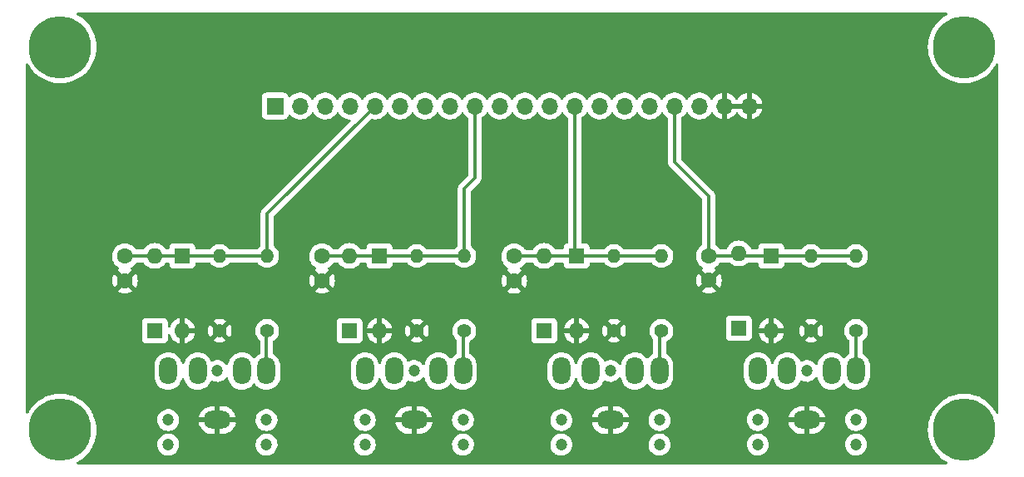
<source format=gbl>
%TF.GenerationSoftware,KiCad,Pcbnew,(6.0.1)*%
%TF.CreationDate,2022-10-03T14:05:17-04:00*%
%TF.ProjectId,MOD-JACKS,4d4f442d-4a41-4434-9b53-2e6b69636164,rev?*%
%TF.SameCoordinates,Original*%
%TF.FileFunction,Copper,L2,Bot*%
%TF.FilePolarity,Positive*%
%FSLAX46Y46*%
G04 Gerber Fmt 4.6, Leading zero omitted, Abs format (unit mm)*
G04 Created by KiCad (PCBNEW (6.0.1)) date 2022-10-03 14:05:17*
%MOMM*%
%LPD*%
G01*
G04 APERTURE LIST*
%TA.AperFunction,ComponentPad*%
%ADD10C,6.350000*%
%TD*%
%TA.AperFunction,ComponentPad*%
%ADD11C,1.400000*%
%TD*%
%TA.AperFunction,ComponentPad*%
%ADD12O,1.400000X1.400000*%
%TD*%
%TA.AperFunction,ComponentPad*%
%ADD13C,1.200000*%
%TD*%
%TA.AperFunction,ComponentPad*%
%ADD14O,1.800000X2.800000*%
%TD*%
%TA.AperFunction,ComponentPad*%
%ADD15O,2.800000X1.800000*%
%TD*%
%TA.AperFunction,ComponentPad*%
%ADD16R,1.600000X1.600000*%
%TD*%
%TA.AperFunction,ComponentPad*%
%ADD17O,1.600000X1.600000*%
%TD*%
%TA.AperFunction,ComponentPad*%
%ADD18C,1.600000*%
%TD*%
%TA.AperFunction,ComponentPad*%
%ADD19R,1.700000X1.700000*%
%TD*%
%TA.AperFunction,ComponentPad*%
%ADD20O,1.700000X1.700000*%
%TD*%
%TA.AperFunction,Conductor*%
%ADD21C,0.304800*%
%TD*%
G04 APERTURE END LIST*
D10*
%TO.P,MTG1,1*%
%TO.N,N/C*%
X94000000Y-83000000D03*
%TD*%
D11*
%TO.P,R8,1*%
%TO.N,GND*%
X170434000Y-72898000D03*
D12*
%TO.P,R8,2*%
%TO.N,/TIP4*%
X170434000Y-65278000D03*
%TD*%
D13*
%TO.P,J2,90*%
%TO.N,N/C*%
X125000000Y-82000000D03*
X135000000Y-82000000D03*
X130000000Y-77000000D03*
X125000000Y-84500000D03*
X135000000Y-84500000D03*
D14*
%TO.P,J2,R*%
%TO.N,/RING2*%
X125000000Y-77000000D03*
%TO.P,J2,RN*%
%TO.N,/RING2N*%
X128000000Y-77000000D03*
D15*
%TO.P,J2,S*%
%TO.N,GND*%
X130000000Y-82000000D03*
D14*
%TO.P,J2,T*%
%TO.N,Net-(J2-PadT)*%
X135000000Y-77000000D03*
%TO.P,J2,TN*%
%TO.N,/TIP2N*%
X132500000Y-77000000D03*
%TD*%
D16*
%TO.P,D8,1,K*%
%TO.N,/TIP4*%
X166370000Y-65278000D03*
D17*
%TO.P,D8,2,A*%
%TO.N,GND*%
X166370000Y-72898000D03*
%TD*%
D11*
%TO.P,R1,1*%
%TO.N,Net-(J1-PadT)*%
X115062000Y-72898000D03*
D12*
%TO.P,R1,2*%
%TO.N,/TIP1*%
X115062000Y-65278000D03*
%TD*%
D16*
%TO.P,D4,1,K*%
%TO.N,VCC*%
X163068000Y-72644000D03*
D17*
%TO.P,D4,2,A*%
%TO.N,/TIP4*%
X163068000Y-65024000D03*
%TD*%
D11*
%TO.P,R3,1*%
%TO.N,Net-(J3-PadT)*%
X155194000Y-72898000D03*
D12*
%TO.P,R3,2*%
%TO.N,/TIP3*%
X155194000Y-65278000D03*
%TD*%
D16*
%TO.P,D5,1,K*%
%TO.N,/TIP1*%
X106426000Y-65278000D03*
D17*
%TO.P,D5,2,A*%
%TO.N,GND*%
X106426000Y-72898000D03*
%TD*%
D18*
%TO.P,C3,1*%
%TO.N,/TIP3*%
X140208000Y-65318000D03*
%TO.P,C3,2*%
%TO.N,GND*%
X140208000Y-67818000D03*
%TD*%
D16*
%TO.P,D2,1,K*%
%TO.N,VCC*%
X123444000Y-72898000D03*
D17*
%TO.P,D2,2,A*%
%TO.N,/TIP2*%
X123444000Y-65278000D03*
%TD*%
D16*
%TO.P,D1,1,K*%
%TO.N,VCC*%
X103632000Y-72898000D03*
D17*
%TO.P,D1,2,A*%
%TO.N,/TIP1*%
X103632000Y-65278000D03*
%TD*%
D16*
%TO.P,D3,1,K*%
%TO.N,VCC*%
X143256000Y-72898000D03*
D17*
%TO.P,D3,2,A*%
%TO.N,/TIP3*%
X143256000Y-65278000D03*
%TD*%
D16*
%TO.P,D6,1,K*%
%TO.N,/TIP2*%
X126492000Y-65278000D03*
D17*
%TO.P,D6,2,A*%
%TO.N,GND*%
X126492000Y-72898000D03*
%TD*%
D16*
%TO.P,D7,1,K*%
%TO.N,/TIP3*%
X146558000Y-65278000D03*
D17*
%TO.P,D7,2,A*%
%TO.N,GND*%
X146558000Y-72898000D03*
%TD*%
D10*
%TO.P,MTG3,1*%
%TO.N,N/C*%
X94000000Y-44000000D03*
%TD*%
D11*
%TO.P,R6,1*%
%TO.N,GND*%
X130302000Y-72898000D03*
D12*
%TO.P,R6,2*%
%TO.N,/TIP2*%
X130302000Y-65278000D03*
%TD*%
D13*
%TO.P,J4,90*%
%TO.N,N/C*%
X165000000Y-82000000D03*
X175000000Y-82000000D03*
X165000000Y-84500000D03*
X170000000Y-77000000D03*
X175000000Y-84500000D03*
D14*
%TO.P,J4,R*%
%TO.N,/RING4*%
X165000000Y-77000000D03*
%TO.P,J4,RN*%
%TO.N,/RING4N*%
X168000000Y-77000000D03*
D15*
%TO.P,J4,S*%
%TO.N,GND*%
X170000000Y-82000000D03*
D14*
%TO.P,J4,T*%
%TO.N,Net-(J4-PadT)*%
X175000000Y-77000000D03*
%TO.P,J4,TN*%
%TO.N,/TIP4N*%
X172500000Y-77000000D03*
%TD*%
D19*
%TO.P,J5,1,Pin_1*%
%TO.N,VCC*%
X115875000Y-50000000D03*
D20*
%TO.P,J5,2,Pin_2*%
X118415000Y-50000000D03*
%TO.P,J5,3,Pin_3*%
%TO.N,/RING1*%
X120955000Y-50000000D03*
%TO.P,J5,4,Pin_4*%
%TO.N,/RING1N*%
X123495000Y-50000000D03*
%TO.P,J5,5,Pin_5*%
%TO.N,/TIP1*%
X126035000Y-50000000D03*
%TO.P,J5,6,Pin_6*%
%TO.N,/TIP1N*%
X128575000Y-50000000D03*
%TO.P,J5,7,Pin_7*%
%TO.N,/RING2*%
X131115000Y-50000000D03*
%TO.P,J5,8,Pin_8*%
%TO.N,/RING2N*%
X133655000Y-50000000D03*
%TO.P,J5,9,Pin_9*%
%TO.N,/TIP2*%
X136195000Y-50000000D03*
%TO.P,J5,10,Pin_10*%
%TO.N,/TIP2N*%
X138735000Y-50000000D03*
%TO.P,J5,11,Pin_11*%
%TO.N,/RING3*%
X141275000Y-50000000D03*
%TO.P,J5,12,Pin_12*%
%TO.N,/RING3N*%
X143815000Y-50000000D03*
%TO.P,J5,13,Pin_13*%
%TO.N,/TIP3*%
X146355000Y-50000000D03*
%TO.P,J5,14,Pin_14*%
%TO.N,/TIP3N*%
X148895000Y-50000000D03*
%TO.P,J5,15,Pin_15*%
%TO.N,/RING4*%
X151435000Y-50000000D03*
%TO.P,J5,16,Pin_16*%
%TO.N,/RING4N*%
X153975000Y-50000000D03*
%TO.P,J5,17,Pin_17*%
%TO.N,/TIP4*%
X156515000Y-50000000D03*
%TO.P,J5,18,Pin_18*%
%TO.N,/TIP4N*%
X159055000Y-50000000D03*
%TO.P,J5,19,Pin_19*%
%TO.N,GND*%
X161595000Y-50000000D03*
%TO.P,J5,20,Pin_20*%
X164135000Y-50000000D03*
%TD*%
D13*
%TO.P,J1,90*%
%TO.N,N/C*%
X110000000Y-77000000D03*
X105000000Y-82000000D03*
X105000000Y-84500000D03*
X115000000Y-84500000D03*
X115000000Y-82000000D03*
D14*
%TO.P,J1,R*%
%TO.N,/RING1*%
X105000000Y-77000000D03*
%TO.P,J1,RN*%
%TO.N,/RING1N*%
X108000000Y-77000000D03*
D15*
%TO.P,J1,S*%
%TO.N,GND*%
X110000000Y-82000000D03*
D14*
%TO.P,J1,T*%
%TO.N,Net-(J1-PadT)*%
X115000000Y-77000000D03*
%TO.P,J1,TN*%
%TO.N,/TIP1N*%
X112500000Y-77000000D03*
%TD*%
D18*
%TO.P,C1,1*%
%TO.N,/TIP1*%
X100584000Y-65298000D03*
%TO.P,C1,2*%
%TO.N,GND*%
X100584000Y-67798000D03*
%TD*%
%TO.P,C2,1*%
%TO.N,/TIP2*%
X120650000Y-65298000D03*
%TO.P,C2,2*%
%TO.N,GND*%
X120650000Y-67798000D03*
%TD*%
%TO.P,C4,1*%
%TO.N,/TIP4*%
X160020000Y-65278000D03*
%TO.P,C4,2*%
%TO.N,GND*%
X160020000Y-67778000D03*
%TD*%
D11*
%TO.P,R4,1*%
%TO.N,Net-(J4-PadT)*%
X175006000Y-72898000D03*
D12*
%TO.P,R4,2*%
%TO.N,/TIP4*%
X175006000Y-65278000D03*
%TD*%
D13*
%TO.P,J3,90*%
%TO.N,N/C*%
X155000000Y-82000000D03*
X150000000Y-77000000D03*
X155000000Y-84500000D03*
X145000000Y-84500000D03*
X145000000Y-82000000D03*
D14*
%TO.P,J3,R*%
%TO.N,/RING3*%
X145000000Y-77000000D03*
%TO.P,J3,RN*%
%TO.N,/RING3N*%
X148000000Y-77000000D03*
D15*
%TO.P,J3,S*%
%TO.N,GND*%
X150000000Y-82000000D03*
D14*
%TO.P,J3,T*%
%TO.N,Net-(J3-PadT)*%
X155000000Y-77000000D03*
%TO.P,J3,TN*%
%TO.N,/TIP3N*%
X152500000Y-77000000D03*
%TD*%
D11*
%TO.P,R7,1*%
%TO.N,GND*%
X150368000Y-72898000D03*
D12*
%TO.P,R7,2*%
%TO.N,/TIP3*%
X150368000Y-65278000D03*
%TD*%
D11*
%TO.P,R5,1*%
%TO.N,GND*%
X110236000Y-72898000D03*
D12*
%TO.P,R5,2*%
%TO.N,/TIP1*%
X110236000Y-65278000D03*
%TD*%
D10*
%TO.P,MTG2,1*%
%TO.N,N/C*%
X186000000Y-83000000D03*
%TD*%
%TO.P,MTG4,1*%
%TO.N,N/C*%
X186000000Y-44000000D03*
%TD*%
D11*
%TO.P,R2,1*%
%TO.N,Net-(J2-PadT)*%
X135128000Y-72898000D03*
D12*
%TO.P,R2,2*%
%TO.N,/TIP2*%
X135128000Y-65278000D03*
%TD*%
D21*
%TO.N,/TIP1*%
X100584000Y-65298000D02*
X103358000Y-65298000D01*
X103358000Y-65298000D02*
X103378000Y-65278000D01*
X110490000Y-65278000D02*
X115062000Y-65278000D01*
X106680000Y-65278000D02*
X110490000Y-65278000D01*
X115062000Y-65278000D02*
X115062000Y-60973000D01*
X115062000Y-60973000D02*
X126035000Y-50000000D01*
X103378000Y-65278000D02*
X106680000Y-65278000D01*
%TO.N,/TIP2*%
X135128000Y-58420000D02*
X136195000Y-57353000D01*
X120650000Y-65298000D02*
X123424000Y-65298000D01*
X123444000Y-65278000D02*
X126492000Y-65278000D01*
X123424000Y-65298000D02*
X123444000Y-65278000D01*
X136195000Y-50000000D02*
X136195000Y-57353000D01*
X130302000Y-65278000D02*
X135128000Y-65278000D01*
X126492000Y-65278000D02*
X130302000Y-65278000D01*
X135128000Y-65278000D02*
X135128000Y-58420000D01*
%TO.N,/TIP3*%
X150368000Y-65278000D02*
X155194000Y-65278000D01*
X140208000Y-65318000D02*
X143216000Y-65318000D01*
X143256000Y-65278000D02*
X146558000Y-65278000D01*
X146558000Y-65278000D02*
X150368000Y-65278000D01*
X146355000Y-65075000D02*
X146558000Y-65278000D01*
X146355000Y-50000000D02*
X146355000Y-65075000D01*
X143216000Y-65318000D02*
X143256000Y-65278000D01*
%TO.N,/TIP4*%
X163322000Y-65278000D02*
X166370000Y-65278000D01*
X160020000Y-59182000D02*
X160020000Y-65278000D01*
X170434000Y-65278000D02*
X175006000Y-65278000D01*
X156515000Y-50000000D02*
X156515000Y-55677000D01*
X156515000Y-55677000D02*
X160020000Y-59182000D01*
X160020000Y-65278000D02*
X163322000Y-65278000D01*
X166370000Y-65278000D02*
X170434000Y-65278000D01*
%TO.N,Net-(J1-PadT)*%
X115000000Y-77000000D02*
X115000000Y-72960000D01*
X115000000Y-72960000D02*
X115062000Y-72898000D01*
%TO.N,Net-(J2-PadT)*%
X135000000Y-73026000D02*
X135128000Y-72898000D01*
X135000000Y-77000000D02*
X135000000Y-73026000D01*
%TO.N,Net-(J3-PadT)*%
X155000000Y-77000000D02*
X155000000Y-73092000D01*
X155000000Y-73092000D02*
X155194000Y-72898000D01*
%TO.N,Net-(J4-PadT)*%
X175000000Y-72904000D02*
X175006000Y-72898000D01*
X175000000Y-77000000D02*
X175000000Y-72904000D01*
%TD*%
%TA.AperFunction,Conductor*%
%TO.N,GND*%
G36*
X184283123Y-40528002D02*
G01*
X184329616Y-40581658D01*
X184339720Y-40651932D01*
X184310226Y-40716512D01*
X184272205Y-40746267D01*
X184155723Y-40805618D01*
X183831922Y-41015896D01*
X183531875Y-41258869D01*
X183258869Y-41531875D01*
X183015896Y-41831922D01*
X182805618Y-42155723D01*
X182630337Y-42499730D01*
X182491976Y-42860174D01*
X182392049Y-43233106D01*
X182391533Y-43236367D01*
X182332873Y-43606728D01*
X182331651Y-43614441D01*
X182311445Y-44000000D01*
X182331651Y-44385559D01*
X182392049Y-44766894D01*
X182491976Y-45139826D01*
X182630337Y-45500270D01*
X182631835Y-45503210D01*
X182804119Y-45841335D01*
X182805618Y-45844277D01*
X183015896Y-46168078D01*
X183258869Y-46468125D01*
X183531875Y-46741131D01*
X183831922Y-46984104D01*
X184155722Y-47194382D01*
X184158656Y-47195877D01*
X184158663Y-47195881D01*
X184496790Y-47368165D01*
X184499730Y-47369663D01*
X184860174Y-47508024D01*
X185233106Y-47607951D01*
X185435643Y-47640030D01*
X185611193Y-47667835D01*
X185611201Y-47667836D01*
X185614441Y-47668349D01*
X186000000Y-47688555D01*
X186385559Y-47668349D01*
X186388799Y-47667836D01*
X186388807Y-47667835D01*
X186564357Y-47640030D01*
X186766894Y-47607951D01*
X187139826Y-47508024D01*
X187500270Y-47369663D01*
X187503210Y-47368165D01*
X187841337Y-47195881D01*
X187841344Y-47195877D01*
X187844278Y-47194382D01*
X188168078Y-46984104D01*
X188468125Y-46741131D01*
X188741131Y-46468125D01*
X188984104Y-46168078D01*
X189194382Y-45844277D01*
X189253733Y-45727795D01*
X189302482Y-45676180D01*
X189371397Y-45659114D01*
X189438598Y-45682015D01*
X189482750Y-45737613D01*
X189492000Y-45784998D01*
X189492000Y-81215002D01*
X189471998Y-81283123D01*
X189418342Y-81329616D01*
X189348068Y-81339720D01*
X189283488Y-81310226D01*
X189253733Y-81272205D01*
X189195881Y-81158665D01*
X189194382Y-81155723D01*
X188984104Y-80831922D01*
X188741131Y-80531875D01*
X188468125Y-80258869D01*
X188168078Y-80015896D01*
X187844278Y-79805618D01*
X187841344Y-79804123D01*
X187841337Y-79804119D01*
X187503210Y-79631835D01*
X187500270Y-79630337D01*
X187139826Y-79491976D01*
X186766894Y-79392049D01*
X186564357Y-79359970D01*
X186388807Y-79332165D01*
X186388799Y-79332164D01*
X186385559Y-79331651D01*
X186000000Y-79311445D01*
X185614441Y-79331651D01*
X185611201Y-79332164D01*
X185611193Y-79332165D01*
X185435643Y-79359970D01*
X185233106Y-79392049D01*
X184860174Y-79491976D01*
X184499730Y-79630337D01*
X184496790Y-79631835D01*
X184158664Y-79804119D01*
X184158657Y-79804123D01*
X184155723Y-79805618D01*
X183831922Y-80015896D01*
X183531875Y-80258869D01*
X183258869Y-80531875D01*
X183015896Y-80831922D01*
X182805618Y-81155723D01*
X182804123Y-81158657D01*
X182804119Y-81158664D01*
X182671813Y-81418329D01*
X182630337Y-81499730D01*
X182629153Y-81502815D01*
X182524948Y-81774280D01*
X182491976Y-81860174D01*
X182392049Y-82233106D01*
X182370999Y-82366010D01*
X182344013Y-82536394D01*
X182331651Y-82614441D01*
X182311445Y-83000000D01*
X182331651Y-83385559D01*
X182332164Y-83388799D01*
X182332165Y-83388807D01*
X182338922Y-83431468D01*
X182392049Y-83766894D01*
X182491976Y-84139826D01*
X182630337Y-84500270D01*
X182631835Y-84503210D01*
X182765404Y-84765352D01*
X182805618Y-84844277D01*
X182807414Y-84847043D01*
X182807416Y-84847046D01*
X182823368Y-84871610D01*
X183015896Y-85168078D01*
X183258869Y-85468125D01*
X183531875Y-85741131D01*
X183831922Y-85984104D01*
X184155722Y-86194382D01*
X184158656Y-86195877D01*
X184158663Y-86195881D01*
X184272205Y-86253733D01*
X184323820Y-86302481D01*
X184340886Y-86371396D01*
X184317985Y-86438598D01*
X184262388Y-86482750D01*
X184215002Y-86492000D01*
X95784998Y-86492000D01*
X95716877Y-86471998D01*
X95670384Y-86418342D01*
X95660280Y-86348068D01*
X95689774Y-86283488D01*
X95727795Y-86253733D01*
X95841337Y-86195881D01*
X95841344Y-86195877D01*
X95844278Y-86194382D01*
X96168078Y-85984104D01*
X96468125Y-85741131D01*
X96741131Y-85468125D01*
X96984104Y-85168078D01*
X97176632Y-84871610D01*
X97192584Y-84847046D01*
X97192586Y-84847043D01*
X97194382Y-84844277D01*
X97234597Y-84765352D01*
X97368165Y-84503210D01*
X97369663Y-84500270D01*
X97380953Y-84470859D01*
X103887132Y-84470859D01*
X103900457Y-84674151D01*
X103950605Y-84871610D01*
X104035898Y-85056624D01*
X104153479Y-85222997D01*
X104299410Y-85365157D01*
X104304206Y-85368362D01*
X104304209Y-85368364D01*
X104372149Y-85413760D01*
X104468803Y-85478342D01*
X104474106Y-85480620D01*
X104474109Y-85480622D01*
X104563115Y-85518862D01*
X104655987Y-85558763D01*
X104728817Y-85575243D01*
X104849055Y-85602450D01*
X104849060Y-85602451D01*
X104854692Y-85603725D01*
X104860463Y-85603952D01*
X104860465Y-85603952D01*
X104923470Y-85606427D01*
X105058263Y-85611723D01*
X105259883Y-85582490D01*
X105265347Y-85580635D01*
X105265352Y-85580634D01*
X105447327Y-85518862D01*
X105447332Y-85518860D01*
X105452799Y-85517004D01*
X105630551Y-85417458D01*
X105787186Y-85287186D01*
X105917458Y-85130551D01*
X106017004Y-84952799D01*
X106018860Y-84947332D01*
X106018862Y-84947327D01*
X106080634Y-84765352D01*
X106080635Y-84765347D01*
X106082490Y-84759883D01*
X106111723Y-84558263D01*
X106113249Y-84500000D01*
X106110571Y-84470859D01*
X113887132Y-84470859D01*
X113900457Y-84674151D01*
X113950605Y-84871610D01*
X114035898Y-85056624D01*
X114153479Y-85222997D01*
X114299410Y-85365157D01*
X114304206Y-85368362D01*
X114304209Y-85368364D01*
X114372149Y-85413760D01*
X114468803Y-85478342D01*
X114474106Y-85480620D01*
X114474109Y-85480622D01*
X114563115Y-85518862D01*
X114655987Y-85558763D01*
X114728817Y-85575243D01*
X114849055Y-85602450D01*
X114849060Y-85602451D01*
X114854692Y-85603725D01*
X114860463Y-85603952D01*
X114860465Y-85603952D01*
X114923470Y-85606427D01*
X115058263Y-85611723D01*
X115259883Y-85582490D01*
X115265347Y-85580635D01*
X115265352Y-85580634D01*
X115447327Y-85518862D01*
X115447332Y-85518860D01*
X115452799Y-85517004D01*
X115630551Y-85417458D01*
X115787186Y-85287186D01*
X115917458Y-85130551D01*
X116017004Y-84952799D01*
X116018860Y-84947332D01*
X116018862Y-84947327D01*
X116080634Y-84765352D01*
X116080635Y-84765347D01*
X116082490Y-84759883D01*
X116111723Y-84558263D01*
X116113249Y-84500000D01*
X116110571Y-84470859D01*
X123887132Y-84470859D01*
X123900457Y-84674151D01*
X123950605Y-84871610D01*
X124035898Y-85056624D01*
X124153479Y-85222997D01*
X124299410Y-85365157D01*
X124304206Y-85368362D01*
X124304209Y-85368364D01*
X124372149Y-85413760D01*
X124468803Y-85478342D01*
X124474106Y-85480620D01*
X124474109Y-85480622D01*
X124563115Y-85518862D01*
X124655987Y-85558763D01*
X124728817Y-85575243D01*
X124849055Y-85602450D01*
X124849060Y-85602451D01*
X124854692Y-85603725D01*
X124860463Y-85603952D01*
X124860465Y-85603952D01*
X124923470Y-85606427D01*
X125058263Y-85611723D01*
X125259883Y-85582490D01*
X125265347Y-85580635D01*
X125265352Y-85580634D01*
X125447327Y-85518862D01*
X125447332Y-85518860D01*
X125452799Y-85517004D01*
X125630551Y-85417458D01*
X125787186Y-85287186D01*
X125917458Y-85130551D01*
X126017004Y-84952799D01*
X126018860Y-84947332D01*
X126018862Y-84947327D01*
X126080634Y-84765352D01*
X126080635Y-84765347D01*
X126082490Y-84759883D01*
X126111723Y-84558263D01*
X126113249Y-84500000D01*
X126110571Y-84470859D01*
X133887132Y-84470859D01*
X133900457Y-84674151D01*
X133950605Y-84871610D01*
X134035898Y-85056624D01*
X134153479Y-85222997D01*
X134299410Y-85365157D01*
X134304206Y-85368362D01*
X134304209Y-85368364D01*
X134372149Y-85413760D01*
X134468803Y-85478342D01*
X134474106Y-85480620D01*
X134474109Y-85480622D01*
X134563115Y-85518862D01*
X134655987Y-85558763D01*
X134728817Y-85575243D01*
X134849055Y-85602450D01*
X134849060Y-85602451D01*
X134854692Y-85603725D01*
X134860463Y-85603952D01*
X134860465Y-85603952D01*
X134923470Y-85606427D01*
X135058263Y-85611723D01*
X135259883Y-85582490D01*
X135265347Y-85580635D01*
X135265352Y-85580634D01*
X135447327Y-85518862D01*
X135447332Y-85518860D01*
X135452799Y-85517004D01*
X135630551Y-85417458D01*
X135787186Y-85287186D01*
X135917458Y-85130551D01*
X136017004Y-84952799D01*
X136018860Y-84947332D01*
X136018862Y-84947327D01*
X136080634Y-84765352D01*
X136080635Y-84765347D01*
X136082490Y-84759883D01*
X136111723Y-84558263D01*
X136113249Y-84500000D01*
X136110571Y-84470859D01*
X143887132Y-84470859D01*
X143900457Y-84674151D01*
X143950605Y-84871610D01*
X144035898Y-85056624D01*
X144153479Y-85222997D01*
X144299410Y-85365157D01*
X144304206Y-85368362D01*
X144304209Y-85368364D01*
X144372149Y-85413760D01*
X144468803Y-85478342D01*
X144474106Y-85480620D01*
X144474109Y-85480622D01*
X144563115Y-85518862D01*
X144655987Y-85558763D01*
X144728817Y-85575243D01*
X144849055Y-85602450D01*
X144849060Y-85602451D01*
X144854692Y-85603725D01*
X144860463Y-85603952D01*
X144860465Y-85603952D01*
X144923470Y-85606427D01*
X145058263Y-85611723D01*
X145259883Y-85582490D01*
X145265347Y-85580635D01*
X145265352Y-85580634D01*
X145447327Y-85518862D01*
X145447332Y-85518860D01*
X145452799Y-85517004D01*
X145630551Y-85417458D01*
X145787186Y-85287186D01*
X145917458Y-85130551D01*
X146017004Y-84952799D01*
X146018860Y-84947332D01*
X146018862Y-84947327D01*
X146080634Y-84765352D01*
X146080635Y-84765347D01*
X146082490Y-84759883D01*
X146111723Y-84558263D01*
X146113249Y-84500000D01*
X146110571Y-84470859D01*
X153887132Y-84470859D01*
X153900457Y-84674151D01*
X153950605Y-84871610D01*
X154035898Y-85056624D01*
X154153479Y-85222997D01*
X154299410Y-85365157D01*
X154304206Y-85368362D01*
X154304209Y-85368364D01*
X154372149Y-85413760D01*
X154468803Y-85478342D01*
X154474106Y-85480620D01*
X154474109Y-85480622D01*
X154563115Y-85518862D01*
X154655987Y-85558763D01*
X154728817Y-85575243D01*
X154849055Y-85602450D01*
X154849060Y-85602451D01*
X154854692Y-85603725D01*
X154860463Y-85603952D01*
X154860465Y-85603952D01*
X154923470Y-85606427D01*
X155058263Y-85611723D01*
X155259883Y-85582490D01*
X155265347Y-85580635D01*
X155265352Y-85580634D01*
X155447327Y-85518862D01*
X155447332Y-85518860D01*
X155452799Y-85517004D01*
X155630551Y-85417458D01*
X155787186Y-85287186D01*
X155917458Y-85130551D01*
X156017004Y-84952799D01*
X156018860Y-84947332D01*
X156018862Y-84947327D01*
X156080634Y-84765352D01*
X156080635Y-84765347D01*
X156082490Y-84759883D01*
X156111723Y-84558263D01*
X156113249Y-84500000D01*
X156110571Y-84470859D01*
X163887132Y-84470859D01*
X163900457Y-84674151D01*
X163950605Y-84871610D01*
X164035898Y-85056624D01*
X164153479Y-85222997D01*
X164299410Y-85365157D01*
X164304206Y-85368362D01*
X164304209Y-85368364D01*
X164372149Y-85413760D01*
X164468803Y-85478342D01*
X164474106Y-85480620D01*
X164474109Y-85480622D01*
X164563115Y-85518862D01*
X164655987Y-85558763D01*
X164728817Y-85575243D01*
X164849055Y-85602450D01*
X164849060Y-85602451D01*
X164854692Y-85603725D01*
X164860463Y-85603952D01*
X164860465Y-85603952D01*
X164923470Y-85606427D01*
X165058263Y-85611723D01*
X165259883Y-85582490D01*
X165265347Y-85580635D01*
X165265352Y-85580634D01*
X165447327Y-85518862D01*
X165447332Y-85518860D01*
X165452799Y-85517004D01*
X165630551Y-85417458D01*
X165787186Y-85287186D01*
X165917458Y-85130551D01*
X166017004Y-84952799D01*
X166018860Y-84947332D01*
X166018862Y-84947327D01*
X166080634Y-84765352D01*
X166080635Y-84765347D01*
X166082490Y-84759883D01*
X166111723Y-84558263D01*
X166113249Y-84500000D01*
X166110571Y-84470859D01*
X173887132Y-84470859D01*
X173900457Y-84674151D01*
X173950605Y-84871610D01*
X174035898Y-85056624D01*
X174153479Y-85222997D01*
X174299410Y-85365157D01*
X174304206Y-85368362D01*
X174304209Y-85368364D01*
X174372149Y-85413760D01*
X174468803Y-85478342D01*
X174474106Y-85480620D01*
X174474109Y-85480622D01*
X174563115Y-85518862D01*
X174655987Y-85558763D01*
X174728817Y-85575243D01*
X174849055Y-85602450D01*
X174849060Y-85602451D01*
X174854692Y-85603725D01*
X174860463Y-85603952D01*
X174860465Y-85603952D01*
X174923470Y-85606427D01*
X175058263Y-85611723D01*
X175259883Y-85582490D01*
X175265347Y-85580635D01*
X175265352Y-85580634D01*
X175447327Y-85518862D01*
X175447332Y-85518860D01*
X175452799Y-85517004D01*
X175630551Y-85417458D01*
X175787186Y-85287186D01*
X175917458Y-85130551D01*
X176017004Y-84952799D01*
X176018860Y-84947332D01*
X176018862Y-84947327D01*
X176080634Y-84765352D01*
X176080635Y-84765347D01*
X176082490Y-84759883D01*
X176111723Y-84558263D01*
X176113249Y-84500000D01*
X176094608Y-84297126D01*
X176058153Y-84167868D01*
X176040875Y-84106606D01*
X176040874Y-84106604D01*
X176039307Y-84101047D01*
X176028680Y-84079496D01*
X175951756Y-83923510D01*
X175949201Y-83918329D01*
X175930796Y-83893681D01*
X175830758Y-83759715D01*
X175830758Y-83759714D01*
X175827305Y-83755091D01*
X175677703Y-83616800D01*
X175631675Y-83587759D01*
X175510288Y-83511169D01*
X175510283Y-83511167D01*
X175505404Y-83508088D01*
X175316180Y-83432595D01*
X175116366Y-83392849D01*
X175110592Y-83392773D01*
X175110588Y-83392773D01*
X175007452Y-83391424D01*
X174912655Y-83390183D01*
X174906958Y-83391162D01*
X174906957Y-83391162D01*
X174717567Y-83423705D01*
X174711870Y-83424684D01*
X174520734Y-83495198D01*
X174345649Y-83599363D01*
X174192478Y-83733690D01*
X174188911Y-83738215D01*
X174188906Y-83738220D01*
X174102331Y-83848040D01*
X174066351Y-83893681D01*
X173971492Y-84073978D01*
X173911078Y-84268543D01*
X173887132Y-84470859D01*
X166110571Y-84470859D01*
X166094608Y-84297126D01*
X166058153Y-84167868D01*
X166040875Y-84106606D01*
X166040874Y-84106604D01*
X166039307Y-84101047D01*
X166028680Y-84079496D01*
X165951756Y-83923510D01*
X165949201Y-83918329D01*
X165930796Y-83893681D01*
X165830758Y-83759715D01*
X165830758Y-83759714D01*
X165827305Y-83755091D01*
X165677703Y-83616800D01*
X165631675Y-83587759D01*
X165510288Y-83511169D01*
X165510283Y-83511167D01*
X165505404Y-83508088D01*
X165316180Y-83432595D01*
X165116366Y-83392849D01*
X165110592Y-83392773D01*
X165110588Y-83392773D01*
X165007452Y-83391424D01*
X164912655Y-83390183D01*
X164906958Y-83391162D01*
X164906957Y-83391162D01*
X164717567Y-83423705D01*
X164711870Y-83424684D01*
X164520734Y-83495198D01*
X164345649Y-83599363D01*
X164192478Y-83733690D01*
X164188911Y-83738215D01*
X164188906Y-83738220D01*
X164102331Y-83848040D01*
X164066351Y-83893681D01*
X163971492Y-84073978D01*
X163911078Y-84268543D01*
X163887132Y-84470859D01*
X156110571Y-84470859D01*
X156094608Y-84297126D01*
X156058153Y-84167868D01*
X156040875Y-84106606D01*
X156040874Y-84106604D01*
X156039307Y-84101047D01*
X156028680Y-84079496D01*
X155951756Y-83923510D01*
X155949201Y-83918329D01*
X155930796Y-83893681D01*
X155830758Y-83759715D01*
X155830758Y-83759714D01*
X155827305Y-83755091D01*
X155677703Y-83616800D01*
X155631675Y-83587759D01*
X155510288Y-83511169D01*
X155510283Y-83511167D01*
X155505404Y-83508088D01*
X155316180Y-83432595D01*
X155116366Y-83392849D01*
X155110592Y-83392773D01*
X155110588Y-83392773D01*
X155007452Y-83391424D01*
X154912655Y-83390183D01*
X154906958Y-83391162D01*
X154906957Y-83391162D01*
X154717567Y-83423705D01*
X154711870Y-83424684D01*
X154520734Y-83495198D01*
X154345649Y-83599363D01*
X154192478Y-83733690D01*
X154188911Y-83738215D01*
X154188906Y-83738220D01*
X154102331Y-83848040D01*
X154066351Y-83893681D01*
X153971492Y-84073978D01*
X153911078Y-84268543D01*
X153887132Y-84470859D01*
X146110571Y-84470859D01*
X146094608Y-84297126D01*
X146058153Y-84167868D01*
X146040875Y-84106606D01*
X146040874Y-84106604D01*
X146039307Y-84101047D01*
X146028680Y-84079496D01*
X145951756Y-83923510D01*
X145949201Y-83918329D01*
X145930796Y-83893681D01*
X145830758Y-83759715D01*
X145830758Y-83759714D01*
X145827305Y-83755091D01*
X145677703Y-83616800D01*
X145631675Y-83587759D01*
X145510288Y-83511169D01*
X145510283Y-83511167D01*
X145505404Y-83508088D01*
X145316180Y-83432595D01*
X145116366Y-83392849D01*
X145110592Y-83392773D01*
X145110588Y-83392773D01*
X145007452Y-83391424D01*
X144912655Y-83390183D01*
X144906958Y-83391162D01*
X144906957Y-83391162D01*
X144717567Y-83423705D01*
X144711870Y-83424684D01*
X144520734Y-83495198D01*
X144345649Y-83599363D01*
X144192478Y-83733690D01*
X144188911Y-83738215D01*
X144188906Y-83738220D01*
X144102331Y-83848040D01*
X144066351Y-83893681D01*
X143971492Y-84073978D01*
X143911078Y-84268543D01*
X143887132Y-84470859D01*
X136110571Y-84470859D01*
X136094608Y-84297126D01*
X136058153Y-84167868D01*
X136040875Y-84106606D01*
X136040874Y-84106604D01*
X136039307Y-84101047D01*
X136028680Y-84079496D01*
X135951756Y-83923510D01*
X135949201Y-83918329D01*
X135930796Y-83893681D01*
X135830758Y-83759715D01*
X135830758Y-83759714D01*
X135827305Y-83755091D01*
X135677703Y-83616800D01*
X135631675Y-83587759D01*
X135510288Y-83511169D01*
X135510283Y-83511167D01*
X135505404Y-83508088D01*
X135316180Y-83432595D01*
X135116366Y-83392849D01*
X135110592Y-83392773D01*
X135110588Y-83392773D01*
X135007452Y-83391424D01*
X134912655Y-83390183D01*
X134906958Y-83391162D01*
X134906957Y-83391162D01*
X134717567Y-83423705D01*
X134711870Y-83424684D01*
X134520734Y-83495198D01*
X134345649Y-83599363D01*
X134192478Y-83733690D01*
X134188911Y-83738215D01*
X134188906Y-83738220D01*
X134102331Y-83848040D01*
X134066351Y-83893681D01*
X133971492Y-84073978D01*
X133911078Y-84268543D01*
X133887132Y-84470859D01*
X126110571Y-84470859D01*
X126094608Y-84297126D01*
X126058153Y-84167868D01*
X126040875Y-84106606D01*
X126040874Y-84106604D01*
X126039307Y-84101047D01*
X126028680Y-84079496D01*
X125951756Y-83923510D01*
X125949201Y-83918329D01*
X125930796Y-83893681D01*
X125830758Y-83759715D01*
X125830758Y-83759714D01*
X125827305Y-83755091D01*
X125677703Y-83616800D01*
X125631675Y-83587759D01*
X125510288Y-83511169D01*
X125510283Y-83511167D01*
X125505404Y-83508088D01*
X125316180Y-83432595D01*
X125116366Y-83392849D01*
X125110592Y-83392773D01*
X125110588Y-83392773D01*
X125007452Y-83391424D01*
X124912655Y-83390183D01*
X124906958Y-83391162D01*
X124906957Y-83391162D01*
X124717567Y-83423705D01*
X124711870Y-83424684D01*
X124520734Y-83495198D01*
X124345649Y-83599363D01*
X124192478Y-83733690D01*
X124188911Y-83738215D01*
X124188906Y-83738220D01*
X124102331Y-83848040D01*
X124066351Y-83893681D01*
X123971492Y-84073978D01*
X123911078Y-84268543D01*
X123887132Y-84470859D01*
X116110571Y-84470859D01*
X116094608Y-84297126D01*
X116058153Y-84167868D01*
X116040875Y-84106606D01*
X116040874Y-84106604D01*
X116039307Y-84101047D01*
X116028680Y-84079496D01*
X115951756Y-83923510D01*
X115949201Y-83918329D01*
X115930796Y-83893681D01*
X115830758Y-83759715D01*
X115830758Y-83759714D01*
X115827305Y-83755091D01*
X115677703Y-83616800D01*
X115631675Y-83587759D01*
X115510288Y-83511169D01*
X115510283Y-83511167D01*
X115505404Y-83508088D01*
X115316180Y-83432595D01*
X115116366Y-83392849D01*
X115110592Y-83392773D01*
X115110588Y-83392773D01*
X115007452Y-83391424D01*
X114912655Y-83390183D01*
X114906958Y-83391162D01*
X114906957Y-83391162D01*
X114717567Y-83423705D01*
X114711870Y-83424684D01*
X114520734Y-83495198D01*
X114345649Y-83599363D01*
X114192478Y-83733690D01*
X114188911Y-83738215D01*
X114188906Y-83738220D01*
X114102331Y-83848040D01*
X114066351Y-83893681D01*
X113971492Y-84073978D01*
X113911078Y-84268543D01*
X113887132Y-84470859D01*
X106110571Y-84470859D01*
X106094608Y-84297126D01*
X106058153Y-84167868D01*
X106040875Y-84106606D01*
X106040874Y-84106604D01*
X106039307Y-84101047D01*
X106028680Y-84079496D01*
X105951756Y-83923510D01*
X105949201Y-83918329D01*
X105930796Y-83893681D01*
X105830758Y-83759715D01*
X105830758Y-83759714D01*
X105827305Y-83755091D01*
X105677703Y-83616800D01*
X105631675Y-83587759D01*
X105510288Y-83511169D01*
X105510283Y-83511167D01*
X105505404Y-83508088D01*
X105316180Y-83432595D01*
X105116366Y-83392849D01*
X105110592Y-83392773D01*
X105110588Y-83392773D01*
X105007452Y-83391424D01*
X104912655Y-83390183D01*
X104906958Y-83391162D01*
X104906957Y-83391162D01*
X104717567Y-83423705D01*
X104711870Y-83424684D01*
X104520734Y-83495198D01*
X104345649Y-83599363D01*
X104192478Y-83733690D01*
X104188911Y-83738215D01*
X104188906Y-83738220D01*
X104102331Y-83848040D01*
X104066351Y-83893681D01*
X103971492Y-84073978D01*
X103911078Y-84268543D01*
X103887132Y-84470859D01*
X97380953Y-84470859D01*
X97508024Y-84139826D01*
X97607951Y-83766894D01*
X97661078Y-83431468D01*
X97667835Y-83388807D01*
X97667836Y-83388799D01*
X97668349Y-83385559D01*
X97688555Y-83000000D01*
X97668349Y-82614441D01*
X97655988Y-82536394D01*
X97629001Y-82366010D01*
X97607951Y-82233106D01*
X97537682Y-81970859D01*
X103887132Y-81970859D01*
X103900457Y-82174151D01*
X103950605Y-82371610D01*
X104035898Y-82556624D01*
X104153479Y-82722997D01*
X104299410Y-82865157D01*
X104304206Y-82868362D01*
X104304209Y-82868364D01*
X104372149Y-82913760D01*
X104468803Y-82978342D01*
X104474106Y-82980620D01*
X104474109Y-82980622D01*
X104563115Y-83018862D01*
X104655987Y-83058763D01*
X104728817Y-83075243D01*
X104849055Y-83102450D01*
X104849060Y-83102451D01*
X104854692Y-83103725D01*
X104860463Y-83103952D01*
X104860465Y-83103952D01*
X104923470Y-83106427D01*
X105058263Y-83111723D01*
X105259883Y-83082490D01*
X105265347Y-83080635D01*
X105265352Y-83080634D01*
X105447327Y-83018862D01*
X105447332Y-83018860D01*
X105452799Y-83017004D01*
X105477268Y-83003301D01*
X105548296Y-82963523D01*
X105630551Y-82917458D01*
X105787186Y-82787186D01*
X105917458Y-82630551D01*
X106017004Y-82452799D01*
X106018860Y-82447332D01*
X106018862Y-82447327D01*
X106079538Y-82268580D01*
X108117662Y-82268580D01*
X108145413Y-82400840D01*
X108148473Y-82411037D01*
X108232315Y-82623340D01*
X108237049Y-82632876D01*
X108355468Y-82828025D01*
X108361734Y-82836618D01*
X108511342Y-83009027D01*
X108518972Y-83016447D01*
X108695488Y-83161180D01*
X108704255Y-83167206D01*
X108902633Y-83280129D01*
X108912297Y-83284595D01*
X109126868Y-83362481D01*
X109137135Y-83365251D01*
X109362932Y-83406081D01*
X109371162Y-83407016D01*
X109390550Y-83407930D01*
X109393526Y-83408000D01*
X109727885Y-83408000D01*
X109743124Y-83403525D01*
X109744329Y-83402135D01*
X109746000Y-83394452D01*
X109746000Y-83389885D01*
X110254000Y-83389885D01*
X110258475Y-83405124D01*
X110259865Y-83406329D01*
X110267548Y-83408000D01*
X110557340Y-83408000D01*
X110562649Y-83407775D01*
X110732771Y-83393340D01*
X110743259Y-83391548D01*
X110964211Y-83334199D01*
X110974239Y-83330667D01*
X111182363Y-83236915D01*
X111191669Y-83231735D01*
X111381024Y-83104253D01*
X111389307Y-83097594D01*
X111554478Y-82940029D01*
X111561530Y-82932058D01*
X111697790Y-82748918D01*
X111703394Y-82739881D01*
X111806851Y-82536394D01*
X111810852Y-82526541D01*
X111878544Y-82308539D01*
X111880828Y-82298152D01*
X111884300Y-82271957D01*
X111882104Y-82257793D01*
X111868919Y-82254000D01*
X110272115Y-82254000D01*
X110256876Y-82258475D01*
X110255671Y-82259865D01*
X110254000Y-82267548D01*
X110254000Y-83389885D01*
X109746000Y-83389885D01*
X109746000Y-82272115D01*
X109741525Y-82256876D01*
X109740135Y-82255671D01*
X109732452Y-82254000D01*
X108132718Y-82254000D01*
X108119187Y-82257973D01*
X108117662Y-82268580D01*
X106079538Y-82268580D01*
X106080634Y-82265352D01*
X106080635Y-82265347D01*
X106082490Y-82259883D01*
X106111723Y-82058263D01*
X106113249Y-82000000D01*
X106110571Y-81970859D01*
X113887132Y-81970859D01*
X113900457Y-82174151D01*
X113950605Y-82371610D01*
X114035898Y-82556624D01*
X114153479Y-82722997D01*
X114299410Y-82865157D01*
X114304206Y-82868362D01*
X114304209Y-82868364D01*
X114372149Y-82913760D01*
X114468803Y-82978342D01*
X114474106Y-82980620D01*
X114474109Y-82980622D01*
X114563115Y-83018862D01*
X114655987Y-83058763D01*
X114728817Y-83075243D01*
X114849055Y-83102450D01*
X114849060Y-83102451D01*
X114854692Y-83103725D01*
X114860463Y-83103952D01*
X114860465Y-83103952D01*
X114923470Y-83106427D01*
X115058263Y-83111723D01*
X115259883Y-83082490D01*
X115265347Y-83080635D01*
X115265352Y-83080634D01*
X115447327Y-83018862D01*
X115447332Y-83018860D01*
X115452799Y-83017004D01*
X115477268Y-83003301D01*
X115548296Y-82963523D01*
X115630551Y-82917458D01*
X115787186Y-82787186D01*
X115917458Y-82630551D01*
X116017004Y-82452799D01*
X116018860Y-82447332D01*
X116018862Y-82447327D01*
X116080634Y-82265352D01*
X116080635Y-82265347D01*
X116082490Y-82259883D01*
X116111723Y-82058263D01*
X116113249Y-82000000D01*
X116110571Y-81970859D01*
X123887132Y-81970859D01*
X123900457Y-82174151D01*
X123950605Y-82371610D01*
X124035898Y-82556624D01*
X124153479Y-82722997D01*
X124299410Y-82865157D01*
X124304206Y-82868362D01*
X124304209Y-82868364D01*
X124372149Y-82913760D01*
X124468803Y-82978342D01*
X124474106Y-82980620D01*
X124474109Y-82980622D01*
X124563115Y-83018862D01*
X124655987Y-83058763D01*
X124728817Y-83075243D01*
X124849055Y-83102450D01*
X124849060Y-83102451D01*
X124854692Y-83103725D01*
X124860463Y-83103952D01*
X124860465Y-83103952D01*
X124923470Y-83106427D01*
X125058263Y-83111723D01*
X125259883Y-83082490D01*
X125265347Y-83080635D01*
X125265352Y-83080634D01*
X125447327Y-83018862D01*
X125447332Y-83018860D01*
X125452799Y-83017004D01*
X125477268Y-83003301D01*
X125548296Y-82963523D01*
X125630551Y-82917458D01*
X125787186Y-82787186D01*
X125917458Y-82630551D01*
X126017004Y-82452799D01*
X126018860Y-82447332D01*
X126018862Y-82447327D01*
X126079538Y-82268580D01*
X128117662Y-82268580D01*
X128145413Y-82400840D01*
X128148473Y-82411037D01*
X128232315Y-82623340D01*
X128237049Y-82632876D01*
X128355468Y-82828025D01*
X128361734Y-82836618D01*
X128511342Y-83009027D01*
X128518972Y-83016447D01*
X128695488Y-83161180D01*
X128704255Y-83167206D01*
X128902633Y-83280129D01*
X128912297Y-83284595D01*
X129126868Y-83362481D01*
X129137135Y-83365251D01*
X129362932Y-83406081D01*
X129371162Y-83407016D01*
X129390550Y-83407930D01*
X129393526Y-83408000D01*
X129727885Y-83408000D01*
X129743124Y-83403525D01*
X129744329Y-83402135D01*
X129746000Y-83394452D01*
X129746000Y-83389885D01*
X130254000Y-83389885D01*
X130258475Y-83405124D01*
X130259865Y-83406329D01*
X130267548Y-83408000D01*
X130557340Y-83408000D01*
X130562649Y-83407775D01*
X130732771Y-83393340D01*
X130743259Y-83391548D01*
X130964211Y-83334199D01*
X130974239Y-83330667D01*
X131182363Y-83236915D01*
X131191669Y-83231735D01*
X131381024Y-83104253D01*
X131389307Y-83097594D01*
X131554478Y-82940029D01*
X131561530Y-82932058D01*
X131697790Y-82748918D01*
X131703394Y-82739881D01*
X131806851Y-82536394D01*
X131810852Y-82526541D01*
X131878544Y-82308539D01*
X131880828Y-82298152D01*
X131884300Y-82271957D01*
X131882104Y-82257793D01*
X131868919Y-82254000D01*
X130272115Y-82254000D01*
X130256876Y-82258475D01*
X130255671Y-82259865D01*
X130254000Y-82267548D01*
X130254000Y-83389885D01*
X129746000Y-83389885D01*
X129746000Y-82272115D01*
X129741525Y-82256876D01*
X129740135Y-82255671D01*
X129732452Y-82254000D01*
X128132718Y-82254000D01*
X128119187Y-82257973D01*
X128117662Y-82268580D01*
X126079538Y-82268580D01*
X126080634Y-82265352D01*
X126080635Y-82265347D01*
X126082490Y-82259883D01*
X126111723Y-82058263D01*
X126113249Y-82000000D01*
X126110571Y-81970859D01*
X133887132Y-81970859D01*
X133900457Y-82174151D01*
X133950605Y-82371610D01*
X134035898Y-82556624D01*
X134153479Y-82722997D01*
X134299410Y-82865157D01*
X134304206Y-82868362D01*
X134304209Y-82868364D01*
X134372149Y-82913760D01*
X134468803Y-82978342D01*
X134474106Y-82980620D01*
X134474109Y-82980622D01*
X134563115Y-83018862D01*
X134655987Y-83058763D01*
X134728817Y-83075243D01*
X134849055Y-83102450D01*
X134849060Y-83102451D01*
X134854692Y-83103725D01*
X134860463Y-83103952D01*
X134860465Y-83103952D01*
X134923470Y-83106427D01*
X135058263Y-83111723D01*
X135259883Y-83082490D01*
X135265347Y-83080635D01*
X135265352Y-83080634D01*
X135447327Y-83018862D01*
X135447332Y-83018860D01*
X135452799Y-83017004D01*
X135477268Y-83003301D01*
X135548296Y-82963523D01*
X135630551Y-82917458D01*
X135787186Y-82787186D01*
X135917458Y-82630551D01*
X136017004Y-82452799D01*
X136018860Y-82447332D01*
X136018862Y-82447327D01*
X136080634Y-82265352D01*
X136080635Y-82265347D01*
X136082490Y-82259883D01*
X136111723Y-82058263D01*
X136113249Y-82000000D01*
X136110571Y-81970859D01*
X143887132Y-81970859D01*
X143900457Y-82174151D01*
X143950605Y-82371610D01*
X144035898Y-82556624D01*
X144153479Y-82722997D01*
X144299410Y-82865157D01*
X144304206Y-82868362D01*
X144304209Y-82868364D01*
X144372149Y-82913760D01*
X144468803Y-82978342D01*
X144474106Y-82980620D01*
X144474109Y-82980622D01*
X144563115Y-83018862D01*
X144655987Y-83058763D01*
X144728817Y-83075243D01*
X144849055Y-83102450D01*
X144849060Y-83102451D01*
X144854692Y-83103725D01*
X144860463Y-83103952D01*
X144860465Y-83103952D01*
X144923470Y-83106427D01*
X145058263Y-83111723D01*
X145259883Y-83082490D01*
X145265347Y-83080635D01*
X145265352Y-83080634D01*
X145447327Y-83018862D01*
X145447332Y-83018860D01*
X145452799Y-83017004D01*
X145477268Y-83003301D01*
X145548296Y-82963523D01*
X145630551Y-82917458D01*
X145787186Y-82787186D01*
X145917458Y-82630551D01*
X146017004Y-82452799D01*
X146018860Y-82447332D01*
X146018862Y-82447327D01*
X146079538Y-82268580D01*
X148117662Y-82268580D01*
X148145413Y-82400840D01*
X148148473Y-82411037D01*
X148232315Y-82623340D01*
X148237049Y-82632876D01*
X148355468Y-82828025D01*
X148361734Y-82836618D01*
X148511342Y-83009027D01*
X148518972Y-83016447D01*
X148695488Y-83161180D01*
X148704255Y-83167206D01*
X148902633Y-83280129D01*
X148912297Y-83284595D01*
X149126868Y-83362481D01*
X149137135Y-83365251D01*
X149362932Y-83406081D01*
X149371162Y-83407016D01*
X149390550Y-83407930D01*
X149393526Y-83408000D01*
X149727885Y-83408000D01*
X149743124Y-83403525D01*
X149744329Y-83402135D01*
X149746000Y-83394452D01*
X149746000Y-83389885D01*
X150254000Y-83389885D01*
X150258475Y-83405124D01*
X150259865Y-83406329D01*
X150267548Y-83408000D01*
X150557340Y-83408000D01*
X150562649Y-83407775D01*
X150732771Y-83393340D01*
X150743259Y-83391548D01*
X150964211Y-83334199D01*
X150974239Y-83330667D01*
X151182363Y-83236915D01*
X151191669Y-83231735D01*
X151381024Y-83104253D01*
X151389307Y-83097594D01*
X151554478Y-82940029D01*
X151561530Y-82932058D01*
X151697790Y-82748918D01*
X151703394Y-82739881D01*
X151806851Y-82536394D01*
X151810852Y-82526541D01*
X151878544Y-82308539D01*
X151880828Y-82298152D01*
X151884300Y-82271957D01*
X151882104Y-82257793D01*
X151868919Y-82254000D01*
X150272115Y-82254000D01*
X150256876Y-82258475D01*
X150255671Y-82259865D01*
X150254000Y-82267548D01*
X150254000Y-83389885D01*
X149746000Y-83389885D01*
X149746000Y-82272115D01*
X149741525Y-82256876D01*
X149740135Y-82255671D01*
X149732452Y-82254000D01*
X148132718Y-82254000D01*
X148119187Y-82257973D01*
X148117662Y-82268580D01*
X146079538Y-82268580D01*
X146080634Y-82265352D01*
X146080635Y-82265347D01*
X146082490Y-82259883D01*
X146111723Y-82058263D01*
X146113249Y-82000000D01*
X146110571Y-81970859D01*
X153887132Y-81970859D01*
X153900457Y-82174151D01*
X153950605Y-82371610D01*
X154035898Y-82556624D01*
X154153479Y-82722997D01*
X154299410Y-82865157D01*
X154304206Y-82868362D01*
X154304209Y-82868364D01*
X154372149Y-82913760D01*
X154468803Y-82978342D01*
X154474106Y-82980620D01*
X154474109Y-82980622D01*
X154563115Y-83018862D01*
X154655987Y-83058763D01*
X154728817Y-83075243D01*
X154849055Y-83102450D01*
X154849060Y-83102451D01*
X154854692Y-83103725D01*
X154860463Y-83103952D01*
X154860465Y-83103952D01*
X154923470Y-83106427D01*
X155058263Y-83111723D01*
X155259883Y-83082490D01*
X155265347Y-83080635D01*
X155265352Y-83080634D01*
X155447327Y-83018862D01*
X155447332Y-83018860D01*
X155452799Y-83017004D01*
X155477268Y-83003301D01*
X155548296Y-82963523D01*
X155630551Y-82917458D01*
X155787186Y-82787186D01*
X155917458Y-82630551D01*
X156017004Y-82452799D01*
X156018860Y-82447332D01*
X156018862Y-82447327D01*
X156080634Y-82265352D01*
X156080635Y-82265347D01*
X156082490Y-82259883D01*
X156111723Y-82058263D01*
X156113249Y-82000000D01*
X156110571Y-81970859D01*
X163887132Y-81970859D01*
X163900457Y-82174151D01*
X163950605Y-82371610D01*
X164035898Y-82556624D01*
X164153479Y-82722997D01*
X164299410Y-82865157D01*
X164304206Y-82868362D01*
X164304209Y-82868364D01*
X164372149Y-82913760D01*
X164468803Y-82978342D01*
X164474106Y-82980620D01*
X164474109Y-82980622D01*
X164563115Y-83018862D01*
X164655987Y-83058763D01*
X164728817Y-83075243D01*
X164849055Y-83102450D01*
X164849060Y-83102451D01*
X164854692Y-83103725D01*
X164860463Y-83103952D01*
X164860465Y-83103952D01*
X164923470Y-83106427D01*
X165058263Y-83111723D01*
X165259883Y-83082490D01*
X165265347Y-83080635D01*
X165265352Y-83080634D01*
X165447327Y-83018862D01*
X165447332Y-83018860D01*
X165452799Y-83017004D01*
X165477268Y-83003301D01*
X165548296Y-82963523D01*
X165630551Y-82917458D01*
X165787186Y-82787186D01*
X165917458Y-82630551D01*
X166017004Y-82452799D01*
X166018860Y-82447332D01*
X166018862Y-82447327D01*
X166079538Y-82268580D01*
X168117662Y-82268580D01*
X168145413Y-82400840D01*
X168148473Y-82411037D01*
X168232315Y-82623340D01*
X168237049Y-82632876D01*
X168355468Y-82828025D01*
X168361734Y-82836618D01*
X168511342Y-83009027D01*
X168518972Y-83016447D01*
X168695488Y-83161180D01*
X168704255Y-83167206D01*
X168902633Y-83280129D01*
X168912297Y-83284595D01*
X169126868Y-83362481D01*
X169137135Y-83365251D01*
X169362932Y-83406081D01*
X169371162Y-83407016D01*
X169390550Y-83407930D01*
X169393526Y-83408000D01*
X169727885Y-83408000D01*
X169743124Y-83403525D01*
X169744329Y-83402135D01*
X169746000Y-83394452D01*
X169746000Y-83389885D01*
X170254000Y-83389885D01*
X170258475Y-83405124D01*
X170259865Y-83406329D01*
X170267548Y-83408000D01*
X170557340Y-83408000D01*
X170562649Y-83407775D01*
X170732771Y-83393340D01*
X170743259Y-83391548D01*
X170964211Y-83334199D01*
X170974239Y-83330667D01*
X171182363Y-83236915D01*
X171191669Y-83231735D01*
X171381024Y-83104253D01*
X171389307Y-83097594D01*
X171554478Y-82940029D01*
X171561530Y-82932058D01*
X171697790Y-82748918D01*
X171703394Y-82739881D01*
X171806851Y-82536394D01*
X171810852Y-82526541D01*
X171878544Y-82308539D01*
X171880828Y-82298152D01*
X171884300Y-82271957D01*
X171882104Y-82257793D01*
X171868919Y-82254000D01*
X170272115Y-82254000D01*
X170256876Y-82258475D01*
X170255671Y-82259865D01*
X170254000Y-82267548D01*
X170254000Y-83389885D01*
X169746000Y-83389885D01*
X169746000Y-82272115D01*
X169741525Y-82256876D01*
X169740135Y-82255671D01*
X169732452Y-82254000D01*
X168132718Y-82254000D01*
X168119187Y-82257973D01*
X168117662Y-82268580D01*
X166079538Y-82268580D01*
X166080634Y-82265352D01*
X166080635Y-82265347D01*
X166082490Y-82259883D01*
X166111723Y-82058263D01*
X166113249Y-82000000D01*
X166110571Y-81970859D01*
X173887132Y-81970859D01*
X173900457Y-82174151D01*
X173950605Y-82371610D01*
X174035898Y-82556624D01*
X174153479Y-82722997D01*
X174299410Y-82865157D01*
X174304206Y-82868362D01*
X174304209Y-82868364D01*
X174372149Y-82913760D01*
X174468803Y-82978342D01*
X174474106Y-82980620D01*
X174474109Y-82980622D01*
X174563115Y-83018862D01*
X174655987Y-83058763D01*
X174728817Y-83075243D01*
X174849055Y-83102450D01*
X174849060Y-83102451D01*
X174854692Y-83103725D01*
X174860463Y-83103952D01*
X174860465Y-83103952D01*
X174923470Y-83106427D01*
X175058263Y-83111723D01*
X175259883Y-83082490D01*
X175265347Y-83080635D01*
X175265352Y-83080634D01*
X175447327Y-83018862D01*
X175447332Y-83018860D01*
X175452799Y-83017004D01*
X175477268Y-83003301D01*
X175548296Y-82963523D01*
X175630551Y-82917458D01*
X175787186Y-82787186D01*
X175917458Y-82630551D01*
X176017004Y-82452799D01*
X176018860Y-82447332D01*
X176018862Y-82447327D01*
X176080634Y-82265352D01*
X176080635Y-82265347D01*
X176082490Y-82259883D01*
X176111723Y-82058263D01*
X176113249Y-82000000D01*
X176094608Y-81797126D01*
X176080189Y-81746000D01*
X176040875Y-81606606D01*
X176040874Y-81606604D01*
X176039307Y-81601047D01*
X176028680Y-81579496D01*
X175951756Y-81423510D01*
X175949201Y-81418329D01*
X175930796Y-81393681D01*
X175830758Y-81259715D01*
X175830758Y-81259714D01*
X175827305Y-81255091D01*
X175677703Y-81116800D01*
X175631675Y-81087759D01*
X175510288Y-81011169D01*
X175510283Y-81011167D01*
X175505404Y-81008088D01*
X175316180Y-80932595D01*
X175116366Y-80892849D01*
X175110592Y-80892773D01*
X175110588Y-80892773D01*
X175007452Y-80891424D01*
X174912655Y-80890183D01*
X174906958Y-80891162D01*
X174906957Y-80891162D01*
X174717567Y-80923705D01*
X174711870Y-80924684D01*
X174520734Y-80995198D01*
X174345649Y-81099363D01*
X174192478Y-81233690D01*
X174188911Y-81238215D01*
X174188906Y-81238220D01*
X174107971Y-81340886D01*
X174066351Y-81393681D01*
X173971492Y-81573978D01*
X173911078Y-81768543D01*
X173887132Y-81970859D01*
X166110571Y-81970859D01*
X166094608Y-81797126D01*
X166080189Y-81746000D01*
X166075124Y-81728043D01*
X168115700Y-81728043D01*
X168117896Y-81742207D01*
X168131081Y-81746000D01*
X169727885Y-81746000D01*
X169743124Y-81741525D01*
X169744329Y-81740135D01*
X169746000Y-81732452D01*
X169746000Y-81727885D01*
X170254000Y-81727885D01*
X170258475Y-81743124D01*
X170259865Y-81744329D01*
X170267548Y-81746000D01*
X171867282Y-81746000D01*
X171880813Y-81742027D01*
X171882338Y-81731420D01*
X171854587Y-81599160D01*
X171851527Y-81588963D01*
X171767685Y-81376660D01*
X171762951Y-81367124D01*
X171644532Y-81171975D01*
X171638266Y-81163382D01*
X171488658Y-80990973D01*
X171481028Y-80983553D01*
X171304512Y-80838820D01*
X171295745Y-80832794D01*
X171097367Y-80719871D01*
X171087703Y-80715405D01*
X170873132Y-80637519D01*
X170862865Y-80634749D01*
X170637068Y-80593919D01*
X170628838Y-80592984D01*
X170609450Y-80592070D01*
X170606474Y-80592000D01*
X170272115Y-80592000D01*
X170256876Y-80596475D01*
X170255671Y-80597865D01*
X170254000Y-80605548D01*
X170254000Y-81727885D01*
X169746000Y-81727885D01*
X169746000Y-80610115D01*
X169741525Y-80594876D01*
X169740135Y-80593671D01*
X169732452Y-80592000D01*
X169442660Y-80592000D01*
X169437351Y-80592225D01*
X169267229Y-80606660D01*
X169256741Y-80608452D01*
X169035789Y-80665801D01*
X169025761Y-80669333D01*
X168817637Y-80763085D01*
X168808331Y-80768265D01*
X168618976Y-80895747D01*
X168610693Y-80902406D01*
X168445522Y-81059971D01*
X168438470Y-81067942D01*
X168302210Y-81251082D01*
X168296606Y-81260119D01*
X168193149Y-81463606D01*
X168189148Y-81473459D01*
X168121456Y-81691461D01*
X168119172Y-81701848D01*
X168115700Y-81728043D01*
X166075124Y-81728043D01*
X166040875Y-81606606D01*
X166040874Y-81606604D01*
X166039307Y-81601047D01*
X166028680Y-81579496D01*
X165951756Y-81423510D01*
X165949201Y-81418329D01*
X165930796Y-81393681D01*
X165830758Y-81259715D01*
X165830758Y-81259714D01*
X165827305Y-81255091D01*
X165677703Y-81116800D01*
X165631675Y-81087759D01*
X165510288Y-81011169D01*
X165510283Y-81011167D01*
X165505404Y-81008088D01*
X165316180Y-80932595D01*
X165116366Y-80892849D01*
X165110592Y-80892773D01*
X165110588Y-80892773D01*
X165007452Y-80891424D01*
X164912655Y-80890183D01*
X164906958Y-80891162D01*
X164906957Y-80891162D01*
X164717567Y-80923705D01*
X164711870Y-80924684D01*
X164520734Y-80995198D01*
X164345649Y-81099363D01*
X164192478Y-81233690D01*
X164188911Y-81238215D01*
X164188906Y-81238220D01*
X164107971Y-81340886D01*
X164066351Y-81393681D01*
X163971492Y-81573978D01*
X163911078Y-81768543D01*
X163887132Y-81970859D01*
X156110571Y-81970859D01*
X156094608Y-81797126D01*
X156080189Y-81746000D01*
X156040875Y-81606606D01*
X156040874Y-81606604D01*
X156039307Y-81601047D01*
X156028680Y-81579496D01*
X155951756Y-81423510D01*
X155949201Y-81418329D01*
X155930796Y-81393681D01*
X155830758Y-81259715D01*
X155830758Y-81259714D01*
X155827305Y-81255091D01*
X155677703Y-81116800D01*
X155631675Y-81087759D01*
X155510288Y-81011169D01*
X155510283Y-81011167D01*
X155505404Y-81008088D01*
X155316180Y-80932595D01*
X155116366Y-80892849D01*
X155110592Y-80892773D01*
X155110588Y-80892773D01*
X155007452Y-80891424D01*
X154912655Y-80890183D01*
X154906958Y-80891162D01*
X154906957Y-80891162D01*
X154717567Y-80923705D01*
X154711870Y-80924684D01*
X154520734Y-80995198D01*
X154345649Y-81099363D01*
X154192478Y-81233690D01*
X154188911Y-81238215D01*
X154188906Y-81238220D01*
X154107971Y-81340886D01*
X154066351Y-81393681D01*
X153971492Y-81573978D01*
X153911078Y-81768543D01*
X153887132Y-81970859D01*
X146110571Y-81970859D01*
X146094608Y-81797126D01*
X146080189Y-81746000D01*
X146075124Y-81728043D01*
X148115700Y-81728043D01*
X148117896Y-81742207D01*
X148131081Y-81746000D01*
X149727885Y-81746000D01*
X149743124Y-81741525D01*
X149744329Y-81740135D01*
X149746000Y-81732452D01*
X149746000Y-81727885D01*
X150254000Y-81727885D01*
X150258475Y-81743124D01*
X150259865Y-81744329D01*
X150267548Y-81746000D01*
X151867282Y-81746000D01*
X151880813Y-81742027D01*
X151882338Y-81731420D01*
X151854587Y-81599160D01*
X151851527Y-81588963D01*
X151767685Y-81376660D01*
X151762951Y-81367124D01*
X151644532Y-81171975D01*
X151638266Y-81163382D01*
X151488658Y-80990973D01*
X151481028Y-80983553D01*
X151304512Y-80838820D01*
X151295745Y-80832794D01*
X151097367Y-80719871D01*
X151087703Y-80715405D01*
X150873132Y-80637519D01*
X150862865Y-80634749D01*
X150637068Y-80593919D01*
X150628838Y-80592984D01*
X150609450Y-80592070D01*
X150606474Y-80592000D01*
X150272115Y-80592000D01*
X150256876Y-80596475D01*
X150255671Y-80597865D01*
X150254000Y-80605548D01*
X150254000Y-81727885D01*
X149746000Y-81727885D01*
X149746000Y-80610115D01*
X149741525Y-80594876D01*
X149740135Y-80593671D01*
X149732452Y-80592000D01*
X149442660Y-80592000D01*
X149437351Y-80592225D01*
X149267229Y-80606660D01*
X149256741Y-80608452D01*
X149035789Y-80665801D01*
X149025761Y-80669333D01*
X148817637Y-80763085D01*
X148808331Y-80768265D01*
X148618976Y-80895747D01*
X148610693Y-80902406D01*
X148445522Y-81059971D01*
X148438470Y-81067942D01*
X148302210Y-81251082D01*
X148296606Y-81260119D01*
X148193149Y-81463606D01*
X148189148Y-81473459D01*
X148121456Y-81691461D01*
X148119172Y-81701848D01*
X148115700Y-81728043D01*
X146075124Y-81728043D01*
X146040875Y-81606606D01*
X146040874Y-81606604D01*
X146039307Y-81601047D01*
X146028680Y-81579496D01*
X145951756Y-81423510D01*
X145949201Y-81418329D01*
X145930796Y-81393681D01*
X145830758Y-81259715D01*
X145830758Y-81259714D01*
X145827305Y-81255091D01*
X145677703Y-81116800D01*
X145631675Y-81087759D01*
X145510288Y-81011169D01*
X145510283Y-81011167D01*
X145505404Y-81008088D01*
X145316180Y-80932595D01*
X145116366Y-80892849D01*
X145110592Y-80892773D01*
X145110588Y-80892773D01*
X145007452Y-80891424D01*
X144912655Y-80890183D01*
X144906958Y-80891162D01*
X144906957Y-80891162D01*
X144717567Y-80923705D01*
X144711870Y-80924684D01*
X144520734Y-80995198D01*
X144345649Y-81099363D01*
X144192478Y-81233690D01*
X144188911Y-81238215D01*
X144188906Y-81238220D01*
X144107971Y-81340886D01*
X144066351Y-81393681D01*
X143971492Y-81573978D01*
X143911078Y-81768543D01*
X143887132Y-81970859D01*
X136110571Y-81970859D01*
X136094608Y-81797126D01*
X136080189Y-81746000D01*
X136040875Y-81606606D01*
X136040874Y-81606604D01*
X136039307Y-81601047D01*
X136028680Y-81579496D01*
X135951756Y-81423510D01*
X135949201Y-81418329D01*
X135930796Y-81393681D01*
X135830758Y-81259715D01*
X135830758Y-81259714D01*
X135827305Y-81255091D01*
X135677703Y-81116800D01*
X135631675Y-81087759D01*
X135510288Y-81011169D01*
X135510283Y-81011167D01*
X135505404Y-81008088D01*
X135316180Y-80932595D01*
X135116366Y-80892849D01*
X135110592Y-80892773D01*
X135110588Y-80892773D01*
X135007452Y-80891424D01*
X134912655Y-80890183D01*
X134906958Y-80891162D01*
X134906957Y-80891162D01*
X134717567Y-80923705D01*
X134711870Y-80924684D01*
X134520734Y-80995198D01*
X134345649Y-81099363D01*
X134192478Y-81233690D01*
X134188911Y-81238215D01*
X134188906Y-81238220D01*
X134107971Y-81340886D01*
X134066351Y-81393681D01*
X133971492Y-81573978D01*
X133911078Y-81768543D01*
X133887132Y-81970859D01*
X126110571Y-81970859D01*
X126094608Y-81797126D01*
X126080189Y-81746000D01*
X126075124Y-81728043D01*
X128115700Y-81728043D01*
X128117896Y-81742207D01*
X128131081Y-81746000D01*
X129727885Y-81746000D01*
X129743124Y-81741525D01*
X129744329Y-81740135D01*
X129746000Y-81732452D01*
X129746000Y-81727885D01*
X130254000Y-81727885D01*
X130258475Y-81743124D01*
X130259865Y-81744329D01*
X130267548Y-81746000D01*
X131867282Y-81746000D01*
X131880813Y-81742027D01*
X131882338Y-81731420D01*
X131854587Y-81599160D01*
X131851527Y-81588963D01*
X131767685Y-81376660D01*
X131762951Y-81367124D01*
X131644532Y-81171975D01*
X131638266Y-81163382D01*
X131488658Y-80990973D01*
X131481028Y-80983553D01*
X131304512Y-80838820D01*
X131295745Y-80832794D01*
X131097367Y-80719871D01*
X131087703Y-80715405D01*
X130873132Y-80637519D01*
X130862865Y-80634749D01*
X130637068Y-80593919D01*
X130628838Y-80592984D01*
X130609450Y-80592070D01*
X130606474Y-80592000D01*
X130272115Y-80592000D01*
X130256876Y-80596475D01*
X130255671Y-80597865D01*
X130254000Y-80605548D01*
X130254000Y-81727885D01*
X129746000Y-81727885D01*
X129746000Y-80610115D01*
X129741525Y-80594876D01*
X129740135Y-80593671D01*
X129732452Y-80592000D01*
X129442660Y-80592000D01*
X129437351Y-80592225D01*
X129267229Y-80606660D01*
X129256741Y-80608452D01*
X129035789Y-80665801D01*
X129025761Y-80669333D01*
X128817637Y-80763085D01*
X128808331Y-80768265D01*
X128618976Y-80895747D01*
X128610693Y-80902406D01*
X128445522Y-81059971D01*
X128438470Y-81067942D01*
X128302210Y-81251082D01*
X128296606Y-81260119D01*
X128193149Y-81463606D01*
X128189148Y-81473459D01*
X128121456Y-81691461D01*
X128119172Y-81701848D01*
X128115700Y-81728043D01*
X126075124Y-81728043D01*
X126040875Y-81606606D01*
X126040874Y-81606604D01*
X126039307Y-81601047D01*
X126028680Y-81579496D01*
X125951756Y-81423510D01*
X125949201Y-81418329D01*
X125930796Y-81393681D01*
X125830758Y-81259715D01*
X125830758Y-81259714D01*
X125827305Y-81255091D01*
X125677703Y-81116800D01*
X125631675Y-81087759D01*
X125510288Y-81011169D01*
X125510283Y-81011167D01*
X125505404Y-81008088D01*
X125316180Y-80932595D01*
X125116366Y-80892849D01*
X125110592Y-80892773D01*
X125110588Y-80892773D01*
X125007452Y-80891424D01*
X124912655Y-80890183D01*
X124906958Y-80891162D01*
X124906957Y-80891162D01*
X124717567Y-80923705D01*
X124711870Y-80924684D01*
X124520734Y-80995198D01*
X124345649Y-81099363D01*
X124192478Y-81233690D01*
X124188911Y-81238215D01*
X124188906Y-81238220D01*
X124107971Y-81340886D01*
X124066351Y-81393681D01*
X123971492Y-81573978D01*
X123911078Y-81768543D01*
X123887132Y-81970859D01*
X116110571Y-81970859D01*
X116094608Y-81797126D01*
X116080189Y-81746000D01*
X116040875Y-81606606D01*
X116040874Y-81606604D01*
X116039307Y-81601047D01*
X116028680Y-81579496D01*
X115951756Y-81423510D01*
X115949201Y-81418329D01*
X115930796Y-81393681D01*
X115830758Y-81259715D01*
X115830758Y-81259714D01*
X115827305Y-81255091D01*
X115677703Y-81116800D01*
X115631675Y-81087759D01*
X115510288Y-81011169D01*
X115510283Y-81011167D01*
X115505404Y-81008088D01*
X115316180Y-80932595D01*
X115116366Y-80892849D01*
X115110592Y-80892773D01*
X115110588Y-80892773D01*
X115007452Y-80891424D01*
X114912655Y-80890183D01*
X114906958Y-80891162D01*
X114906957Y-80891162D01*
X114717567Y-80923705D01*
X114711870Y-80924684D01*
X114520734Y-80995198D01*
X114345649Y-81099363D01*
X114192478Y-81233690D01*
X114188911Y-81238215D01*
X114188906Y-81238220D01*
X114107971Y-81340886D01*
X114066351Y-81393681D01*
X113971492Y-81573978D01*
X113911078Y-81768543D01*
X113887132Y-81970859D01*
X106110571Y-81970859D01*
X106094608Y-81797126D01*
X106080189Y-81746000D01*
X106075124Y-81728043D01*
X108115700Y-81728043D01*
X108117896Y-81742207D01*
X108131081Y-81746000D01*
X109727885Y-81746000D01*
X109743124Y-81741525D01*
X109744329Y-81740135D01*
X109746000Y-81732452D01*
X109746000Y-81727885D01*
X110254000Y-81727885D01*
X110258475Y-81743124D01*
X110259865Y-81744329D01*
X110267548Y-81746000D01*
X111867282Y-81746000D01*
X111880813Y-81742027D01*
X111882338Y-81731420D01*
X111854587Y-81599160D01*
X111851527Y-81588963D01*
X111767685Y-81376660D01*
X111762951Y-81367124D01*
X111644532Y-81171975D01*
X111638266Y-81163382D01*
X111488658Y-80990973D01*
X111481028Y-80983553D01*
X111304512Y-80838820D01*
X111295745Y-80832794D01*
X111097367Y-80719871D01*
X111087703Y-80715405D01*
X110873132Y-80637519D01*
X110862865Y-80634749D01*
X110637068Y-80593919D01*
X110628838Y-80592984D01*
X110609450Y-80592070D01*
X110606474Y-80592000D01*
X110272115Y-80592000D01*
X110256876Y-80596475D01*
X110255671Y-80597865D01*
X110254000Y-80605548D01*
X110254000Y-81727885D01*
X109746000Y-81727885D01*
X109746000Y-80610115D01*
X109741525Y-80594876D01*
X109740135Y-80593671D01*
X109732452Y-80592000D01*
X109442660Y-80592000D01*
X109437351Y-80592225D01*
X109267229Y-80606660D01*
X109256741Y-80608452D01*
X109035789Y-80665801D01*
X109025761Y-80669333D01*
X108817637Y-80763085D01*
X108808331Y-80768265D01*
X108618976Y-80895747D01*
X108610693Y-80902406D01*
X108445522Y-81059971D01*
X108438470Y-81067942D01*
X108302210Y-81251082D01*
X108296606Y-81260119D01*
X108193149Y-81463606D01*
X108189148Y-81473459D01*
X108121456Y-81691461D01*
X108119172Y-81701848D01*
X108115700Y-81728043D01*
X106075124Y-81728043D01*
X106040875Y-81606606D01*
X106040874Y-81606604D01*
X106039307Y-81601047D01*
X106028680Y-81579496D01*
X105951756Y-81423510D01*
X105949201Y-81418329D01*
X105930796Y-81393681D01*
X105830758Y-81259715D01*
X105830758Y-81259714D01*
X105827305Y-81255091D01*
X105677703Y-81116800D01*
X105631675Y-81087759D01*
X105510288Y-81011169D01*
X105510283Y-81011167D01*
X105505404Y-81008088D01*
X105316180Y-80932595D01*
X105116366Y-80892849D01*
X105110592Y-80892773D01*
X105110588Y-80892773D01*
X105007452Y-80891424D01*
X104912655Y-80890183D01*
X104906958Y-80891162D01*
X104906957Y-80891162D01*
X104717567Y-80923705D01*
X104711870Y-80924684D01*
X104520734Y-80995198D01*
X104345649Y-81099363D01*
X104192478Y-81233690D01*
X104188911Y-81238215D01*
X104188906Y-81238220D01*
X104107971Y-81340886D01*
X104066351Y-81393681D01*
X103971492Y-81573978D01*
X103911078Y-81768543D01*
X103887132Y-81970859D01*
X97537682Y-81970859D01*
X97508024Y-81860174D01*
X97475053Y-81774280D01*
X97370847Y-81502815D01*
X97369663Y-81499730D01*
X97328187Y-81418329D01*
X97195881Y-81158664D01*
X97195877Y-81158657D01*
X97194382Y-81155723D01*
X96984104Y-80831922D01*
X96741131Y-80531875D01*
X96468125Y-80258869D01*
X96168078Y-80015896D01*
X95844278Y-79805618D01*
X95841344Y-79804123D01*
X95841337Y-79804119D01*
X95503210Y-79631835D01*
X95500270Y-79630337D01*
X95139826Y-79491976D01*
X94766894Y-79392049D01*
X94564357Y-79359970D01*
X94388807Y-79332165D01*
X94388799Y-79332164D01*
X94385559Y-79331651D01*
X94000000Y-79311445D01*
X93614441Y-79331651D01*
X93611201Y-79332164D01*
X93611193Y-79332165D01*
X93435643Y-79359970D01*
X93233106Y-79392049D01*
X92860174Y-79491976D01*
X92499730Y-79630337D01*
X92496790Y-79631835D01*
X92158664Y-79804119D01*
X92158657Y-79804123D01*
X92155723Y-79805618D01*
X91831922Y-80015896D01*
X91531875Y-80258869D01*
X91258869Y-80531875D01*
X91015896Y-80831922D01*
X90805618Y-81155723D01*
X90804119Y-81158665D01*
X90746267Y-81272205D01*
X90697518Y-81323820D01*
X90628603Y-81340886D01*
X90561402Y-81317985D01*
X90517250Y-81262387D01*
X90508000Y-81215002D01*
X90508000Y-77560012D01*
X103591500Y-77560012D01*
X103606617Y-77738175D01*
X103607957Y-77743336D01*
X103607958Y-77743343D01*
X103665327Y-77964372D01*
X103666668Y-77969540D01*
X103668860Y-77974406D01*
X103730615Y-78111496D01*
X103764843Y-78187480D01*
X103898334Y-78385762D01*
X104063326Y-78558718D01*
X104255100Y-78701402D01*
X104259851Y-78703818D01*
X104259855Y-78703820D01*
X104463414Y-78807314D01*
X104468172Y-78809733D01*
X104582312Y-78845175D01*
X104691349Y-78879032D01*
X104691355Y-78879033D01*
X104696452Y-78880616D01*
X104823883Y-78897506D01*
X104928127Y-78911323D01*
X104928131Y-78911323D01*
X104933411Y-78912023D01*
X104938740Y-78911823D01*
X104938741Y-78911823D01*
X105036509Y-78908152D01*
X105172274Y-78903055D01*
X105259184Y-78884819D01*
X105400984Y-78855067D01*
X105400987Y-78855066D01*
X105406211Y-78853970D01*
X105628533Y-78766171D01*
X105832883Y-78642168D01*
X106013419Y-78485507D01*
X106016802Y-78481381D01*
X106016806Y-78481377D01*
X106161593Y-78304795D01*
X106164978Y-78300667D01*
X106181420Y-78271784D01*
X106280584Y-78097577D01*
X106283227Y-78092934D01*
X106364784Y-77868247D01*
X106375973Y-77806372D01*
X106407778Y-77742898D01*
X106468850Y-77706694D01*
X106539800Y-77709257D01*
X106598102Y-77749771D01*
X106621921Y-77797139D01*
X106665326Y-77964372D01*
X106665327Y-77964375D01*
X106666668Y-77969540D01*
X106668860Y-77974406D01*
X106730615Y-78111496D01*
X106764843Y-78187480D01*
X106898334Y-78385762D01*
X107063326Y-78558718D01*
X107255100Y-78701402D01*
X107259851Y-78703818D01*
X107259855Y-78703820D01*
X107463414Y-78807314D01*
X107468172Y-78809733D01*
X107582312Y-78845175D01*
X107691349Y-78879032D01*
X107691355Y-78879033D01*
X107696452Y-78880616D01*
X107823883Y-78897506D01*
X107928127Y-78911323D01*
X107928131Y-78911323D01*
X107933411Y-78912023D01*
X107938740Y-78911823D01*
X107938741Y-78911823D01*
X108036509Y-78908152D01*
X108172274Y-78903055D01*
X108259184Y-78884819D01*
X108400984Y-78855067D01*
X108400987Y-78855066D01*
X108406211Y-78853970D01*
X108628533Y-78766171D01*
X108832883Y-78642168D01*
X109013419Y-78485507D01*
X109016802Y-78481381D01*
X109016806Y-78481377D01*
X109161593Y-78304795D01*
X109164978Y-78300667D01*
X109181420Y-78271784D01*
X109280584Y-78097577D01*
X109283227Y-78092934D01*
X109298771Y-78050111D01*
X109340816Y-77992903D01*
X109407116Y-77967508D01*
X109467928Y-77980378D01*
X109468803Y-77978342D01*
X109655987Y-78058763D01*
X109728817Y-78075243D01*
X109849055Y-78102450D01*
X109849060Y-78102451D01*
X109854692Y-78103725D01*
X109860463Y-78103952D01*
X109860465Y-78103952D01*
X109923470Y-78106427D01*
X110058263Y-78111723D01*
X110259883Y-78082490D01*
X110265347Y-78080635D01*
X110265352Y-78080634D01*
X110447327Y-78018862D01*
X110447332Y-78018860D01*
X110452799Y-78017004D01*
X110495835Y-77992903D01*
X110541180Y-77967508D01*
X110630551Y-77917458D01*
X110787186Y-77787186D01*
X110884518Y-77670157D01*
X110943455Y-77630573D01*
X111014437Y-77629137D01*
X111074928Y-77666304D01*
X111105590Y-77729493D01*
X111106166Y-77732864D01*
X111106617Y-77738175D01*
X111109627Y-77749771D01*
X111165327Y-77964372D01*
X111166668Y-77969540D01*
X111168860Y-77974406D01*
X111230615Y-78111496D01*
X111264843Y-78187480D01*
X111398334Y-78385762D01*
X111563326Y-78558718D01*
X111755100Y-78701402D01*
X111759851Y-78703818D01*
X111759855Y-78703820D01*
X111963414Y-78807314D01*
X111968172Y-78809733D01*
X112082312Y-78845175D01*
X112191349Y-78879032D01*
X112191355Y-78879033D01*
X112196452Y-78880616D01*
X112323883Y-78897506D01*
X112428127Y-78911323D01*
X112428131Y-78911323D01*
X112433411Y-78912023D01*
X112438740Y-78911823D01*
X112438741Y-78911823D01*
X112536509Y-78908152D01*
X112672274Y-78903055D01*
X112759184Y-78884819D01*
X112900984Y-78855067D01*
X112900987Y-78855066D01*
X112906211Y-78853970D01*
X113128533Y-78766171D01*
X113332883Y-78642168D01*
X113513419Y-78485507D01*
X113552715Y-78437582D01*
X113654284Y-78313710D01*
X113712944Y-78273715D01*
X113783914Y-78271784D01*
X113844662Y-78308528D01*
X113856238Y-78323234D01*
X113895354Y-78381335D01*
X113898334Y-78385762D01*
X114063326Y-78558718D01*
X114255100Y-78701402D01*
X114259851Y-78703818D01*
X114259855Y-78703820D01*
X114463414Y-78807314D01*
X114468172Y-78809733D01*
X114582312Y-78845175D01*
X114691349Y-78879032D01*
X114691355Y-78879033D01*
X114696452Y-78880616D01*
X114823883Y-78897506D01*
X114928127Y-78911323D01*
X114928131Y-78911323D01*
X114933411Y-78912023D01*
X114938740Y-78911823D01*
X114938741Y-78911823D01*
X115036509Y-78908152D01*
X115172274Y-78903055D01*
X115259184Y-78884819D01*
X115400984Y-78855067D01*
X115400987Y-78855066D01*
X115406211Y-78853970D01*
X115628533Y-78766171D01*
X115832883Y-78642168D01*
X116013419Y-78485507D01*
X116016802Y-78481381D01*
X116016806Y-78481377D01*
X116161593Y-78304795D01*
X116164978Y-78300667D01*
X116181420Y-78271784D01*
X116280584Y-78097577D01*
X116283227Y-78092934D01*
X116364784Y-77868247D01*
X116375973Y-77806372D01*
X116406580Y-77637115D01*
X116406581Y-77637107D01*
X116407318Y-77633031D01*
X116408500Y-77607968D01*
X116408500Y-77560012D01*
X123591500Y-77560012D01*
X123606617Y-77738175D01*
X123607957Y-77743336D01*
X123607958Y-77743343D01*
X123665327Y-77964372D01*
X123666668Y-77969540D01*
X123668860Y-77974406D01*
X123730615Y-78111496D01*
X123764843Y-78187480D01*
X123898334Y-78385762D01*
X124063326Y-78558718D01*
X124255100Y-78701402D01*
X124259851Y-78703818D01*
X124259855Y-78703820D01*
X124463414Y-78807314D01*
X124468172Y-78809733D01*
X124582312Y-78845175D01*
X124691349Y-78879032D01*
X124691355Y-78879033D01*
X124696452Y-78880616D01*
X124823883Y-78897506D01*
X124928127Y-78911323D01*
X124928131Y-78911323D01*
X124933411Y-78912023D01*
X124938740Y-78911823D01*
X124938741Y-78911823D01*
X125036509Y-78908152D01*
X125172274Y-78903055D01*
X125259184Y-78884819D01*
X125400984Y-78855067D01*
X125400987Y-78855066D01*
X125406211Y-78853970D01*
X125628533Y-78766171D01*
X125832883Y-78642168D01*
X126013419Y-78485507D01*
X126016802Y-78481381D01*
X126016806Y-78481377D01*
X126161593Y-78304795D01*
X126164978Y-78300667D01*
X126181420Y-78271784D01*
X126280584Y-78097577D01*
X126283227Y-78092934D01*
X126364784Y-77868247D01*
X126375973Y-77806372D01*
X126407778Y-77742898D01*
X126468850Y-77706694D01*
X126539800Y-77709257D01*
X126598102Y-77749771D01*
X126621921Y-77797139D01*
X126665326Y-77964372D01*
X126665327Y-77964375D01*
X126666668Y-77969540D01*
X126668860Y-77974406D01*
X126730615Y-78111496D01*
X126764843Y-78187480D01*
X126898334Y-78385762D01*
X127063326Y-78558718D01*
X127255100Y-78701402D01*
X127259851Y-78703818D01*
X127259855Y-78703820D01*
X127463414Y-78807314D01*
X127468172Y-78809733D01*
X127582312Y-78845175D01*
X127691349Y-78879032D01*
X127691355Y-78879033D01*
X127696452Y-78880616D01*
X127823883Y-78897506D01*
X127928127Y-78911323D01*
X127928131Y-78911323D01*
X127933411Y-78912023D01*
X127938740Y-78911823D01*
X127938741Y-78911823D01*
X128036509Y-78908152D01*
X128172274Y-78903055D01*
X128259184Y-78884819D01*
X128400984Y-78855067D01*
X128400987Y-78855066D01*
X128406211Y-78853970D01*
X128628533Y-78766171D01*
X128832883Y-78642168D01*
X129013419Y-78485507D01*
X129016802Y-78481381D01*
X129016806Y-78481377D01*
X129161593Y-78304795D01*
X129164978Y-78300667D01*
X129181420Y-78271784D01*
X129280584Y-78097577D01*
X129283227Y-78092934D01*
X129298771Y-78050111D01*
X129340816Y-77992903D01*
X129407116Y-77967508D01*
X129467928Y-77980378D01*
X129468803Y-77978342D01*
X129655987Y-78058763D01*
X129728817Y-78075243D01*
X129849055Y-78102450D01*
X129849060Y-78102451D01*
X129854692Y-78103725D01*
X129860463Y-78103952D01*
X129860465Y-78103952D01*
X129923470Y-78106427D01*
X130058263Y-78111723D01*
X130259883Y-78082490D01*
X130265347Y-78080635D01*
X130265352Y-78080634D01*
X130447327Y-78018862D01*
X130447332Y-78018860D01*
X130452799Y-78017004D01*
X130495835Y-77992903D01*
X130541180Y-77967508D01*
X130630551Y-77917458D01*
X130787186Y-77787186D01*
X130884518Y-77670157D01*
X130943455Y-77630573D01*
X131014437Y-77629137D01*
X131074928Y-77666304D01*
X131105590Y-77729493D01*
X131106166Y-77732864D01*
X131106617Y-77738175D01*
X131109627Y-77749771D01*
X131165327Y-77964372D01*
X131166668Y-77969540D01*
X131168860Y-77974406D01*
X131230615Y-78111496D01*
X131264843Y-78187480D01*
X131398334Y-78385762D01*
X131563326Y-78558718D01*
X131755100Y-78701402D01*
X131759851Y-78703818D01*
X131759855Y-78703820D01*
X131963414Y-78807314D01*
X131968172Y-78809733D01*
X132082312Y-78845175D01*
X132191349Y-78879032D01*
X132191355Y-78879033D01*
X132196452Y-78880616D01*
X132323883Y-78897506D01*
X132428127Y-78911323D01*
X132428131Y-78911323D01*
X132433411Y-78912023D01*
X132438740Y-78911823D01*
X132438741Y-78911823D01*
X132536509Y-78908152D01*
X132672274Y-78903055D01*
X132759184Y-78884819D01*
X132900984Y-78855067D01*
X132900987Y-78855066D01*
X132906211Y-78853970D01*
X133128533Y-78766171D01*
X133332883Y-78642168D01*
X133513419Y-78485507D01*
X133552715Y-78437582D01*
X133654284Y-78313710D01*
X133712944Y-78273715D01*
X133783914Y-78271784D01*
X133844662Y-78308528D01*
X133856238Y-78323234D01*
X133895354Y-78381335D01*
X133898334Y-78385762D01*
X134063326Y-78558718D01*
X134255100Y-78701402D01*
X134259851Y-78703818D01*
X134259855Y-78703820D01*
X134463414Y-78807314D01*
X134468172Y-78809733D01*
X134582312Y-78845175D01*
X134691349Y-78879032D01*
X134691355Y-78879033D01*
X134696452Y-78880616D01*
X134823883Y-78897506D01*
X134928127Y-78911323D01*
X134928131Y-78911323D01*
X134933411Y-78912023D01*
X134938740Y-78911823D01*
X134938741Y-78911823D01*
X135036509Y-78908152D01*
X135172274Y-78903055D01*
X135259184Y-78884819D01*
X135400984Y-78855067D01*
X135400987Y-78855066D01*
X135406211Y-78853970D01*
X135628533Y-78766171D01*
X135832883Y-78642168D01*
X136013419Y-78485507D01*
X136016802Y-78481381D01*
X136016806Y-78481377D01*
X136161593Y-78304795D01*
X136164978Y-78300667D01*
X136181420Y-78271784D01*
X136280584Y-78097577D01*
X136283227Y-78092934D01*
X136364784Y-77868247D01*
X136375973Y-77806372D01*
X136406580Y-77637115D01*
X136406581Y-77637107D01*
X136407318Y-77633031D01*
X136408500Y-77607968D01*
X136408500Y-77560012D01*
X143591500Y-77560012D01*
X143606617Y-77738175D01*
X143607957Y-77743336D01*
X143607958Y-77743343D01*
X143665327Y-77964372D01*
X143666668Y-77969540D01*
X143668860Y-77974406D01*
X143730615Y-78111496D01*
X143764843Y-78187480D01*
X143898334Y-78385762D01*
X144063326Y-78558718D01*
X144255100Y-78701402D01*
X144259851Y-78703818D01*
X144259855Y-78703820D01*
X144463414Y-78807314D01*
X144468172Y-78809733D01*
X144582312Y-78845175D01*
X144691349Y-78879032D01*
X144691355Y-78879033D01*
X144696452Y-78880616D01*
X144823883Y-78897506D01*
X144928127Y-78911323D01*
X144928131Y-78911323D01*
X144933411Y-78912023D01*
X144938740Y-78911823D01*
X144938741Y-78911823D01*
X145036509Y-78908152D01*
X145172274Y-78903055D01*
X145259184Y-78884819D01*
X145400984Y-78855067D01*
X145400987Y-78855066D01*
X145406211Y-78853970D01*
X145628533Y-78766171D01*
X145832883Y-78642168D01*
X146013419Y-78485507D01*
X146016802Y-78481381D01*
X146016806Y-78481377D01*
X146161593Y-78304795D01*
X146164978Y-78300667D01*
X146181420Y-78271784D01*
X146280584Y-78097577D01*
X146283227Y-78092934D01*
X146364784Y-77868247D01*
X146375973Y-77806372D01*
X146407778Y-77742898D01*
X146468850Y-77706694D01*
X146539800Y-77709257D01*
X146598102Y-77749771D01*
X146621921Y-77797139D01*
X146665326Y-77964372D01*
X146665327Y-77964375D01*
X146666668Y-77969540D01*
X146668860Y-77974406D01*
X146730615Y-78111496D01*
X146764843Y-78187480D01*
X146898334Y-78385762D01*
X147063326Y-78558718D01*
X147255100Y-78701402D01*
X147259851Y-78703818D01*
X147259855Y-78703820D01*
X147463414Y-78807314D01*
X147468172Y-78809733D01*
X147582312Y-78845175D01*
X147691349Y-78879032D01*
X147691355Y-78879033D01*
X147696452Y-78880616D01*
X147823883Y-78897506D01*
X147928127Y-78911323D01*
X147928131Y-78911323D01*
X147933411Y-78912023D01*
X147938740Y-78911823D01*
X147938741Y-78911823D01*
X148036509Y-78908152D01*
X148172274Y-78903055D01*
X148259184Y-78884819D01*
X148400984Y-78855067D01*
X148400987Y-78855066D01*
X148406211Y-78853970D01*
X148628533Y-78766171D01*
X148832883Y-78642168D01*
X149013419Y-78485507D01*
X149016802Y-78481381D01*
X149016806Y-78481377D01*
X149161593Y-78304795D01*
X149164978Y-78300667D01*
X149181420Y-78271784D01*
X149280584Y-78097577D01*
X149283227Y-78092934D01*
X149298771Y-78050111D01*
X149340816Y-77992903D01*
X149407116Y-77967508D01*
X149467928Y-77980378D01*
X149468803Y-77978342D01*
X149655987Y-78058763D01*
X149728817Y-78075243D01*
X149849055Y-78102450D01*
X149849060Y-78102451D01*
X149854692Y-78103725D01*
X149860463Y-78103952D01*
X149860465Y-78103952D01*
X149923470Y-78106427D01*
X150058263Y-78111723D01*
X150259883Y-78082490D01*
X150265347Y-78080635D01*
X150265352Y-78080634D01*
X150447327Y-78018862D01*
X150447332Y-78018860D01*
X150452799Y-78017004D01*
X150495835Y-77992903D01*
X150541180Y-77967508D01*
X150630551Y-77917458D01*
X150787186Y-77787186D01*
X150884518Y-77670157D01*
X150943455Y-77630573D01*
X151014437Y-77629137D01*
X151074928Y-77666304D01*
X151105590Y-77729493D01*
X151106166Y-77732864D01*
X151106617Y-77738175D01*
X151109627Y-77749771D01*
X151165327Y-77964372D01*
X151166668Y-77969540D01*
X151168860Y-77974406D01*
X151230615Y-78111496D01*
X151264843Y-78187480D01*
X151398334Y-78385762D01*
X151563326Y-78558718D01*
X151755100Y-78701402D01*
X151759851Y-78703818D01*
X151759855Y-78703820D01*
X151963414Y-78807314D01*
X151968172Y-78809733D01*
X152082312Y-78845175D01*
X152191349Y-78879032D01*
X152191355Y-78879033D01*
X152196452Y-78880616D01*
X152323883Y-78897506D01*
X152428127Y-78911323D01*
X152428131Y-78911323D01*
X152433411Y-78912023D01*
X152438740Y-78911823D01*
X152438741Y-78911823D01*
X152536509Y-78908152D01*
X152672274Y-78903055D01*
X152759184Y-78884819D01*
X152900984Y-78855067D01*
X152900987Y-78855066D01*
X152906211Y-78853970D01*
X153128533Y-78766171D01*
X153332883Y-78642168D01*
X153513419Y-78485507D01*
X153552715Y-78437582D01*
X153654284Y-78313710D01*
X153712944Y-78273715D01*
X153783914Y-78271784D01*
X153844662Y-78308528D01*
X153856238Y-78323234D01*
X153895354Y-78381335D01*
X153898334Y-78385762D01*
X154063326Y-78558718D01*
X154255100Y-78701402D01*
X154259851Y-78703818D01*
X154259855Y-78703820D01*
X154463414Y-78807314D01*
X154468172Y-78809733D01*
X154582312Y-78845175D01*
X154691349Y-78879032D01*
X154691355Y-78879033D01*
X154696452Y-78880616D01*
X154823883Y-78897506D01*
X154928127Y-78911323D01*
X154928131Y-78911323D01*
X154933411Y-78912023D01*
X154938740Y-78911823D01*
X154938741Y-78911823D01*
X155036509Y-78908152D01*
X155172274Y-78903055D01*
X155259184Y-78884819D01*
X155400984Y-78855067D01*
X155400987Y-78855066D01*
X155406211Y-78853970D01*
X155628533Y-78766171D01*
X155832883Y-78642168D01*
X156013419Y-78485507D01*
X156016802Y-78481381D01*
X156016806Y-78481377D01*
X156161593Y-78304795D01*
X156164978Y-78300667D01*
X156181420Y-78271784D01*
X156280584Y-78097577D01*
X156283227Y-78092934D01*
X156364784Y-77868247D01*
X156375973Y-77806372D01*
X156406580Y-77637115D01*
X156406581Y-77637107D01*
X156407318Y-77633031D01*
X156408500Y-77607968D01*
X156408500Y-77560012D01*
X163591500Y-77560012D01*
X163606617Y-77738175D01*
X163607957Y-77743336D01*
X163607958Y-77743343D01*
X163665327Y-77964372D01*
X163666668Y-77969540D01*
X163668860Y-77974406D01*
X163730615Y-78111496D01*
X163764843Y-78187480D01*
X163898334Y-78385762D01*
X164063326Y-78558718D01*
X164255100Y-78701402D01*
X164259851Y-78703818D01*
X164259855Y-78703820D01*
X164463414Y-78807314D01*
X164468172Y-78809733D01*
X164582312Y-78845175D01*
X164691349Y-78879032D01*
X164691355Y-78879033D01*
X164696452Y-78880616D01*
X164823883Y-78897506D01*
X164928127Y-78911323D01*
X164928131Y-78911323D01*
X164933411Y-78912023D01*
X164938740Y-78911823D01*
X164938741Y-78911823D01*
X165036509Y-78908152D01*
X165172274Y-78903055D01*
X165259184Y-78884819D01*
X165400984Y-78855067D01*
X165400987Y-78855066D01*
X165406211Y-78853970D01*
X165628533Y-78766171D01*
X165832883Y-78642168D01*
X166013419Y-78485507D01*
X166016802Y-78481381D01*
X166016806Y-78481377D01*
X166161593Y-78304795D01*
X166164978Y-78300667D01*
X166181420Y-78271784D01*
X166280584Y-78097577D01*
X166283227Y-78092934D01*
X166364784Y-77868247D01*
X166375973Y-77806372D01*
X166407778Y-77742898D01*
X166468850Y-77706694D01*
X166539800Y-77709257D01*
X166598102Y-77749771D01*
X166621921Y-77797139D01*
X166665326Y-77964372D01*
X166665327Y-77964375D01*
X166666668Y-77969540D01*
X166668860Y-77974406D01*
X166730615Y-78111496D01*
X166764843Y-78187480D01*
X166898334Y-78385762D01*
X167063326Y-78558718D01*
X167255100Y-78701402D01*
X167259851Y-78703818D01*
X167259855Y-78703820D01*
X167463414Y-78807314D01*
X167468172Y-78809733D01*
X167582312Y-78845175D01*
X167691349Y-78879032D01*
X167691355Y-78879033D01*
X167696452Y-78880616D01*
X167823883Y-78897506D01*
X167928127Y-78911323D01*
X167928131Y-78911323D01*
X167933411Y-78912023D01*
X167938740Y-78911823D01*
X167938741Y-78911823D01*
X168036509Y-78908152D01*
X168172274Y-78903055D01*
X168259184Y-78884819D01*
X168400984Y-78855067D01*
X168400987Y-78855066D01*
X168406211Y-78853970D01*
X168628533Y-78766171D01*
X168832883Y-78642168D01*
X169013419Y-78485507D01*
X169016802Y-78481381D01*
X169016806Y-78481377D01*
X169161593Y-78304795D01*
X169164978Y-78300667D01*
X169181420Y-78271784D01*
X169280584Y-78097577D01*
X169283227Y-78092934D01*
X169298771Y-78050111D01*
X169340816Y-77992903D01*
X169407116Y-77967508D01*
X169467928Y-77980378D01*
X169468803Y-77978342D01*
X169655987Y-78058763D01*
X169728817Y-78075243D01*
X169849055Y-78102450D01*
X169849060Y-78102451D01*
X169854692Y-78103725D01*
X169860463Y-78103952D01*
X169860465Y-78103952D01*
X169923470Y-78106427D01*
X170058263Y-78111723D01*
X170259883Y-78082490D01*
X170265347Y-78080635D01*
X170265352Y-78080634D01*
X170447327Y-78018862D01*
X170447332Y-78018860D01*
X170452799Y-78017004D01*
X170495835Y-77992903D01*
X170541180Y-77967508D01*
X170630551Y-77917458D01*
X170787186Y-77787186D01*
X170884518Y-77670157D01*
X170943455Y-77630573D01*
X171014437Y-77629137D01*
X171074928Y-77666304D01*
X171105590Y-77729493D01*
X171106166Y-77732864D01*
X171106617Y-77738175D01*
X171109627Y-77749771D01*
X171165327Y-77964372D01*
X171166668Y-77969540D01*
X171168860Y-77974406D01*
X171230615Y-78111496D01*
X171264843Y-78187480D01*
X171398334Y-78385762D01*
X171563326Y-78558718D01*
X171755100Y-78701402D01*
X171759851Y-78703818D01*
X171759855Y-78703820D01*
X171963414Y-78807314D01*
X171968172Y-78809733D01*
X172082312Y-78845175D01*
X172191349Y-78879032D01*
X172191355Y-78879033D01*
X172196452Y-78880616D01*
X172323883Y-78897506D01*
X172428127Y-78911323D01*
X172428131Y-78911323D01*
X172433411Y-78912023D01*
X172438740Y-78911823D01*
X172438741Y-78911823D01*
X172536509Y-78908152D01*
X172672274Y-78903055D01*
X172759184Y-78884819D01*
X172900984Y-78855067D01*
X172900987Y-78855066D01*
X172906211Y-78853970D01*
X173128533Y-78766171D01*
X173332883Y-78642168D01*
X173513419Y-78485507D01*
X173552715Y-78437582D01*
X173654284Y-78313710D01*
X173712944Y-78273715D01*
X173783914Y-78271784D01*
X173844662Y-78308528D01*
X173856238Y-78323234D01*
X173895354Y-78381335D01*
X173898334Y-78385762D01*
X174063326Y-78558718D01*
X174255100Y-78701402D01*
X174259851Y-78703818D01*
X174259855Y-78703820D01*
X174463414Y-78807314D01*
X174468172Y-78809733D01*
X174582312Y-78845175D01*
X174691349Y-78879032D01*
X174691355Y-78879033D01*
X174696452Y-78880616D01*
X174823883Y-78897506D01*
X174928127Y-78911323D01*
X174928131Y-78911323D01*
X174933411Y-78912023D01*
X174938740Y-78911823D01*
X174938741Y-78911823D01*
X175036509Y-78908152D01*
X175172274Y-78903055D01*
X175259184Y-78884819D01*
X175400984Y-78855067D01*
X175400987Y-78855066D01*
X175406211Y-78853970D01*
X175628533Y-78766171D01*
X175832883Y-78642168D01*
X176013419Y-78485507D01*
X176016802Y-78481381D01*
X176016806Y-78481377D01*
X176161593Y-78304795D01*
X176164978Y-78300667D01*
X176181420Y-78271784D01*
X176280584Y-78097577D01*
X176283227Y-78092934D01*
X176364784Y-77868247D01*
X176375973Y-77806372D01*
X176406580Y-77637115D01*
X176406581Y-77637107D01*
X176407318Y-77633031D01*
X176408500Y-77607968D01*
X176408500Y-76439988D01*
X176393383Y-76261825D01*
X176392042Y-76256657D01*
X176334673Y-76035625D01*
X176334671Y-76035620D01*
X176333332Y-76030460D01*
X176277747Y-75907066D01*
X176237347Y-75817381D01*
X176237346Y-75817378D01*
X176235157Y-75812520D01*
X176101666Y-75614238D01*
X175936674Y-75441282D01*
X175744900Y-75298598D01*
X175740148Y-75296182D01*
X175740140Y-75296177D01*
X175729794Y-75290917D01*
X175678137Y-75242213D01*
X175660900Y-75178601D01*
X175660900Y-73980332D01*
X175680902Y-73912211D01*
X175714629Y-73877119D01*
X175781265Y-73830460D01*
X175781268Y-73830458D01*
X175785776Y-73827301D01*
X175935301Y-73677776D01*
X176056589Y-73504558D01*
X176060799Y-73495531D01*
X176143633Y-73317892D01*
X176143634Y-73317891D01*
X176145956Y-73312910D01*
X176162756Y-73250214D01*
X176199262Y-73113970D01*
X176199262Y-73113968D01*
X176200686Y-73108655D01*
X176219116Y-72898000D01*
X176200686Y-72687345D01*
X176188301Y-72641124D01*
X176147379Y-72488400D01*
X176147378Y-72488398D01*
X176145956Y-72483090D01*
X176136953Y-72463782D01*
X176058912Y-72296423D01*
X176058910Y-72296420D01*
X176056589Y-72291442D01*
X175935301Y-72118224D01*
X175785776Y-71968699D01*
X175612558Y-71847411D01*
X175607580Y-71845090D01*
X175607577Y-71845088D01*
X175425892Y-71760367D01*
X175425891Y-71760366D01*
X175420910Y-71758044D01*
X175415602Y-71756622D01*
X175415600Y-71756621D01*
X175221970Y-71704738D01*
X175221968Y-71704738D01*
X175216655Y-71703314D01*
X175006000Y-71684884D01*
X174795345Y-71703314D01*
X174790032Y-71704738D01*
X174790030Y-71704738D01*
X174596400Y-71756621D01*
X174596398Y-71756622D01*
X174591090Y-71758044D01*
X174586109Y-71760366D01*
X174586108Y-71760367D01*
X174404423Y-71845088D01*
X174404420Y-71845090D01*
X174399442Y-71847411D01*
X174226224Y-71968699D01*
X174076699Y-72118224D01*
X173955411Y-72291442D01*
X173953090Y-72296420D01*
X173953088Y-72296423D01*
X173875047Y-72463782D01*
X173866044Y-72483090D01*
X173864622Y-72488398D01*
X173864621Y-72488400D01*
X173823699Y-72641124D01*
X173811314Y-72687345D01*
X173792884Y-72898000D01*
X173811314Y-73108655D01*
X173812738Y-73113968D01*
X173812738Y-73113970D01*
X173849245Y-73250214D01*
X173866044Y-73312910D01*
X173868366Y-73317891D01*
X173868367Y-73317892D01*
X173951202Y-73495531D01*
X173955411Y-73504558D01*
X174076699Y-73677776D01*
X174226224Y-73827301D01*
X174285372Y-73868717D01*
X174329699Y-73924171D01*
X174339100Y-73971928D01*
X174339100Y-75182545D01*
X174319098Y-75250666D01*
X174278465Y-75290264D01*
X174171682Y-75355061D01*
X174171677Y-75355065D01*
X174167117Y-75357832D01*
X173986581Y-75514493D01*
X173983195Y-75518623D01*
X173983194Y-75518624D01*
X173845716Y-75686290D01*
X173787056Y-75726285D01*
X173716086Y-75728216D01*
X173655338Y-75691472D01*
X173643762Y-75676766D01*
X173604646Y-75618664D01*
X173604644Y-75618662D01*
X173601666Y-75614238D01*
X173436674Y-75441282D01*
X173244900Y-75298598D01*
X173240149Y-75296182D01*
X173240145Y-75296180D01*
X173036586Y-75192686D01*
X173036585Y-75192686D01*
X173031828Y-75190267D01*
X172889362Y-75146030D01*
X172808651Y-75120968D01*
X172808645Y-75120967D01*
X172803548Y-75119384D01*
X172676117Y-75102494D01*
X172571873Y-75088677D01*
X172571869Y-75088677D01*
X172566589Y-75087977D01*
X172561260Y-75088177D01*
X172561259Y-75088177D01*
X172463491Y-75091848D01*
X172327726Y-75096945D01*
X172240816Y-75115181D01*
X172099016Y-75144933D01*
X172099013Y-75144934D01*
X172093789Y-75146030D01*
X171871467Y-75233829D01*
X171667117Y-75357832D01*
X171486581Y-75514493D01*
X171483198Y-75518619D01*
X171483194Y-75518623D01*
X171404795Y-75614238D01*
X171335022Y-75699333D01*
X171332383Y-75703969D01*
X171332381Y-75703972D01*
X171273111Y-75808095D01*
X171216773Y-75907066D01*
X171135216Y-76131753D01*
X171134267Y-76137002D01*
X171134266Y-76137005D01*
X171108798Y-76277847D01*
X171076994Y-76341321D01*
X171015921Y-76377524D01*
X170944971Y-76374962D01*
X170883851Y-76330815D01*
X170830758Y-76259715D01*
X170830758Y-76259714D01*
X170827305Y-76255091D01*
X170677703Y-76116800D01*
X170549704Y-76036039D01*
X170510288Y-76011169D01*
X170510283Y-76011167D01*
X170505404Y-76008088D01*
X170316180Y-75932595D01*
X170116366Y-75892849D01*
X170110592Y-75892773D01*
X170110588Y-75892773D01*
X170007452Y-75891424D01*
X169912655Y-75890183D01*
X169906958Y-75891162D01*
X169906957Y-75891162D01*
X169717567Y-75923705D01*
X169711870Y-75924684D01*
X169520734Y-75995198D01*
X169515773Y-75998150D01*
X169515772Y-75998150D01*
X169481737Y-76018399D01*
X169412967Y-76036039D01*
X169345577Y-76013699D01*
X169302432Y-75961865D01*
X169237347Y-75817381D01*
X169237346Y-75817378D01*
X169235157Y-75812520D01*
X169101666Y-75614238D01*
X168936674Y-75441282D01*
X168744900Y-75298598D01*
X168740149Y-75296182D01*
X168740145Y-75296180D01*
X168536586Y-75192686D01*
X168536585Y-75192686D01*
X168531828Y-75190267D01*
X168389362Y-75146030D01*
X168308651Y-75120968D01*
X168308645Y-75120967D01*
X168303548Y-75119384D01*
X168176117Y-75102494D01*
X168071873Y-75088677D01*
X168071869Y-75088677D01*
X168066589Y-75087977D01*
X168061260Y-75088177D01*
X168061259Y-75088177D01*
X167963491Y-75091848D01*
X167827726Y-75096945D01*
X167740816Y-75115181D01*
X167599016Y-75144933D01*
X167599013Y-75144934D01*
X167593789Y-75146030D01*
X167371467Y-75233829D01*
X167167117Y-75357832D01*
X166986581Y-75514493D01*
X166983198Y-75518619D01*
X166983194Y-75518623D01*
X166904795Y-75614238D01*
X166835022Y-75699333D01*
X166832383Y-75703969D01*
X166832381Y-75703972D01*
X166773111Y-75808095D01*
X166716773Y-75907066D01*
X166635216Y-76131753D01*
X166634267Y-76137002D01*
X166634266Y-76137005D01*
X166624027Y-76193628D01*
X166592222Y-76257102D01*
X166531150Y-76293306D01*
X166460200Y-76290743D01*
X166401898Y-76250229D01*
X166378079Y-76202861D01*
X166334674Y-76035628D01*
X166334672Y-76035621D01*
X166333332Y-76030460D01*
X166277747Y-75907066D01*
X166237347Y-75817381D01*
X166237346Y-75817378D01*
X166235157Y-75812520D01*
X166101666Y-75614238D01*
X165936674Y-75441282D01*
X165744900Y-75298598D01*
X165740149Y-75296182D01*
X165740145Y-75296180D01*
X165536586Y-75192686D01*
X165536585Y-75192686D01*
X165531828Y-75190267D01*
X165389362Y-75146030D01*
X165308651Y-75120968D01*
X165308645Y-75120967D01*
X165303548Y-75119384D01*
X165176117Y-75102494D01*
X165071873Y-75088677D01*
X165071869Y-75088677D01*
X165066589Y-75087977D01*
X165061260Y-75088177D01*
X165061259Y-75088177D01*
X164963491Y-75091848D01*
X164827726Y-75096945D01*
X164740816Y-75115181D01*
X164599016Y-75144933D01*
X164599013Y-75144934D01*
X164593789Y-75146030D01*
X164371467Y-75233829D01*
X164167117Y-75357832D01*
X163986581Y-75514493D01*
X163983198Y-75518619D01*
X163983194Y-75518623D01*
X163904795Y-75614238D01*
X163835022Y-75699333D01*
X163832383Y-75703969D01*
X163832381Y-75703972D01*
X163773111Y-75808095D01*
X163716773Y-75907066D01*
X163635216Y-76131753D01*
X163634267Y-76137002D01*
X163634266Y-76137005D01*
X163593420Y-76362885D01*
X163593419Y-76362893D01*
X163592682Y-76366969D01*
X163591500Y-76392032D01*
X163591500Y-77560012D01*
X156408500Y-77560012D01*
X156408500Y-76439988D01*
X156393383Y-76261825D01*
X156392042Y-76256657D01*
X156334673Y-76035625D01*
X156334671Y-76035620D01*
X156333332Y-76030460D01*
X156277747Y-75907066D01*
X156237347Y-75817381D01*
X156237346Y-75817378D01*
X156235157Y-75812520D01*
X156101666Y-75614238D01*
X155936674Y-75441282D01*
X155744900Y-75298598D01*
X155740148Y-75296182D01*
X155740140Y-75296177D01*
X155729794Y-75290917D01*
X155678137Y-75242213D01*
X155660900Y-75178601D01*
X155660900Y-74093984D01*
X155680902Y-74025863D01*
X155733650Y-73979789D01*
X155795577Y-73950912D01*
X155795580Y-73950910D01*
X155800558Y-73948589D01*
X155973776Y-73827301D01*
X156123301Y-73677776D01*
X156244589Y-73504558D01*
X156248799Y-73495531D01*
X156250383Y-73492134D01*
X161759500Y-73492134D01*
X161766255Y-73554316D01*
X161817385Y-73690705D01*
X161904739Y-73807261D01*
X162021295Y-73894615D01*
X162157684Y-73945745D01*
X162219866Y-73952500D01*
X163916134Y-73952500D01*
X163978316Y-73945745D01*
X164114705Y-73894615D01*
X164231261Y-73807261D01*
X164318615Y-73690705D01*
X164369745Y-73554316D01*
X164376500Y-73492134D01*
X164376500Y-73164522D01*
X165087273Y-73164522D01*
X165134764Y-73341761D01*
X165138510Y-73352053D01*
X165230586Y-73549511D01*
X165236069Y-73559007D01*
X165361028Y-73737467D01*
X165368084Y-73745875D01*
X165522125Y-73899916D01*
X165530533Y-73906972D01*
X165708993Y-74031931D01*
X165718489Y-74037414D01*
X165915947Y-74129490D01*
X165926239Y-74133236D01*
X166098503Y-74179394D01*
X166112599Y-74179058D01*
X166116000Y-74171116D01*
X166116000Y-74165967D01*
X166624000Y-74165967D01*
X166627973Y-74179498D01*
X166636522Y-74180727D01*
X166813761Y-74133236D01*
X166824053Y-74129490D01*
X167021511Y-74037414D01*
X167031007Y-74031931D01*
X167201914Y-73912261D01*
X169784294Y-73912261D01*
X169793590Y-73924276D01*
X169823189Y-73945001D01*
X169832677Y-73950479D01*
X170014277Y-74035159D01*
X170024571Y-74038907D01*
X170218122Y-74090769D01*
X170228909Y-74092671D01*
X170428525Y-74110135D01*
X170439475Y-74110135D01*
X170639091Y-74092671D01*
X170649878Y-74090769D01*
X170843429Y-74038907D01*
X170853723Y-74035159D01*
X171035323Y-73950479D01*
X171044811Y-73945001D01*
X171075248Y-73923689D01*
X171083623Y-73913212D01*
X171076554Y-73899764D01*
X170446812Y-73270022D01*
X170432868Y-73262408D01*
X170431035Y-73262539D01*
X170424420Y-73266790D01*
X169790724Y-73900486D01*
X169784294Y-73912261D01*
X167201914Y-73912261D01*
X167209467Y-73906972D01*
X167217875Y-73899916D01*
X167371916Y-73745875D01*
X167378972Y-73737467D01*
X167503931Y-73559007D01*
X167509414Y-73549511D01*
X167601490Y-73352053D01*
X167605236Y-73341761D01*
X167651394Y-73169497D01*
X167651058Y-73155401D01*
X167643116Y-73152000D01*
X166642115Y-73152000D01*
X166626876Y-73156475D01*
X166625671Y-73157865D01*
X166624000Y-73165548D01*
X166624000Y-74165967D01*
X166116000Y-74165967D01*
X166116000Y-73170115D01*
X166111525Y-73154876D01*
X166110135Y-73153671D01*
X166102452Y-73152000D01*
X165102033Y-73152000D01*
X165088502Y-73155973D01*
X165087273Y-73164522D01*
X164376500Y-73164522D01*
X164376500Y-72903475D01*
X169221865Y-72903475D01*
X169239329Y-73103091D01*
X169241231Y-73113878D01*
X169293093Y-73307429D01*
X169296841Y-73317723D01*
X169381521Y-73499323D01*
X169386999Y-73508811D01*
X169408311Y-73539248D01*
X169418788Y-73547623D01*
X169432236Y-73540554D01*
X170061978Y-72910812D01*
X170068356Y-72899132D01*
X170798408Y-72899132D01*
X170798539Y-72900965D01*
X170802790Y-72907580D01*
X171436486Y-73541276D01*
X171448261Y-73547706D01*
X171460276Y-73538410D01*
X171481001Y-73508811D01*
X171486479Y-73499323D01*
X171571159Y-73317723D01*
X171574907Y-73307429D01*
X171626769Y-73113878D01*
X171628671Y-73103091D01*
X171646135Y-72903475D01*
X171646135Y-72892525D01*
X171628671Y-72692909D01*
X171626769Y-72682122D01*
X171574907Y-72488571D01*
X171571159Y-72478277D01*
X171486479Y-72296677D01*
X171481001Y-72287189D01*
X171459689Y-72256752D01*
X171449212Y-72248377D01*
X171435764Y-72255446D01*
X170806022Y-72885188D01*
X170798408Y-72899132D01*
X170068356Y-72899132D01*
X170069592Y-72896868D01*
X170069461Y-72895035D01*
X170065210Y-72888420D01*
X169431514Y-72254724D01*
X169419739Y-72248294D01*
X169407724Y-72257590D01*
X169386999Y-72287189D01*
X169381521Y-72296677D01*
X169296841Y-72478277D01*
X169293093Y-72488571D01*
X169241231Y-72682122D01*
X169239329Y-72692909D01*
X169221865Y-72892525D01*
X169221865Y-72903475D01*
X164376500Y-72903475D01*
X164376500Y-72626503D01*
X165088606Y-72626503D01*
X165088942Y-72640599D01*
X165096884Y-72644000D01*
X166097885Y-72644000D01*
X166113124Y-72639525D01*
X166114329Y-72638135D01*
X166116000Y-72630452D01*
X166116000Y-72625885D01*
X166624000Y-72625885D01*
X166628475Y-72641124D01*
X166629865Y-72642329D01*
X166637548Y-72644000D01*
X167637967Y-72644000D01*
X167651498Y-72640027D01*
X167652727Y-72631478D01*
X167605236Y-72454239D01*
X167601490Y-72443947D01*
X167509414Y-72246489D01*
X167503931Y-72236993D01*
X167378972Y-72058533D01*
X167371916Y-72050125D01*
X167217875Y-71896084D01*
X167209467Y-71889028D01*
X167200555Y-71882788D01*
X169784377Y-71882788D01*
X169791446Y-71896236D01*
X170421188Y-72525978D01*
X170435132Y-72533592D01*
X170436965Y-72533461D01*
X170443580Y-72529210D01*
X171077276Y-71895514D01*
X171083706Y-71883739D01*
X171074410Y-71871724D01*
X171044811Y-71850999D01*
X171035323Y-71845521D01*
X170853723Y-71760841D01*
X170843429Y-71757093D01*
X170649878Y-71705231D01*
X170639091Y-71703329D01*
X170439475Y-71685865D01*
X170428525Y-71685865D01*
X170228909Y-71703329D01*
X170218122Y-71705231D01*
X170024571Y-71757093D01*
X170014277Y-71760841D01*
X169832677Y-71845521D01*
X169823189Y-71850999D01*
X169792752Y-71872311D01*
X169784377Y-71882788D01*
X167200555Y-71882788D01*
X167031007Y-71764069D01*
X167021511Y-71758586D01*
X166824053Y-71666510D01*
X166813761Y-71662764D01*
X166641497Y-71616606D01*
X166627401Y-71616942D01*
X166624000Y-71624884D01*
X166624000Y-72625885D01*
X166116000Y-72625885D01*
X166116000Y-71630033D01*
X166112027Y-71616502D01*
X166103478Y-71615273D01*
X165926239Y-71662764D01*
X165915947Y-71666510D01*
X165718489Y-71758586D01*
X165708993Y-71764069D01*
X165530533Y-71889028D01*
X165522125Y-71896084D01*
X165368084Y-72050125D01*
X165361028Y-72058533D01*
X165236069Y-72236993D01*
X165230586Y-72246489D01*
X165138510Y-72443947D01*
X165134764Y-72454239D01*
X165088606Y-72626503D01*
X164376500Y-72626503D01*
X164376500Y-71795866D01*
X164369745Y-71733684D01*
X164318615Y-71597295D01*
X164231261Y-71480739D01*
X164114705Y-71393385D01*
X163978316Y-71342255D01*
X163916134Y-71335500D01*
X162219866Y-71335500D01*
X162157684Y-71342255D01*
X162021295Y-71393385D01*
X161904739Y-71480739D01*
X161817385Y-71597295D01*
X161766255Y-71733684D01*
X161759500Y-71795866D01*
X161759500Y-73492134D01*
X156250383Y-73492134D01*
X156331633Y-73317892D01*
X156331634Y-73317891D01*
X156333956Y-73312910D01*
X156350756Y-73250214D01*
X156387262Y-73113970D01*
X156387262Y-73113968D01*
X156388686Y-73108655D01*
X156407116Y-72898000D01*
X156388686Y-72687345D01*
X156376301Y-72641124D01*
X156335379Y-72488400D01*
X156335378Y-72488398D01*
X156333956Y-72483090D01*
X156324953Y-72463782D01*
X156246912Y-72296423D01*
X156246910Y-72296420D01*
X156244589Y-72291442D01*
X156123301Y-72118224D01*
X155973776Y-71968699D01*
X155800558Y-71847411D01*
X155795580Y-71845090D01*
X155795577Y-71845088D01*
X155613892Y-71760367D01*
X155613891Y-71760366D01*
X155608910Y-71758044D01*
X155603602Y-71756622D01*
X155603600Y-71756621D01*
X155409970Y-71704738D01*
X155409968Y-71704738D01*
X155404655Y-71703314D01*
X155194000Y-71684884D01*
X154983345Y-71703314D01*
X154978032Y-71704738D01*
X154978030Y-71704738D01*
X154784400Y-71756621D01*
X154784398Y-71756622D01*
X154779090Y-71758044D01*
X154774109Y-71760366D01*
X154774108Y-71760367D01*
X154592423Y-71845088D01*
X154592420Y-71845090D01*
X154587442Y-71847411D01*
X154414224Y-71968699D01*
X154264699Y-72118224D01*
X154143411Y-72291442D01*
X154141090Y-72296420D01*
X154141088Y-72296423D01*
X154063047Y-72463782D01*
X154054044Y-72483090D01*
X154052622Y-72488398D01*
X154052621Y-72488400D01*
X154011699Y-72641124D01*
X153999314Y-72687345D01*
X153980884Y-72898000D01*
X153999314Y-73108655D01*
X154000738Y-73113968D01*
X154000738Y-73113970D01*
X154037245Y-73250214D01*
X154054044Y-73312910D01*
X154056366Y-73317891D01*
X154056367Y-73317892D01*
X154139202Y-73495531D01*
X154143411Y-73504558D01*
X154264699Y-73677776D01*
X154302195Y-73715272D01*
X154336221Y-73777584D01*
X154339100Y-73804367D01*
X154339100Y-75182545D01*
X154319098Y-75250666D01*
X154278465Y-75290264D01*
X154171682Y-75355061D01*
X154171677Y-75355065D01*
X154167117Y-75357832D01*
X153986581Y-75514493D01*
X153983195Y-75518623D01*
X153983194Y-75518624D01*
X153845716Y-75686290D01*
X153787056Y-75726285D01*
X153716086Y-75728216D01*
X153655338Y-75691472D01*
X153643762Y-75676766D01*
X153604646Y-75618664D01*
X153604644Y-75618662D01*
X153601666Y-75614238D01*
X153436674Y-75441282D01*
X153244900Y-75298598D01*
X153240149Y-75296182D01*
X153240145Y-75296180D01*
X153036586Y-75192686D01*
X153036585Y-75192686D01*
X153031828Y-75190267D01*
X152889362Y-75146030D01*
X152808651Y-75120968D01*
X152808645Y-75120967D01*
X152803548Y-75119384D01*
X152676117Y-75102494D01*
X152571873Y-75088677D01*
X152571869Y-75088677D01*
X152566589Y-75087977D01*
X152561260Y-75088177D01*
X152561259Y-75088177D01*
X152463491Y-75091848D01*
X152327726Y-75096945D01*
X152240816Y-75115181D01*
X152099016Y-75144933D01*
X152099013Y-75144934D01*
X152093789Y-75146030D01*
X151871467Y-75233829D01*
X151667117Y-75357832D01*
X151486581Y-75514493D01*
X151483198Y-75518619D01*
X151483194Y-75518623D01*
X151404795Y-75614238D01*
X151335022Y-75699333D01*
X151332383Y-75703969D01*
X151332381Y-75703972D01*
X151273111Y-75808095D01*
X151216773Y-75907066D01*
X151135216Y-76131753D01*
X151134267Y-76137002D01*
X151134266Y-76137005D01*
X151108798Y-76277847D01*
X151076994Y-76341321D01*
X151015921Y-76377524D01*
X150944971Y-76374962D01*
X150883851Y-76330815D01*
X150830758Y-76259715D01*
X150830758Y-76259714D01*
X150827305Y-76255091D01*
X150677703Y-76116800D01*
X150549704Y-76036039D01*
X150510288Y-76011169D01*
X150510283Y-76011167D01*
X150505404Y-76008088D01*
X150316180Y-75932595D01*
X150116366Y-75892849D01*
X150110592Y-75892773D01*
X150110588Y-75892773D01*
X150007452Y-75891424D01*
X149912655Y-75890183D01*
X149906958Y-75891162D01*
X149906957Y-75891162D01*
X149717567Y-75923705D01*
X149711870Y-75924684D01*
X149520734Y-75995198D01*
X149515773Y-75998150D01*
X149515772Y-75998150D01*
X149481737Y-76018399D01*
X149412967Y-76036039D01*
X149345577Y-76013699D01*
X149302432Y-75961865D01*
X149237347Y-75817381D01*
X149237346Y-75817378D01*
X149235157Y-75812520D01*
X149101666Y-75614238D01*
X148936674Y-75441282D01*
X148744900Y-75298598D01*
X148740149Y-75296182D01*
X148740145Y-75296180D01*
X148536586Y-75192686D01*
X148536585Y-75192686D01*
X148531828Y-75190267D01*
X148389362Y-75146030D01*
X148308651Y-75120968D01*
X148308645Y-75120967D01*
X148303548Y-75119384D01*
X148176117Y-75102494D01*
X148071873Y-75088677D01*
X148071869Y-75088677D01*
X148066589Y-75087977D01*
X148061260Y-75088177D01*
X148061259Y-75088177D01*
X147963491Y-75091848D01*
X147827726Y-75096945D01*
X147740816Y-75115181D01*
X147599016Y-75144933D01*
X147599013Y-75144934D01*
X147593789Y-75146030D01*
X147371467Y-75233829D01*
X147167117Y-75357832D01*
X146986581Y-75514493D01*
X146983198Y-75518619D01*
X146983194Y-75518623D01*
X146904795Y-75614238D01*
X146835022Y-75699333D01*
X146832383Y-75703969D01*
X146832381Y-75703972D01*
X146773111Y-75808095D01*
X146716773Y-75907066D01*
X146635216Y-76131753D01*
X146634267Y-76137002D01*
X146634266Y-76137005D01*
X146624027Y-76193628D01*
X146592222Y-76257102D01*
X146531150Y-76293306D01*
X146460200Y-76290743D01*
X146401898Y-76250229D01*
X146378079Y-76202861D01*
X146334674Y-76035628D01*
X146334672Y-76035621D01*
X146333332Y-76030460D01*
X146277747Y-75907066D01*
X146237347Y-75817381D01*
X146237346Y-75817378D01*
X146235157Y-75812520D01*
X146101666Y-75614238D01*
X145936674Y-75441282D01*
X145744900Y-75298598D01*
X145740149Y-75296182D01*
X145740145Y-75296180D01*
X145536586Y-75192686D01*
X145536585Y-75192686D01*
X145531828Y-75190267D01*
X145389362Y-75146030D01*
X145308651Y-75120968D01*
X145308645Y-75120967D01*
X145303548Y-75119384D01*
X145176117Y-75102494D01*
X145071873Y-75088677D01*
X145071869Y-75088677D01*
X145066589Y-75087977D01*
X145061260Y-75088177D01*
X145061259Y-75088177D01*
X144963491Y-75091848D01*
X144827726Y-75096945D01*
X144740816Y-75115181D01*
X144599016Y-75144933D01*
X144599013Y-75144934D01*
X144593789Y-75146030D01*
X144371467Y-75233829D01*
X144167117Y-75357832D01*
X143986581Y-75514493D01*
X143983198Y-75518619D01*
X143983194Y-75518623D01*
X143904795Y-75614238D01*
X143835022Y-75699333D01*
X143832383Y-75703969D01*
X143832381Y-75703972D01*
X143773111Y-75808095D01*
X143716773Y-75907066D01*
X143635216Y-76131753D01*
X143634267Y-76137002D01*
X143634266Y-76137005D01*
X143593420Y-76362885D01*
X143593419Y-76362893D01*
X143592682Y-76366969D01*
X143591500Y-76392032D01*
X143591500Y-77560012D01*
X136408500Y-77560012D01*
X136408500Y-76439988D01*
X136393383Y-76261825D01*
X136392042Y-76256657D01*
X136334673Y-76035625D01*
X136334671Y-76035620D01*
X136333332Y-76030460D01*
X136277747Y-75907066D01*
X136237347Y-75817381D01*
X136237346Y-75817378D01*
X136235157Y-75812520D01*
X136101666Y-75614238D01*
X135936674Y-75441282D01*
X135744900Y-75298598D01*
X135740148Y-75296182D01*
X135740140Y-75296177D01*
X135729794Y-75290917D01*
X135678137Y-75242213D01*
X135660900Y-75178601D01*
X135660900Y-74063207D01*
X135680902Y-73995086D01*
X135725989Y-73955718D01*
X135724805Y-73953667D01*
X135729576Y-73950912D01*
X135734558Y-73948589D01*
X135907776Y-73827301D01*
X135988943Y-73746134D01*
X141947500Y-73746134D01*
X141954255Y-73808316D01*
X142005385Y-73944705D01*
X142092739Y-74061261D01*
X142209295Y-74148615D01*
X142345684Y-74199745D01*
X142407866Y-74206500D01*
X144104134Y-74206500D01*
X144166316Y-74199745D01*
X144302705Y-74148615D01*
X144419261Y-74061261D01*
X144506615Y-73944705D01*
X144557745Y-73808316D01*
X144564500Y-73746134D01*
X144564500Y-73164522D01*
X145275273Y-73164522D01*
X145322764Y-73341761D01*
X145326510Y-73352053D01*
X145418586Y-73549511D01*
X145424069Y-73559007D01*
X145549028Y-73737467D01*
X145556084Y-73745875D01*
X145710125Y-73899916D01*
X145718533Y-73906972D01*
X145896993Y-74031931D01*
X145906489Y-74037414D01*
X146103947Y-74129490D01*
X146114239Y-74133236D01*
X146286503Y-74179394D01*
X146300599Y-74179058D01*
X146304000Y-74171116D01*
X146304000Y-74165967D01*
X146812000Y-74165967D01*
X146815973Y-74179498D01*
X146824522Y-74180727D01*
X147001761Y-74133236D01*
X147012053Y-74129490D01*
X147209511Y-74037414D01*
X147219007Y-74031931D01*
X147389914Y-73912261D01*
X149718294Y-73912261D01*
X149727590Y-73924276D01*
X149757189Y-73945001D01*
X149766677Y-73950479D01*
X149948277Y-74035159D01*
X149958571Y-74038907D01*
X150152122Y-74090769D01*
X150162909Y-74092671D01*
X150362525Y-74110135D01*
X150373475Y-74110135D01*
X150573091Y-74092671D01*
X150583878Y-74090769D01*
X150777429Y-74038907D01*
X150787723Y-74035159D01*
X150969323Y-73950479D01*
X150978811Y-73945001D01*
X151009248Y-73923689D01*
X151017623Y-73913212D01*
X151010554Y-73899764D01*
X150380812Y-73270022D01*
X150366868Y-73262408D01*
X150365035Y-73262539D01*
X150358420Y-73266790D01*
X149724724Y-73900486D01*
X149718294Y-73912261D01*
X147389914Y-73912261D01*
X147397467Y-73906972D01*
X147405875Y-73899916D01*
X147559916Y-73745875D01*
X147566972Y-73737467D01*
X147691931Y-73559007D01*
X147697414Y-73549511D01*
X147789490Y-73352053D01*
X147793236Y-73341761D01*
X147839394Y-73169497D01*
X147839058Y-73155401D01*
X147831116Y-73152000D01*
X146830115Y-73152000D01*
X146814876Y-73156475D01*
X146813671Y-73157865D01*
X146812000Y-73165548D01*
X146812000Y-74165967D01*
X146304000Y-74165967D01*
X146304000Y-73170115D01*
X146299525Y-73154876D01*
X146298135Y-73153671D01*
X146290452Y-73152000D01*
X145290033Y-73152000D01*
X145276502Y-73155973D01*
X145275273Y-73164522D01*
X144564500Y-73164522D01*
X144564500Y-72903475D01*
X149155865Y-72903475D01*
X149173329Y-73103091D01*
X149175231Y-73113878D01*
X149227093Y-73307429D01*
X149230841Y-73317723D01*
X149315521Y-73499323D01*
X149320999Y-73508811D01*
X149342311Y-73539248D01*
X149352788Y-73547623D01*
X149366236Y-73540554D01*
X149995978Y-72910812D01*
X150002356Y-72899132D01*
X150732408Y-72899132D01*
X150732539Y-72900965D01*
X150736790Y-72907580D01*
X151370486Y-73541276D01*
X151382261Y-73547706D01*
X151394276Y-73538410D01*
X151415001Y-73508811D01*
X151420479Y-73499323D01*
X151505159Y-73317723D01*
X151508907Y-73307429D01*
X151560769Y-73113878D01*
X151562671Y-73103091D01*
X151580135Y-72903475D01*
X151580135Y-72892525D01*
X151562671Y-72692909D01*
X151560769Y-72682122D01*
X151508907Y-72488571D01*
X151505159Y-72478277D01*
X151420479Y-72296677D01*
X151415001Y-72287189D01*
X151393689Y-72256752D01*
X151383212Y-72248377D01*
X151369764Y-72255446D01*
X150740022Y-72885188D01*
X150732408Y-72899132D01*
X150002356Y-72899132D01*
X150003592Y-72896868D01*
X150003461Y-72895035D01*
X149999210Y-72888420D01*
X149365514Y-72254724D01*
X149353739Y-72248294D01*
X149341724Y-72257590D01*
X149320999Y-72287189D01*
X149315521Y-72296677D01*
X149230841Y-72478277D01*
X149227093Y-72488571D01*
X149175231Y-72682122D01*
X149173329Y-72692909D01*
X149155865Y-72892525D01*
X149155865Y-72903475D01*
X144564500Y-72903475D01*
X144564500Y-72626503D01*
X145276606Y-72626503D01*
X145276942Y-72640599D01*
X145284884Y-72644000D01*
X146285885Y-72644000D01*
X146301124Y-72639525D01*
X146302329Y-72638135D01*
X146304000Y-72630452D01*
X146304000Y-72625885D01*
X146812000Y-72625885D01*
X146816475Y-72641124D01*
X146817865Y-72642329D01*
X146825548Y-72644000D01*
X147825967Y-72644000D01*
X147839498Y-72640027D01*
X147840727Y-72631478D01*
X147793236Y-72454239D01*
X147789490Y-72443947D01*
X147697414Y-72246489D01*
X147691931Y-72236993D01*
X147566972Y-72058533D01*
X147559916Y-72050125D01*
X147405875Y-71896084D01*
X147397467Y-71889028D01*
X147388555Y-71882788D01*
X149718377Y-71882788D01*
X149725446Y-71896236D01*
X150355188Y-72525978D01*
X150369132Y-72533592D01*
X150370965Y-72533461D01*
X150377580Y-72529210D01*
X151011276Y-71895514D01*
X151017706Y-71883739D01*
X151008410Y-71871724D01*
X150978811Y-71850999D01*
X150969323Y-71845521D01*
X150787723Y-71760841D01*
X150777429Y-71757093D01*
X150583878Y-71705231D01*
X150573091Y-71703329D01*
X150373475Y-71685865D01*
X150362525Y-71685865D01*
X150162909Y-71703329D01*
X150152122Y-71705231D01*
X149958571Y-71757093D01*
X149948277Y-71760841D01*
X149766677Y-71845521D01*
X149757189Y-71850999D01*
X149726752Y-71872311D01*
X149718377Y-71882788D01*
X147388555Y-71882788D01*
X147219007Y-71764069D01*
X147209511Y-71758586D01*
X147012053Y-71666510D01*
X147001761Y-71662764D01*
X146829497Y-71616606D01*
X146815401Y-71616942D01*
X146812000Y-71624884D01*
X146812000Y-72625885D01*
X146304000Y-72625885D01*
X146304000Y-71630033D01*
X146300027Y-71616502D01*
X146291478Y-71615273D01*
X146114239Y-71662764D01*
X146103947Y-71666510D01*
X145906489Y-71758586D01*
X145896993Y-71764069D01*
X145718533Y-71889028D01*
X145710125Y-71896084D01*
X145556084Y-72050125D01*
X145549028Y-72058533D01*
X145424069Y-72236993D01*
X145418586Y-72246489D01*
X145326510Y-72443947D01*
X145322764Y-72454239D01*
X145276606Y-72626503D01*
X144564500Y-72626503D01*
X144564500Y-72049866D01*
X144557745Y-71987684D01*
X144506615Y-71851295D01*
X144419261Y-71734739D01*
X144302705Y-71647385D01*
X144166316Y-71596255D01*
X144104134Y-71589500D01*
X142407866Y-71589500D01*
X142345684Y-71596255D01*
X142209295Y-71647385D01*
X142092739Y-71734739D01*
X142005385Y-71851295D01*
X141954255Y-71987684D01*
X141947500Y-72049866D01*
X141947500Y-73746134D01*
X135988943Y-73746134D01*
X136057301Y-73677776D01*
X136178589Y-73504558D01*
X136182799Y-73495531D01*
X136265633Y-73317892D01*
X136265634Y-73317891D01*
X136267956Y-73312910D01*
X136284756Y-73250214D01*
X136321262Y-73113970D01*
X136321262Y-73113968D01*
X136322686Y-73108655D01*
X136341116Y-72898000D01*
X136322686Y-72687345D01*
X136310301Y-72641124D01*
X136269379Y-72488400D01*
X136269378Y-72488398D01*
X136267956Y-72483090D01*
X136258953Y-72463782D01*
X136180912Y-72296423D01*
X136180910Y-72296420D01*
X136178589Y-72291442D01*
X136057301Y-72118224D01*
X135907776Y-71968699D01*
X135734558Y-71847411D01*
X135729580Y-71845090D01*
X135729577Y-71845088D01*
X135547892Y-71760367D01*
X135547891Y-71760366D01*
X135542910Y-71758044D01*
X135537602Y-71756622D01*
X135537600Y-71756621D01*
X135343970Y-71704738D01*
X135343968Y-71704738D01*
X135338655Y-71703314D01*
X135128000Y-71684884D01*
X134917345Y-71703314D01*
X134912032Y-71704738D01*
X134912030Y-71704738D01*
X134718400Y-71756621D01*
X134718398Y-71756622D01*
X134713090Y-71758044D01*
X134708109Y-71760366D01*
X134708108Y-71760367D01*
X134526423Y-71845088D01*
X134526420Y-71845090D01*
X134521442Y-71847411D01*
X134348224Y-71968699D01*
X134198699Y-72118224D01*
X134077411Y-72291442D01*
X134075090Y-72296420D01*
X134075088Y-72296423D01*
X133997047Y-72463782D01*
X133988044Y-72483090D01*
X133986622Y-72488398D01*
X133986621Y-72488400D01*
X133945699Y-72641124D01*
X133933314Y-72687345D01*
X133914884Y-72898000D01*
X133933314Y-73108655D01*
X133934738Y-73113968D01*
X133934738Y-73113970D01*
X133971245Y-73250214D01*
X133988044Y-73312910D01*
X133990366Y-73317891D01*
X133990367Y-73317892D01*
X134073202Y-73495531D01*
X134077411Y-73504558D01*
X134198699Y-73677776D01*
X134302195Y-73781272D01*
X134336221Y-73843584D01*
X134339100Y-73870367D01*
X134339100Y-75182545D01*
X134319098Y-75250666D01*
X134278465Y-75290264D01*
X134171682Y-75355061D01*
X134171677Y-75355065D01*
X134167117Y-75357832D01*
X133986581Y-75514493D01*
X133983195Y-75518623D01*
X133983194Y-75518624D01*
X133845716Y-75686290D01*
X133787056Y-75726285D01*
X133716086Y-75728216D01*
X133655338Y-75691472D01*
X133643762Y-75676766D01*
X133604646Y-75618664D01*
X133604644Y-75618662D01*
X133601666Y-75614238D01*
X133436674Y-75441282D01*
X133244900Y-75298598D01*
X133240149Y-75296182D01*
X133240145Y-75296180D01*
X133036586Y-75192686D01*
X133036585Y-75192686D01*
X133031828Y-75190267D01*
X132889362Y-75146030D01*
X132808651Y-75120968D01*
X132808645Y-75120967D01*
X132803548Y-75119384D01*
X132676117Y-75102494D01*
X132571873Y-75088677D01*
X132571869Y-75088677D01*
X132566589Y-75087977D01*
X132561260Y-75088177D01*
X132561259Y-75088177D01*
X132463491Y-75091848D01*
X132327726Y-75096945D01*
X132240816Y-75115181D01*
X132099016Y-75144933D01*
X132099013Y-75144934D01*
X132093789Y-75146030D01*
X131871467Y-75233829D01*
X131667117Y-75357832D01*
X131486581Y-75514493D01*
X131483198Y-75518619D01*
X131483194Y-75518623D01*
X131404795Y-75614238D01*
X131335022Y-75699333D01*
X131332383Y-75703969D01*
X131332381Y-75703972D01*
X131273111Y-75808095D01*
X131216773Y-75907066D01*
X131135216Y-76131753D01*
X131134267Y-76137002D01*
X131134266Y-76137005D01*
X131108798Y-76277847D01*
X131076994Y-76341321D01*
X131015921Y-76377524D01*
X130944971Y-76374962D01*
X130883851Y-76330815D01*
X130830758Y-76259715D01*
X130830758Y-76259714D01*
X130827305Y-76255091D01*
X130677703Y-76116800D01*
X130549704Y-76036039D01*
X130510288Y-76011169D01*
X130510283Y-76011167D01*
X130505404Y-76008088D01*
X130316180Y-75932595D01*
X130116366Y-75892849D01*
X130110592Y-75892773D01*
X130110588Y-75892773D01*
X130007452Y-75891424D01*
X129912655Y-75890183D01*
X129906958Y-75891162D01*
X129906957Y-75891162D01*
X129717567Y-75923705D01*
X129711870Y-75924684D01*
X129520734Y-75995198D01*
X129515773Y-75998150D01*
X129515772Y-75998150D01*
X129481737Y-76018399D01*
X129412967Y-76036039D01*
X129345577Y-76013699D01*
X129302432Y-75961865D01*
X129237347Y-75817381D01*
X129237346Y-75817378D01*
X129235157Y-75812520D01*
X129101666Y-75614238D01*
X128936674Y-75441282D01*
X128744900Y-75298598D01*
X128740149Y-75296182D01*
X128740145Y-75296180D01*
X128536586Y-75192686D01*
X128536585Y-75192686D01*
X128531828Y-75190267D01*
X128389362Y-75146030D01*
X128308651Y-75120968D01*
X128308645Y-75120967D01*
X128303548Y-75119384D01*
X128176117Y-75102494D01*
X128071873Y-75088677D01*
X128071869Y-75088677D01*
X128066589Y-75087977D01*
X128061260Y-75088177D01*
X128061259Y-75088177D01*
X127963491Y-75091848D01*
X127827726Y-75096945D01*
X127740816Y-75115181D01*
X127599016Y-75144933D01*
X127599013Y-75144934D01*
X127593789Y-75146030D01*
X127371467Y-75233829D01*
X127167117Y-75357832D01*
X126986581Y-75514493D01*
X126983198Y-75518619D01*
X126983194Y-75518623D01*
X126904795Y-75614238D01*
X126835022Y-75699333D01*
X126832383Y-75703969D01*
X126832381Y-75703972D01*
X126773111Y-75808095D01*
X126716773Y-75907066D01*
X126635216Y-76131753D01*
X126634267Y-76137002D01*
X126634266Y-76137005D01*
X126624027Y-76193628D01*
X126592222Y-76257102D01*
X126531150Y-76293306D01*
X126460200Y-76290743D01*
X126401898Y-76250229D01*
X126378079Y-76202861D01*
X126334674Y-76035628D01*
X126334672Y-76035621D01*
X126333332Y-76030460D01*
X126277747Y-75907066D01*
X126237347Y-75817381D01*
X126237346Y-75817378D01*
X126235157Y-75812520D01*
X126101666Y-75614238D01*
X125936674Y-75441282D01*
X125744900Y-75298598D01*
X125740149Y-75296182D01*
X125740145Y-75296180D01*
X125536586Y-75192686D01*
X125536585Y-75192686D01*
X125531828Y-75190267D01*
X125389362Y-75146030D01*
X125308651Y-75120968D01*
X125308645Y-75120967D01*
X125303548Y-75119384D01*
X125176117Y-75102494D01*
X125071873Y-75088677D01*
X125071869Y-75088677D01*
X125066589Y-75087977D01*
X125061260Y-75088177D01*
X125061259Y-75088177D01*
X124963491Y-75091848D01*
X124827726Y-75096945D01*
X124740816Y-75115181D01*
X124599016Y-75144933D01*
X124599013Y-75144934D01*
X124593789Y-75146030D01*
X124371467Y-75233829D01*
X124167117Y-75357832D01*
X123986581Y-75514493D01*
X123983198Y-75518619D01*
X123983194Y-75518623D01*
X123904795Y-75614238D01*
X123835022Y-75699333D01*
X123832383Y-75703969D01*
X123832381Y-75703972D01*
X123773111Y-75808095D01*
X123716773Y-75907066D01*
X123635216Y-76131753D01*
X123634267Y-76137002D01*
X123634266Y-76137005D01*
X123593420Y-76362885D01*
X123593419Y-76362893D01*
X123592682Y-76366969D01*
X123591500Y-76392032D01*
X123591500Y-77560012D01*
X116408500Y-77560012D01*
X116408500Y-76439988D01*
X116393383Y-76261825D01*
X116392042Y-76256657D01*
X116334673Y-76035625D01*
X116334671Y-76035620D01*
X116333332Y-76030460D01*
X116277747Y-75907066D01*
X116237347Y-75817381D01*
X116237346Y-75817378D01*
X116235157Y-75812520D01*
X116101666Y-75614238D01*
X115936674Y-75441282D01*
X115744900Y-75298598D01*
X115740148Y-75296182D01*
X115740140Y-75296177D01*
X115729794Y-75290917D01*
X115678137Y-75242213D01*
X115660900Y-75178601D01*
X115660900Y-74019542D01*
X115680902Y-73951421D01*
X115714630Y-73916329D01*
X115841776Y-73827301D01*
X115922943Y-73746134D01*
X122135500Y-73746134D01*
X122142255Y-73808316D01*
X122193385Y-73944705D01*
X122280739Y-74061261D01*
X122397295Y-74148615D01*
X122533684Y-74199745D01*
X122595866Y-74206500D01*
X124292134Y-74206500D01*
X124354316Y-74199745D01*
X124490705Y-74148615D01*
X124607261Y-74061261D01*
X124694615Y-73944705D01*
X124745745Y-73808316D01*
X124752500Y-73746134D01*
X124752500Y-73164522D01*
X125209273Y-73164522D01*
X125256764Y-73341761D01*
X125260510Y-73352053D01*
X125352586Y-73549511D01*
X125358069Y-73559007D01*
X125483028Y-73737467D01*
X125490084Y-73745875D01*
X125644125Y-73899916D01*
X125652533Y-73906972D01*
X125830993Y-74031931D01*
X125840489Y-74037414D01*
X126037947Y-74129490D01*
X126048239Y-74133236D01*
X126220503Y-74179394D01*
X126234599Y-74179058D01*
X126238000Y-74171116D01*
X126238000Y-74165967D01*
X126746000Y-74165967D01*
X126749973Y-74179498D01*
X126758522Y-74180727D01*
X126935761Y-74133236D01*
X126946053Y-74129490D01*
X127143511Y-74037414D01*
X127153007Y-74031931D01*
X127323914Y-73912261D01*
X129652294Y-73912261D01*
X129661590Y-73924276D01*
X129691189Y-73945001D01*
X129700677Y-73950479D01*
X129882277Y-74035159D01*
X129892571Y-74038907D01*
X130086122Y-74090769D01*
X130096909Y-74092671D01*
X130296525Y-74110135D01*
X130307475Y-74110135D01*
X130507091Y-74092671D01*
X130517878Y-74090769D01*
X130711429Y-74038907D01*
X130721723Y-74035159D01*
X130903323Y-73950479D01*
X130912811Y-73945001D01*
X130943248Y-73923689D01*
X130951623Y-73913212D01*
X130944554Y-73899764D01*
X130314812Y-73270022D01*
X130300868Y-73262408D01*
X130299035Y-73262539D01*
X130292420Y-73266790D01*
X129658724Y-73900486D01*
X129652294Y-73912261D01*
X127323914Y-73912261D01*
X127331467Y-73906972D01*
X127339875Y-73899916D01*
X127493916Y-73745875D01*
X127500972Y-73737467D01*
X127625931Y-73559007D01*
X127631414Y-73549511D01*
X127723490Y-73352053D01*
X127727236Y-73341761D01*
X127773394Y-73169497D01*
X127773058Y-73155401D01*
X127765116Y-73152000D01*
X126764115Y-73152000D01*
X126748876Y-73156475D01*
X126747671Y-73157865D01*
X126746000Y-73165548D01*
X126746000Y-74165967D01*
X126238000Y-74165967D01*
X126238000Y-73170115D01*
X126233525Y-73154876D01*
X126232135Y-73153671D01*
X126224452Y-73152000D01*
X125224033Y-73152000D01*
X125210502Y-73155973D01*
X125209273Y-73164522D01*
X124752500Y-73164522D01*
X124752500Y-72903475D01*
X129089865Y-72903475D01*
X129107329Y-73103091D01*
X129109231Y-73113878D01*
X129161093Y-73307429D01*
X129164841Y-73317723D01*
X129249521Y-73499323D01*
X129254999Y-73508811D01*
X129276311Y-73539248D01*
X129286788Y-73547623D01*
X129300236Y-73540554D01*
X129929978Y-72910812D01*
X129936356Y-72899132D01*
X130666408Y-72899132D01*
X130666539Y-72900965D01*
X130670790Y-72907580D01*
X131304486Y-73541276D01*
X131316261Y-73547706D01*
X131328276Y-73538410D01*
X131349001Y-73508811D01*
X131354479Y-73499323D01*
X131439159Y-73317723D01*
X131442907Y-73307429D01*
X131494769Y-73113878D01*
X131496671Y-73103091D01*
X131514135Y-72903475D01*
X131514135Y-72892525D01*
X131496671Y-72692909D01*
X131494769Y-72682122D01*
X131442907Y-72488571D01*
X131439159Y-72478277D01*
X131354479Y-72296677D01*
X131349001Y-72287189D01*
X131327689Y-72256752D01*
X131317212Y-72248377D01*
X131303764Y-72255446D01*
X130674022Y-72885188D01*
X130666408Y-72899132D01*
X129936356Y-72899132D01*
X129937592Y-72896868D01*
X129937461Y-72895035D01*
X129933210Y-72888420D01*
X129299514Y-72254724D01*
X129287739Y-72248294D01*
X129275724Y-72257590D01*
X129254999Y-72287189D01*
X129249521Y-72296677D01*
X129164841Y-72478277D01*
X129161093Y-72488571D01*
X129109231Y-72682122D01*
X129107329Y-72692909D01*
X129089865Y-72892525D01*
X129089865Y-72903475D01*
X124752500Y-72903475D01*
X124752500Y-72626503D01*
X125210606Y-72626503D01*
X125210942Y-72640599D01*
X125218884Y-72644000D01*
X126219885Y-72644000D01*
X126235124Y-72639525D01*
X126236329Y-72638135D01*
X126238000Y-72630452D01*
X126238000Y-72625885D01*
X126746000Y-72625885D01*
X126750475Y-72641124D01*
X126751865Y-72642329D01*
X126759548Y-72644000D01*
X127759967Y-72644000D01*
X127773498Y-72640027D01*
X127774727Y-72631478D01*
X127727236Y-72454239D01*
X127723490Y-72443947D01*
X127631414Y-72246489D01*
X127625931Y-72236993D01*
X127500972Y-72058533D01*
X127493916Y-72050125D01*
X127339875Y-71896084D01*
X127331467Y-71889028D01*
X127322555Y-71882788D01*
X129652377Y-71882788D01*
X129659446Y-71896236D01*
X130289188Y-72525978D01*
X130303132Y-72533592D01*
X130304965Y-72533461D01*
X130311580Y-72529210D01*
X130945276Y-71895514D01*
X130951706Y-71883739D01*
X130942410Y-71871724D01*
X130912811Y-71850999D01*
X130903323Y-71845521D01*
X130721723Y-71760841D01*
X130711429Y-71757093D01*
X130517878Y-71705231D01*
X130507091Y-71703329D01*
X130307475Y-71685865D01*
X130296525Y-71685865D01*
X130096909Y-71703329D01*
X130086122Y-71705231D01*
X129892571Y-71757093D01*
X129882277Y-71760841D01*
X129700677Y-71845521D01*
X129691189Y-71850999D01*
X129660752Y-71872311D01*
X129652377Y-71882788D01*
X127322555Y-71882788D01*
X127153007Y-71764069D01*
X127143511Y-71758586D01*
X126946053Y-71666510D01*
X126935761Y-71662764D01*
X126763497Y-71616606D01*
X126749401Y-71616942D01*
X126746000Y-71624884D01*
X126746000Y-72625885D01*
X126238000Y-72625885D01*
X126238000Y-71630033D01*
X126234027Y-71616502D01*
X126225478Y-71615273D01*
X126048239Y-71662764D01*
X126037947Y-71666510D01*
X125840489Y-71758586D01*
X125830993Y-71764069D01*
X125652533Y-71889028D01*
X125644125Y-71896084D01*
X125490084Y-72050125D01*
X125483028Y-72058533D01*
X125358069Y-72236993D01*
X125352586Y-72246489D01*
X125260510Y-72443947D01*
X125256764Y-72454239D01*
X125210606Y-72626503D01*
X124752500Y-72626503D01*
X124752500Y-72049866D01*
X124745745Y-71987684D01*
X124694615Y-71851295D01*
X124607261Y-71734739D01*
X124490705Y-71647385D01*
X124354316Y-71596255D01*
X124292134Y-71589500D01*
X122595866Y-71589500D01*
X122533684Y-71596255D01*
X122397295Y-71647385D01*
X122280739Y-71734739D01*
X122193385Y-71851295D01*
X122142255Y-71987684D01*
X122135500Y-72049866D01*
X122135500Y-73746134D01*
X115922943Y-73746134D01*
X115991301Y-73677776D01*
X116112589Y-73504558D01*
X116116799Y-73495531D01*
X116199633Y-73317892D01*
X116199634Y-73317891D01*
X116201956Y-73312910D01*
X116218756Y-73250214D01*
X116255262Y-73113970D01*
X116255262Y-73113968D01*
X116256686Y-73108655D01*
X116275116Y-72898000D01*
X116256686Y-72687345D01*
X116244301Y-72641124D01*
X116203379Y-72488400D01*
X116203378Y-72488398D01*
X116201956Y-72483090D01*
X116192953Y-72463782D01*
X116114912Y-72296423D01*
X116114910Y-72296420D01*
X116112589Y-72291442D01*
X115991301Y-72118224D01*
X115841776Y-71968699D01*
X115668558Y-71847411D01*
X115663580Y-71845090D01*
X115663577Y-71845088D01*
X115481892Y-71760367D01*
X115481891Y-71760366D01*
X115476910Y-71758044D01*
X115471602Y-71756622D01*
X115471600Y-71756621D01*
X115277970Y-71704738D01*
X115277968Y-71704738D01*
X115272655Y-71703314D01*
X115062000Y-71684884D01*
X114851345Y-71703314D01*
X114846032Y-71704738D01*
X114846030Y-71704738D01*
X114652400Y-71756621D01*
X114652398Y-71756622D01*
X114647090Y-71758044D01*
X114642109Y-71760366D01*
X114642108Y-71760367D01*
X114460423Y-71845088D01*
X114460420Y-71845090D01*
X114455442Y-71847411D01*
X114282224Y-71968699D01*
X114132699Y-72118224D01*
X114011411Y-72291442D01*
X114009090Y-72296420D01*
X114009088Y-72296423D01*
X113931047Y-72463782D01*
X113922044Y-72483090D01*
X113920622Y-72488398D01*
X113920621Y-72488400D01*
X113879699Y-72641124D01*
X113867314Y-72687345D01*
X113848884Y-72898000D01*
X113867314Y-73108655D01*
X113868738Y-73113968D01*
X113868738Y-73113970D01*
X113905245Y-73250214D01*
X113922044Y-73312910D01*
X113924366Y-73317891D01*
X113924367Y-73317892D01*
X114007202Y-73495531D01*
X114011411Y-73504558D01*
X114132699Y-73677776D01*
X114282224Y-73827301D01*
X114286735Y-73830460D01*
X114290948Y-73833995D01*
X114289931Y-73835207D01*
X114329704Y-73884973D01*
X114339100Y-73932718D01*
X114339100Y-75182545D01*
X114319098Y-75250666D01*
X114278465Y-75290264D01*
X114171682Y-75355061D01*
X114171677Y-75355065D01*
X114167117Y-75357832D01*
X113986581Y-75514493D01*
X113983195Y-75518623D01*
X113983194Y-75518624D01*
X113845716Y-75686290D01*
X113787056Y-75726285D01*
X113716086Y-75728216D01*
X113655338Y-75691472D01*
X113643762Y-75676766D01*
X113604646Y-75618664D01*
X113604644Y-75618662D01*
X113601666Y-75614238D01*
X113436674Y-75441282D01*
X113244900Y-75298598D01*
X113240149Y-75296182D01*
X113240145Y-75296180D01*
X113036586Y-75192686D01*
X113036585Y-75192686D01*
X113031828Y-75190267D01*
X112889362Y-75146030D01*
X112808651Y-75120968D01*
X112808645Y-75120967D01*
X112803548Y-75119384D01*
X112676117Y-75102494D01*
X112571873Y-75088677D01*
X112571869Y-75088677D01*
X112566589Y-75087977D01*
X112561260Y-75088177D01*
X112561259Y-75088177D01*
X112463491Y-75091848D01*
X112327726Y-75096945D01*
X112240816Y-75115181D01*
X112099016Y-75144933D01*
X112099013Y-75144934D01*
X112093789Y-75146030D01*
X111871467Y-75233829D01*
X111667117Y-75357832D01*
X111486581Y-75514493D01*
X111483198Y-75518619D01*
X111483194Y-75518623D01*
X111404795Y-75614238D01*
X111335022Y-75699333D01*
X111332383Y-75703969D01*
X111332381Y-75703972D01*
X111273111Y-75808095D01*
X111216773Y-75907066D01*
X111135216Y-76131753D01*
X111134267Y-76137002D01*
X111134266Y-76137005D01*
X111108798Y-76277847D01*
X111076994Y-76341321D01*
X111015921Y-76377524D01*
X110944971Y-76374962D01*
X110883851Y-76330815D01*
X110830758Y-76259715D01*
X110830758Y-76259714D01*
X110827305Y-76255091D01*
X110677703Y-76116800D01*
X110549704Y-76036039D01*
X110510288Y-76011169D01*
X110510283Y-76011167D01*
X110505404Y-76008088D01*
X110316180Y-75932595D01*
X110116366Y-75892849D01*
X110110592Y-75892773D01*
X110110588Y-75892773D01*
X110007452Y-75891424D01*
X109912655Y-75890183D01*
X109906958Y-75891162D01*
X109906957Y-75891162D01*
X109717567Y-75923705D01*
X109711870Y-75924684D01*
X109520734Y-75995198D01*
X109515773Y-75998150D01*
X109515772Y-75998150D01*
X109481737Y-76018399D01*
X109412967Y-76036039D01*
X109345577Y-76013699D01*
X109302432Y-75961865D01*
X109237347Y-75817381D01*
X109237346Y-75817378D01*
X109235157Y-75812520D01*
X109101666Y-75614238D01*
X108936674Y-75441282D01*
X108744900Y-75298598D01*
X108740149Y-75296182D01*
X108740145Y-75296180D01*
X108536586Y-75192686D01*
X108536585Y-75192686D01*
X108531828Y-75190267D01*
X108389362Y-75146030D01*
X108308651Y-75120968D01*
X108308645Y-75120967D01*
X108303548Y-75119384D01*
X108176117Y-75102494D01*
X108071873Y-75088677D01*
X108071869Y-75088677D01*
X108066589Y-75087977D01*
X108061260Y-75088177D01*
X108061259Y-75088177D01*
X107963491Y-75091848D01*
X107827726Y-75096945D01*
X107740816Y-75115181D01*
X107599016Y-75144933D01*
X107599013Y-75144934D01*
X107593789Y-75146030D01*
X107371467Y-75233829D01*
X107167117Y-75357832D01*
X106986581Y-75514493D01*
X106983198Y-75518619D01*
X106983194Y-75518623D01*
X106904795Y-75614238D01*
X106835022Y-75699333D01*
X106832383Y-75703969D01*
X106832381Y-75703972D01*
X106773111Y-75808095D01*
X106716773Y-75907066D01*
X106635216Y-76131753D01*
X106634267Y-76137002D01*
X106634266Y-76137005D01*
X106624027Y-76193628D01*
X106592222Y-76257102D01*
X106531150Y-76293306D01*
X106460200Y-76290743D01*
X106401898Y-76250229D01*
X106378079Y-76202861D01*
X106334674Y-76035628D01*
X106334672Y-76035621D01*
X106333332Y-76030460D01*
X106277747Y-75907066D01*
X106237347Y-75817381D01*
X106237346Y-75817378D01*
X106235157Y-75812520D01*
X106101666Y-75614238D01*
X105936674Y-75441282D01*
X105744900Y-75298598D01*
X105740149Y-75296182D01*
X105740145Y-75296180D01*
X105536586Y-75192686D01*
X105536585Y-75192686D01*
X105531828Y-75190267D01*
X105389362Y-75146030D01*
X105308651Y-75120968D01*
X105308645Y-75120967D01*
X105303548Y-75119384D01*
X105176117Y-75102494D01*
X105071873Y-75088677D01*
X105071869Y-75088677D01*
X105066589Y-75087977D01*
X105061260Y-75088177D01*
X105061259Y-75088177D01*
X104963491Y-75091848D01*
X104827726Y-75096945D01*
X104740816Y-75115181D01*
X104599016Y-75144933D01*
X104599013Y-75144934D01*
X104593789Y-75146030D01*
X104371467Y-75233829D01*
X104167117Y-75357832D01*
X103986581Y-75514493D01*
X103983198Y-75518619D01*
X103983194Y-75518623D01*
X103904795Y-75614238D01*
X103835022Y-75699333D01*
X103832383Y-75703969D01*
X103832381Y-75703972D01*
X103773111Y-75808095D01*
X103716773Y-75907066D01*
X103635216Y-76131753D01*
X103634267Y-76137002D01*
X103634266Y-76137005D01*
X103593420Y-76362885D01*
X103593419Y-76362893D01*
X103592682Y-76366969D01*
X103591500Y-76392032D01*
X103591500Y-77560012D01*
X90508000Y-77560012D01*
X90508000Y-73746134D01*
X102323500Y-73746134D01*
X102330255Y-73808316D01*
X102381385Y-73944705D01*
X102468739Y-74061261D01*
X102585295Y-74148615D01*
X102721684Y-74199745D01*
X102783866Y-74206500D01*
X104480134Y-74206500D01*
X104542316Y-74199745D01*
X104678705Y-74148615D01*
X104795261Y-74061261D01*
X104882615Y-73944705D01*
X104933745Y-73808316D01*
X104940500Y-73746134D01*
X104940500Y-73364828D01*
X104960502Y-73296707D01*
X105014158Y-73250214D01*
X105084432Y-73240110D01*
X105149012Y-73269604D01*
X105188207Y-73332218D01*
X105190763Y-73341759D01*
X105194510Y-73352053D01*
X105286586Y-73549511D01*
X105292069Y-73559007D01*
X105417028Y-73737467D01*
X105424084Y-73745875D01*
X105578125Y-73899916D01*
X105586533Y-73906972D01*
X105764993Y-74031931D01*
X105774489Y-74037414D01*
X105971947Y-74129490D01*
X105982239Y-74133236D01*
X106154503Y-74179394D01*
X106168599Y-74179058D01*
X106172000Y-74171116D01*
X106172000Y-74165967D01*
X106680000Y-74165967D01*
X106683973Y-74179498D01*
X106692522Y-74180727D01*
X106869761Y-74133236D01*
X106880053Y-74129490D01*
X107077511Y-74037414D01*
X107087007Y-74031931D01*
X107257914Y-73912261D01*
X109586294Y-73912261D01*
X109595590Y-73924276D01*
X109625189Y-73945001D01*
X109634677Y-73950479D01*
X109816277Y-74035159D01*
X109826571Y-74038907D01*
X110020122Y-74090769D01*
X110030909Y-74092671D01*
X110230525Y-74110135D01*
X110241475Y-74110135D01*
X110441091Y-74092671D01*
X110451878Y-74090769D01*
X110645429Y-74038907D01*
X110655723Y-74035159D01*
X110837323Y-73950479D01*
X110846811Y-73945001D01*
X110877248Y-73923689D01*
X110885623Y-73913212D01*
X110878554Y-73899764D01*
X110248812Y-73270022D01*
X110234868Y-73262408D01*
X110233035Y-73262539D01*
X110226420Y-73266790D01*
X109592724Y-73900486D01*
X109586294Y-73912261D01*
X107257914Y-73912261D01*
X107265467Y-73906972D01*
X107273875Y-73899916D01*
X107427916Y-73745875D01*
X107434972Y-73737467D01*
X107559931Y-73559007D01*
X107565414Y-73549511D01*
X107657490Y-73352053D01*
X107661236Y-73341761D01*
X107707394Y-73169497D01*
X107707058Y-73155401D01*
X107699116Y-73152000D01*
X106698115Y-73152000D01*
X106682876Y-73156475D01*
X106681671Y-73157865D01*
X106680000Y-73165548D01*
X106680000Y-74165967D01*
X106172000Y-74165967D01*
X106172000Y-72903475D01*
X109023865Y-72903475D01*
X109041329Y-73103091D01*
X109043231Y-73113878D01*
X109095093Y-73307429D01*
X109098841Y-73317723D01*
X109183521Y-73499323D01*
X109188999Y-73508811D01*
X109210311Y-73539248D01*
X109220788Y-73547623D01*
X109234236Y-73540554D01*
X109863978Y-72910812D01*
X109870356Y-72899132D01*
X110600408Y-72899132D01*
X110600539Y-72900965D01*
X110604790Y-72907580D01*
X111238486Y-73541276D01*
X111250261Y-73547706D01*
X111262276Y-73538410D01*
X111283001Y-73508811D01*
X111288479Y-73499323D01*
X111373159Y-73317723D01*
X111376907Y-73307429D01*
X111428769Y-73113878D01*
X111430671Y-73103091D01*
X111448135Y-72903475D01*
X111448135Y-72892525D01*
X111430671Y-72692909D01*
X111428769Y-72682122D01*
X111376907Y-72488571D01*
X111373159Y-72478277D01*
X111288479Y-72296677D01*
X111283001Y-72287189D01*
X111261689Y-72256752D01*
X111251212Y-72248377D01*
X111237764Y-72255446D01*
X110608022Y-72885188D01*
X110600408Y-72899132D01*
X109870356Y-72899132D01*
X109871592Y-72896868D01*
X109871461Y-72895035D01*
X109867210Y-72888420D01*
X109233514Y-72254724D01*
X109221739Y-72248294D01*
X109209724Y-72257590D01*
X109188999Y-72287189D01*
X109183521Y-72296677D01*
X109098841Y-72478277D01*
X109095093Y-72488571D01*
X109043231Y-72682122D01*
X109041329Y-72692909D01*
X109023865Y-72892525D01*
X109023865Y-72903475D01*
X106172000Y-72903475D01*
X106172000Y-72625885D01*
X106680000Y-72625885D01*
X106684475Y-72641124D01*
X106685865Y-72642329D01*
X106693548Y-72644000D01*
X107693967Y-72644000D01*
X107707498Y-72640027D01*
X107708727Y-72631478D01*
X107661236Y-72454239D01*
X107657490Y-72443947D01*
X107565414Y-72246489D01*
X107559931Y-72236993D01*
X107434972Y-72058533D01*
X107427916Y-72050125D01*
X107273875Y-71896084D01*
X107265467Y-71889028D01*
X107256555Y-71882788D01*
X109586377Y-71882788D01*
X109593446Y-71896236D01*
X110223188Y-72525978D01*
X110237132Y-72533592D01*
X110238965Y-72533461D01*
X110245580Y-72529210D01*
X110879276Y-71895514D01*
X110885706Y-71883739D01*
X110876410Y-71871724D01*
X110846811Y-71850999D01*
X110837323Y-71845521D01*
X110655723Y-71760841D01*
X110645429Y-71757093D01*
X110451878Y-71705231D01*
X110441091Y-71703329D01*
X110241475Y-71685865D01*
X110230525Y-71685865D01*
X110030909Y-71703329D01*
X110020122Y-71705231D01*
X109826571Y-71757093D01*
X109816277Y-71760841D01*
X109634677Y-71845521D01*
X109625189Y-71850999D01*
X109594752Y-71872311D01*
X109586377Y-71882788D01*
X107256555Y-71882788D01*
X107087007Y-71764069D01*
X107077511Y-71758586D01*
X106880053Y-71666510D01*
X106869761Y-71662764D01*
X106697497Y-71616606D01*
X106683401Y-71616942D01*
X106680000Y-71624884D01*
X106680000Y-72625885D01*
X106172000Y-72625885D01*
X106172000Y-71630033D01*
X106168027Y-71616502D01*
X106159478Y-71615273D01*
X105982239Y-71662764D01*
X105971947Y-71666510D01*
X105774489Y-71758586D01*
X105764993Y-71764069D01*
X105586533Y-71889028D01*
X105578125Y-71896084D01*
X105424084Y-72050125D01*
X105417028Y-72058533D01*
X105292069Y-72236993D01*
X105286586Y-72246489D01*
X105194510Y-72443947D01*
X105190763Y-72454241D01*
X105188207Y-72463782D01*
X105151256Y-72524405D01*
X105087395Y-72555427D01*
X105016901Y-72546999D01*
X104962154Y-72501797D01*
X104940500Y-72431172D01*
X104940500Y-72049866D01*
X104933745Y-71987684D01*
X104882615Y-71851295D01*
X104795261Y-71734739D01*
X104678705Y-71647385D01*
X104542316Y-71596255D01*
X104480134Y-71589500D01*
X102783866Y-71589500D01*
X102721684Y-71596255D01*
X102585295Y-71647385D01*
X102468739Y-71734739D01*
X102381385Y-71851295D01*
X102330255Y-71987684D01*
X102323500Y-72049866D01*
X102323500Y-73746134D01*
X90508000Y-73746134D01*
X90508000Y-68884062D01*
X99862493Y-68884062D01*
X99871789Y-68896077D01*
X99922994Y-68931931D01*
X99932489Y-68937414D01*
X100129947Y-69029490D01*
X100140239Y-69033236D01*
X100350688Y-69089625D01*
X100361481Y-69091528D01*
X100578525Y-69110517D01*
X100589475Y-69110517D01*
X100806519Y-69091528D01*
X100817312Y-69089625D01*
X101027761Y-69033236D01*
X101038053Y-69029490D01*
X101235511Y-68937414D01*
X101245006Y-68931931D01*
X101297048Y-68895491D01*
X101305424Y-68885012D01*
X101304925Y-68884062D01*
X119928493Y-68884062D01*
X119937789Y-68896077D01*
X119988994Y-68931931D01*
X119998489Y-68937414D01*
X120195947Y-69029490D01*
X120206239Y-69033236D01*
X120416688Y-69089625D01*
X120427481Y-69091528D01*
X120644525Y-69110517D01*
X120655475Y-69110517D01*
X120872519Y-69091528D01*
X120883312Y-69089625D01*
X121093761Y-69033236D01*
X121104053Y-69029490D01*
X121301511Y-68937414D01*
X121311006Y-68931931D01*
X121350807Y-68904062D01*
X139486493Y-68904062D01*
X139495789Y-68916077D01*
X139546994Y-68951931D01*
X139556489Y-68957414D01*
X139753947Y-69049490D01*
X139764239Y-69053236D01*
X139974688Y-69109625D01*
X139985481Y-69111528D01*
X140202525Y-69130517D01*
X140213475Y-69130517D01*
X140430519Y-69111528D01*
X140441312Y-69109625D01*
X140651761Y-69053236D01*
X140662053Y-69049490D01*
X140859511Y-68957414D01*
X140869006Y-68951931D01*
X140921048Y-68915491D01*
X140929424Y-68905012D01*
X140922356Y-68891566D01*
X140894852Y-68864062D01*
X159298493Y-68864062D01*
X159307789Y-68876077D01*
X159358994Y-68911931D01*
X159368489Y-68917414D01*
X159565947Y-69009490D01*
X159576239Y-69013236D01*
X159786688Y-69069625D01*
X159797481Y-69071528D01*
X160014525Y-69090517D01*
X160025475Y-69090517D01*
X160242519Y-69071528D01*
X160253312Y-69069625D01*
X160463761Y-69013236D01*
X160474053Y-69009490D01*
X160671511Y-68917414D01*
X160681006Y-68911931D01*
X160733048Y-68875491D01*
X160741424Y-68865012D01*
X160734356Y-68851566D01*
X160032812Y-68150022D01*
X160018868Y-68142408D01*
X160017035Y-68142539D01*
X160010420Y-68146790D01*
X159304923Y-68852287D01*
X159298493Y-68864062D01*
X140894852Y-68864062D01*
X140220812Y-68190022D01*
X140206868Y-68182408D01*
X140205035Y-68182539D01*
X140198420Y-68186790D01*
X139492923Y-68892287D01*
X139486493Y-68904062D01*
X121350807Y-68904062D01*
X121363048Y-68895491D01*
X121371424Y-68885012D01*
X121364356Y-68871566D01*
X120662812Y-68170022D01*
X120648868Y-68162408D01*
X120647035Y-68162539D01*
X120640420Y-68166790D01*
X119934923Y-68872287D01*
X119928493Y-68884062D01*
X101304925Y-68884062D01*
X101298356Y-68871566D01*
X100596812Y-68170022D01*
X100582868Y-68162408D01*
X100581035Y-68162539D01*
X100574420Y-68166790D01*
X99868923Y-68872287D01*
X99862493Y-68884062D01*
X90508000Y-68884062D01*
X90508000Y-67803475D01*
X99271483Y-67803475D01*
X99290472Y-68020519D01*
X99292375Y-68031312D01*
X99348764Y-68241761D01*
X99352510Y-68252053D01*
X99444586Y-68449511D01*
X99450069Y-68459006D01*
X99486509Y-68511048D01*
X99496988Y-68519424D01*
X99510434Y-68512356D01*
X100211978Y-67810812D01*
X100218356Y-67799132D01*
X100948408Y-67799132D01*
X100948539Y-67800965D01*
X100952790Y-67807580D01*
X101658287Y-68513077D01*
X101670062Y-68519507D01*
X101682077Y-68510211D01*
X101717931Y-68459006D01*
X101723414Y-68449511D01*
X101815490Y-68252053D01*
X101819236Y-68241761D01*
X101875625Y-68031312D01*
X101877528Y-68020519D01*
X101896517Y-67803475D01*
X119337483Y-67803475D01*
X119356472Y-68020519D01*
X119358375Y-68031312D01*
X119414764Y-68241761D01*
X119418510Y-68252053D01*
X119510586Y-68449511D01*
X119516069Y-68459006D01*
X119552509Y-68511048D01*
X119562988Y-68519424D01*
X119576434Y-68512356D01*
X120277978Y-67810812D01*
X120284356Y-67799132D01*
X121014408Y-67799132D01*
X121014539Y-67800965D01*
X121018790Y-67807580D01*
X121724287Y-68513077D01*
X121736062Y-68519507D01*
X121748077Y-68510211D01*
X121783931Y-68459006D01*
X121789414Y-68449511D01*
X121881490Y-68252053D01*
X121885236Y-68241761D01*
X121941625Y-68031312D01*
X121943528Y-68020519D01*
X121960767Y-67823475D01*
X138895483Y-67823475D01*
X138914472Y-68040519D01*
X138916375Y-68051312D01*
X138972764Y-68261761D01*
X138976510Y-68272053D01*
X139068586Y-68469511D01*
X139074069Y-68479006D01*
X139110509Y-68531048D01*
X139120988Y-68539424D01*
X139134434Y-68532356D01*
X139835978Y-67830812D01*
X139842356Y-67819132D01*
X140572408Y-67819132D01*
X140572539Y-67820965D01*
X140576790Y-67827580D01*
X141282287Y-68533077D01*
X141294062Y-68539507D01*
X141306077Y-68530211D01*
X141341931Y-68479006D01*
X141347414Y-68469511D01*
X141439490Y-68272053D01*
X141443236Y-68261761D01*
X141499625Y-68051312D01*
X141501528Y-68040519D01*
X141520517Y-67823475D01*
X141520517Y-67812525D01*
X141517975Y-67783475D01*
X158707483Y-67783475D01*
X158726472Y-68000519D01*
X158728375Y-68011312D01*
X158784764Y-68221761D01*
X158788510Y-68232053D01*
X158880586Y-68429511D01*
X158886069Y-68439006D01*
X158922509Y-68491048D01*
X158932988Y-68499424D01*
X158946434Y-68492356D01*
X159647978Y-67790812D01*
X159654356Y-67779132D01*
X160384408Y-67779132D01*
X160384539Y-67780965D01*
X160388790Y-67787580D01*
X161094287Y-68493077D01*
X161106062Y-68499507D01*
X161118077Y-68490211D01*
X161153931Y-68439006D01*
X161159414Y-68429511D01*
X161251490Y-68232053D01*
X161255236Y-68221761D01*
X161311625Y-68011312D01*
X161313528Y-68000519D01*
X161332517Y-67783475D01*
X161332517Y-67772525D01*
X161313528Y-67555481D01*
X161311625Y-67544688D01*
X161255236Y-67334239D01*
X161251490Y-67323947D01*
X161159414Y-67126489D01*
X161153931Y-67116994D01*
X161117491Y-67064952D01*
X161107012Y-67056576D01*
X161093566Y-67063644D01*
X160392022Y-67765188D01*
X160384408Y-67779132D01*
X159654356Y-67779132D01*
X159655592Y-67776868D01*
X159655461Y-67775035D01*
X159651210Y-67768420D01*
X158945713Y-67062923D01*
X158933938Y-67056493D01*
X158921923Y-67065789D01*
X158886069Y-67116994D01*
X158880586Y-67126489D01*
X158788510Y-67323947D01*
X158784764Y-67334239D01*
X158728375Y-67544688D01*
X158726472Y-67555481D01*
X158707483Y-67772525D01*
X158707483Y-67783475D01*
X141517975Y-67783475D01*
X141501528Y-67595481D01*
X141499625Y-67584688D01*
X141443236Y-67374239D01*
X141439490Y-67363947D01*
X141347414Y-67166489D01*
X141341931Y-67156994D01*
X141305491Y-67104952D01*
X141295012Y-67096576D01*
X141281566Y-67103644D01*
X140580022Y-67805188D01*
X140572408Y-67819132D01*
X139842356Y-67819132D01*
X139843592Y-67816868D01*
X139843461Y-67815035D01*
X139839210Y-67808420D01*
X139133713Y-67102923D01*
X139121938Y-67096493D01*
X139109923Y-67105789D01*
X139074069Y-67156994D01*
X139068586Y-67166489D01*
X138976510Y-67363947D01*
X138972764Y-67374239D01*
X138916375Y-67584688D01*
X138914472Y-67595481D01*
X138895483Y-67812525D01*
X138895483Y-67823475D01*
X121960767Y-67823475D01*
X121962517Y-67803475D01*
X121962517Y-67792525D01*
X121943528Y-67575481D01*
X121941625Y-67564688D01*
X121885236Y-67354239D01*
X121881490Y-67343947D01*
X121789414Y-67146489D01*
X121783931Y-67136994D01*
X121747491Y-67084952D01*
X121737012Y-67076576D01*
X121723566Y-67083644D01*
X121022022Y-67785188D01*
X121014408Y-67799132D01*
X120284356Y-67799132D01*
X120285592Y-67796868D01*
X120285461Y-67795035D01*
X120281210Y-67788420D01*
X119575713Y-67082923D01*
X119563938Y-67076493D01*
X119551923Y-67085789D01*
X119516069Y-67136994D01*
X119510586Y-67146489D01*
X119418510Y-67343947D01*
X119414764Y-67354239D01*
X119358375Y-67564688D01*
X119356472Y-67575481D01*
X119337483Y-67792525D01*
X119337483Y-67803475D01*
X101896517Y-67803475D01*
X101896517Y-67792525D01*
X101877528Y-67575481D01*
X101875625Y-67564688D01*
X101819236Y-67354239D01*
X101815490Y-67343947D01*
X101723414Y-67146489D01*
X101717931Y-67136994D01*
X101681491Y-67084952D01*
X101671012Y-67076576D01*
X101657566Y-67083644D01*
X100956022Y-67785188D01*
X100948408Y-67799132D01*
X100218356Y-67799132D01*
X100219592Y-67796868D01*
X100219461Y-67795035D01*
X100215210Y-67788420D01*
X99509713Y-67082923D01*
X99497938Y-67076493D01*
X99485923Y-67085789D01*
X99450069Y-67136994D01*
X99444586Y-67146489D01*
X99352510Y-67343947D01*
X99348764Y-67354239D01*
X99292375Y-67564688D01*
X99290472Y-67575481D01*
X99271483Y-67792525D01*
X99271483Y-67803475D01*
X90508000Y-67803475D01*
X90508000Y-65298000D01*
X99270502Y-65298000D01*
X99290457Y-65526087D01*
X99291881Y-65531400D01*
X99291881Y-65531402D01*
X99333735Y-65687600D01*
X99349716Y-65747243D01*
X99352039Y-65752224D01*
X99352039Y-65752225D01*
X99444151Y-65949762D01*
X99444154Y-65949767D01*
X99446477Y-65954749D01*
X99499307Y-66030198D01*
X99566527Y-66126197D01*
X99577802Y-66142300D01*
X99739700Y-66304198D01*
X99744208Y-66307355D01*
X99744211Y-66307357D01*
X99786573Y-66337019D01*
X99927251Y-66435523D01*
X99932235Y-66437847D01*
X99934528Y-66439171D01*
X99983521Y-66490553D01*
X99996957Y-66560267D01*
X99970571Y-66626178D01*
X99934528Y-66657409D01*
X99922998Y-66664066D01*
X99870952Y-66700509D01*
X99862576Y-66710988D01*
X99869644Y-66724434D01*
X100571188Y-67425978D01*
X100585132Y-67433592D01*
X100586965Y-67433461D01*
X100593580Y-67429210D01*
X101299077Y-66723713D01*
X101305507Y-66711938D01*
X101296211Y-66699923D01*
X101245002Y-66664066D01*
X101233472Y-66657409D01*
X101184479Y-66606027D01*
X101171042Y-66536313D01*
X101197429Y-66470402D01*
X101233472Y-66439171D01*
X101235765Y-66437847D01*
X101240749Y-66435523D01*
X101381427Y-66337019D01*
X101423789Y-66307357D01*
X101423792Y-66307355D01*
X101428300Y-66304198D01*
X101590198Y-66142300D01*
X101599139Y-66129531D01*
X101680995Y-66012629D01*
X101736452Y-65968301D01*
X101784208Y-65958900D01*
X102445796Y-65958900D01*
X102513917Y-65978902D01*
X102549009Y-66012629D01*
X102622643Y-66117789D01*
X102625802Y-66122300D01*
X102787700Y-66284198D01*
X102792208Y-66287355D01*
X102792211Y-66287357D01*
X102839260Y-66320301D01*
X102975251Y-66415523D01*
X102980233Y-66417846D01*
X102980238Y-66417849D01*
X103177775Y-66509961D01*
X103182757Y-66512284D01*
X103188065Y-66513706D01*
X103188067Y-66513707D01*
X103398598Y-66570119D01*
X103398600Y-66570119D01*
X103403913Y-66571543D01*
X103632000Y-66591498D01*
X103860087Y-66571543D01*
X103865400Y-66570119D01*
X103865402Y-66570119D01*
X104075933Y-66513707D01*
X104075935Y-66513706D01*
X104081243Y-66512284D01*
X104086225Y-66509961D01*
X104283762Y-66417849D01*
X104283767Y-66417846D01*
X104288749Y-66415523D01*
X104424740Y-66320301D01*
X104471789Y-66287357D01*
X104471792Y-66287355D01*
X104476300Y-66284198D01*
X104638198Y-66122300D01*
X104641357Y-66117789D01*
X104728995Y-65992629D01*
X104784452Y-65948301D01*
X104832208Y-65938900D01*
X104991500Y-65938900D01*
X105059621Y-65958902D01*
X105106114Y-66012558D01*
X105117500Y-66064900D01*
X105117500Y-66126134D01*
X105124255Y-66188316D01*
X105175385Y-66324705D01*
X105262739Y-66441261D01*
X105379295Y-66528615D01*
X105515684Y-66579745D01*
X105577866Y-66586500D01*
X107274134Y-66586500D01*
X107336316Y-66579745D01*
X107472705Y-66528615D01*
X107589261Y-66441261D01*
X107676615Y-66324705D01*
X107727745Y-66188316D01*
X107734500Y-66126134D01*
X107734500Y-66064900D01*
X107754502Y-65996779D01*
X107808158Y-65950286D01*
X107860500Y-65938900D01*
X109157870Y-65938900D01*
X109225991Y-65958902D01*
X109261083Y-65992629D01*
X109306699Y-66057776D01*
X109456224Y-66207301D01*
X109629442Y-66328589D01*
X109634420Y-66330910D01*
X109634423Y-66330912D01*
X109815872Y-66415523D01*
X109821090Y-66417956D01*
X109826398Y-66419378D01*
X109826400Y-66419379D01*
X110020030Y-66471262D01*
X110020032Y-66471262D01*
X110025345Y-66472686D01*
X110236000Y-66491116D01*
X110446655Y-66472686D01*
X110451968Y-66471262D01*
X110451970Y-66471262D01*
X110645600Y-66419379D01*
X110645602Y-66419378D01*
X110650910Y-66417956D01*
X110656128Y-66415523D01*
X110837577Y-66330912D01*
X110837580Y-66330910D01*
X110842558Y-66328589D01*
X111015776Y-66207301D01*
X111165301Y-66057776D01*
X111210917Y-65992629D01*
X111266373Y-65948301D01*
X111314130Y-65938900D01*
X113983870Y-65938900D01*
X114051991Y-65958902D01*
X114087083Y-65992629D01*
X114132699Y-66057776D01*
X114282224Y-66207301D01*
X114455442Y-66328589D01*
X114460420Y-66330910D01*
X114460423Y-66330912D01*
X114641872Y-66415523D01*
X114647090Y-66417956D01*
X114652398Y-66419378D01*
X114652400Y-66419379D01*
X114846030Y-66471262D01*
X114846032Y-66471262D01*
X114851345Y-66472686D01*
X115062000Y-66491116D01*
X115272655Y-66472686D01*
X115277968Y-66471262D01*
X115277970Y-66471262D01*
X115471600Y-66419379D01*
X115471602Y-66419378D01*
X115476910Y-66417956D01*
X115482128Y-66415523D01*
X115663577Y-66330912D01*
X115663580Y-66330910D01*
X115668558Y-66328589D01*
X115841776Y-66207301D01*
X115991301Y-66057776D01*
X116112589Y-65884558D01*
X116188423Y-65721933D01*
X116199633Y-65697892D01*
X116199634Y-65697891D01*
X116201956Y-65692910D01*
X116242766Y-65540607D01*
X116255262Y-65493970D01*
X116255262Y-65493968D01*
X116256686Y-65488655D01*
X116275116Y-65278000D01*
X116256686Y-65067345D01*
X116255262Y-65062030D01*
X116203379Y-64868400D01*
X116203378Y-64868398D01*
X116201956Y-64863090D01*
X116197749Y-64854067D01*
X116114912Y-64676423D01*
X116114910Y-64676420D01*
X116112589Y-64671442D01*
X115991301Y-64498224D01*
X115841776Y-64348699D01*
X115776630Y-64303083D01*
X115732301Y-64247627D01*
X115722900Y-64199870D01*
X115722900Y-61298944D01*
X115742902Y-61230823D01*
X115759805Y-61209849D01*
X125611748Y-51357906D01*
X125674060Y-51323880D01*
X125725964Y-51323531D01*
X125868526Y-51352536D01*
X125868534Y-51352537D01*
X125873597Y-51353567D01*
X125991926Y-51357906D01*
X126091673Y-51361564D01*
X126091677Y-51361564D01*
X126096837Y-51361753D01*
X126101957Y-51361097D01*
X126101959Y-51361097D01*
X126313288Y-51334025D01*
X126313289Y-51334025D01*
X126318416Y-51333368D01*
X126323366Y-51331883D01*
X126527429Y-51270661D01*
X126527434Y-51270659D01*
X126532384Y-51269174D01*
X126732994Y-51170896D01*
X126914860Y-51041173D01*
X127073096Y-50883489D01*
X127203453Y-50702077D01*
X127204776Y-50703028D01*
X127251645Y-50659857D01*
X127321580Y-50647625D01*
X127387026Y-50675144D01*
X127414875Y-50706994D01*
X127474987Y-50805088D01*
X127621250Y-50973938D01*
X127793126Y-51116632D01*
X127986000Y-51229338D01*
X128194692Y-51309030D01*
X128199760Y-51310061D01*
X128199763Y-51310062D01*
X128294862Y-51329410D01*
X128413597Y-51353567D01*
X128418772Y-51353757D01*
X128418774Y-51353757D01*
X128631673Y-51361564D01*
X128631677Y-51361564D01*
X128636837Y-51361753D01*
X128641957Y-51361097D01*
X128641959Y-51361097D01*
X128853288Y-51334025D01*
X128853289Y-51334025D01*
X128858416Y-51333368D01*
X128863366Y-51331883D01*
X129067429Y-51270661D01*
X129067434Y-51270659D01*
X129072384Y-51269174D01*
X129272994Y-51170896D01*
X129454860Y-51041173D01*
X129613096Y-50883489D01*
X129743453Y-50702077D01*
X129744776Y-50703028D01*
X129791645Y-50659857D01*
X129861580Y-50647625D01*
X129927026Y-50675144D01*
X129954875Y-50706994D01*
X130014987Y-50805088D01*
X130161250Y-50973938D01*
X130333126Y-51116632D01*
X130526000Y-51229338D01*
X130734692Y-51309030D01*
X130739760Y-51310061D01*
X130739763Y-51310062D01*
X130834862Y-51329410D01*
X130953597Y-51353567D01*
X130958772Y-51353757D01*
X130958774Y-51353757D01*
X131171673Y-51361564D01*
X131171677Y-51361564D01*
X131176837Y-51361753D01*
X131181957Y-51361097D01*
X131181959Y-51361097D01*
X131393288Y-51334025D01*
X131393289Y-51334025D01*
X131398416Y-51333368D01*
X131403366Y-51331883D01*
X131607429Y-51270661D01*
X131607434Y-51270659D01*
X131612384Y-51269174D01*
X131812994Y-51170896D01*
X131994860Y-51041173D01*
X132153096Y-50883489D01*
X132283453Y-50702077D01*
X132284776Y-50703028D01*
X132331645Y-50659857D01*
X132401580Y-50647625D01*
X132467026Y-50675144D01*
X132494875Y-50706994D01*
X132554987Y-50805088D01*
X132701250Y-50973938D01*
X132873126Y-51116632D01*
X133066000Y-51229338D01*
X133274692Y-51309030D01*
X133279760Y-51310061D01*
X133279763Y-51310062D01*
X133374862Y-51329410D01*
X133493597Y-51353567D01*
X133498772Y-51353757D01*
X133498774Y-51353757D01*
X133711673Y-51361564D01*
X133711677Y-51361564D01*
X133716837Y-51361753D01*
X133721957Y-51361097D01*
X133721959Y-51361097D01*
X133933288Y-51334025D01*
X133933289Y-51334025D01*
X133938416Y-51333368D01*
X133943366Y-51331883D01*
X134147429Y-51270661D01*
X134147434Y-51270659D01*
X134152384Y-51269174D01*
X134352994Y-51170896D01*
X134534860Y-51041173D01*
X134693096Y-50883489D01*
X134823453Y-50702077D01*
X134824776Y-50703028D01*
X134871645Y-50659857D01*
X134941580Y-50647625D01*
X135007026Y-50675144D01*
X135034875Y-50706994D01*
X135094987Y-50805088D01*
X135241250Y-50973938D01*
X135413126Y-51116632D01*
X135417593Y-51119242D01*
X135471670Y-51150842D01*
X135520394Y-51202480D01*
X135534100Y-51259630D01*
X135534100Y-57027055D01*
X135514098Y-57095176D01*
X135497195Y-57116150D01*
X134679953Y-57933392D01*
X134673688Y-57939245D01*
X134638974Y-57969528D01*
X134638970Y-57969532D01*
X134633248Y-57974524D01*
X134628881Y-57980738D01*
X134599109Y-58023099D01*
X134595177Y-58028393D01*
X134558537Y-58075121D01*
X134555411Y-58082045D01*
X134551698Y-58088176D01*
X134549062Y-58092796D01*
X134545640Y-58099178D01*
X134541269Y-58105397D01*
X134538509Y-58112476D01*
X134519702Y-58160713D01*
X134517146Y-58166792D01*
X134492711Y-58220912D01*
X134491325Y-58228388D01*
X134489170Y-58235266D01*
X134487710Y-58240391D01*
X134485922Y-58247355D01*
X134483162Y-58254434D01*
X134482170Y-58261966D01*
X134482170Y-58261968D01*
X134475414Y-58313292D01*
X134474384Y-58319798D01*
X134463560Y-58378197D01*
X134463997Y-58385777D01*
X134463997Y-58385778D01*
X134466891Y-58435967D01*
X134467100Y-58443220D01*
X134467100Y-64199870D01*
X134447098Y-64267991D01*
X134413371Y-64303083D01*
X134348224Y-64348699D01*
X134198699Y-64498224D01*
X134167038Y-64543442D01*
X134153084Y-64563370D01*
X134097627Y-64607699D01*
X134049870Y-64617100D01*
X131380130Y-64617100D01*
X131312009Y-64597098D01*
X131276916Y-64563370D01*
X131262963Y-64543442D01*
X131231301Y-64498224D01*
X131081776Y-64348699D01*
X130908558Y-64227411D01*
X130903580Y-64225090D01*
X130903577Y-64225088D01*
X130721892Y-64140367D01*
X130721891Y-64140366D01*
X130716910Y-64138044D01*
X130711602Y-64136622D01*
X130711600Y-64136621D01*
X130517970Y-64084738D01*
X130517968Y-64084738D01*
X130512655Y-64083314D01*
X130302000Y-64064884D01*
X130091345Y-64083314D01*
X130086032Y-64084738D01*
X130086030Y-64084738D01*
X129892400Y-64136621D01*
X129892398Y-64136622D01*
X129887090Y-64138044D01*
X129882109Y-64140366D01*
X129882108Y-64140367D01*
X129700423Y-64225088D01*
X129700420Y-64225090D01*
X129695442Y-64227411D01*
X129522224Y-64348699D01*
X129372699Y-64498224D01*
X129341038Y-64543442D01*
X129327084Y-64563370D01*
X129271627Y-64607699D01*
X129223870Y-64617100D01*
X127926500Y-64617100D01*
X127858379Y-64597098D01*
X127811886Y-64543442D01*
X127800500Y-64491100D01*
X127800500Y-64429866D01*
X127793745Y-64367684D01*
X127742615Y-64231295D01*
X127655261Y-64114739D01*
X127538705Y-64027385D01*
X127402316Y-63976255D01*
X127340134Y-63969500D01*
X125643866Y-63969500D01*
X125581684Y-63976255D01*
X125445295Y-64027385D01*
X125328739Y-64114739D01*
X125241385Y-64231295D01*
X125190255Y-64367684D01*
X125183500Y-64429866D01*
X125183500Y-64491100D01*
X125163498Y-64559221D01*
X125109842Y-64605714D01*
X125057500Y-64617100D01*
X124644208Y-64617100D01*
X124576087Y-64597098D01*
X124540995Y-64563371D01*
X124453357Y-64438211D01*
X124453355Y-64438208D01*
X124450198Y-64433700D01*
X124288300Y-64271802D01*
X124283792Y-64268645D01*
X124283789Y-64268643D01*
X124158629Y-64181005D01*
X124100749Y-64140477D01*
X124095767Y-64138154D01*
X124095762Y-64138151D01*
X123898225Y-64046039D01*
X123898224Y-64046039D01*
X123893243Y-64043716D01*
X123887935Y-64042294D01*
X123887933Y-64042293D01*
X123677402Y-63985881D01*
X123677400Y-63985881D01*
X123672087Y-63984457D01*
X123444000Y-63964502D01*
X123215913Y-63984457D01*
X123210600Y-63985881D01*
X123210598Y-63985881D01*
X123000067Y-64042293D01*
X123000065Y-64042294D01*
X122994757Y-64043716D01*
X122989776Y-64046039D01*
X122989775Y-64046039D01*
X122792238Y-64138151D01*
X122792233Y-64138154D01*
X122787251Y-64140477D01*
X122729371Y-64181005D01*
X122604211Y-64268643D01*
X122604208Y-64268645D01*
X122599700Y-64271802D01*
X122437802Y-64433700D01*
X122434645Y-64438208D01*
X122434643Y-64438211D01*
X122333001Y-64583371D01*
X122277544Y-64627699D01*
X122229788Y-64637100D01*
X121850208Y-64637100D01*
X121782087Y-64617098D01*
X121746995Y-64583371D01*
X121659357Y-64458211D01*
X121659355Y-64458208D01*
X121656198Y-64453700D01*
X121494300Y-64291802D01*
X121489792Y-64288645D01*
X121489789Y-64288643D01*
X121363008Y-64199870D01*
X121306749Y-64160477D01*
X121301767Y-64158154D01*
X121301762Y-64158151D01*
X121104225Y-64066039D01*
X121104224Y-64066039D01*
X121099243Y-64063716D01*
X121093935Y-64062294D01*
X121093933Y-64062293D01*
X120883402Y-64005881D01*
X120883400Y-64005881D01*
X120878087Y-64004457D01*
X120650000Y-63984502D01*
X120421913Y-64004457D01*
X120416600Y-64005881D01*
X120416598Y-64005881D01*
X120206067Y-64062293D01*
X120206065Y-64062294D01*
X120200757Y-64063716D01*
X120195776Y-64066039D01*
X120195775Y-64066039D01*
X119998238Y-64158151D01*
X119998233Y-64158154D01*
X119993251Y-64160477D01*
X119936992Y-64199870D01*
X119810211Y-64288643D01*
X119810208Y-64288645D01*
X119805700Y-64291802D01*
X119643802Y-64453700D01*
X119640645Y-64458208D01*
X119640643Y-64458211D01*
X119585902Y-64536389D01*
X119512477Y-64641251D01*
X119510154Y-64646233D01*
X119510151Y-64646238D01*
X119496076Y-64676423D01*
X119415716Y-64848757D01*
X119414294Y-64854065D01*
X119414293Y-64854067D01*
X119358569Y-65062030D01*
X119356457Y-65069913D01*
X119336502Y-65298000D01*
X119356457Y-65526087D01*
X119357881Y-65531400D01*
X119357881Y-65531402D01*
X119399735Y-65687600D01*
X119415716Y-65747243D01*
X119418039Y-65752224D01*
X119418039Y-65752225D01*
X119510151Y-65949762D01*
X119510154Y-65949767D01*
X119512477Y-65954749D01*
X119565307Y-66030198D01*
X119632527Y-66126197D01*
X119643802Y-66142300D01*
X119805700Y-66304198D01*
X119810208Y-66307355D01*
X119810211Y-66307357D01*
X119852573Y-66337019D01*
X119993251Y-66435523D01*
X119998235Y-66437847D01*
X120000528Y-66439171D01*
X120049521Y-66490553D01*
X120062957Y-66560267D01*
X120036571Y-66626178D01*
X120000528Y-66657409D01*
X119988998Y-66664066D01*
X119936952Y-66700509D01*
X119928576Y-66710988D01*
X119935644Y-66724434D01*
X120637188Y-67425978D01*
X120651132Y-67433592D01*
X120652965Y-67433461D01*
X120659580Y-67429210D01*
X121365077Y-66723713D01*
X121371507Y-66711938D01*
X121362211Y-66699923D01*
X121311002Y-66664066D01*
X121299472Y-66657409D01*
X121250479Y-66606027D01*
X121237042Y-66536313D01*
X121263429Y-66470402D01*
X121299472Y-66439171D01*
X121301765Y-66437847D01*
X121306749Y-66435523D01*
X121447427Y-66337019D01*
X121489789Y-66307357D01*
X121489792Y-66307355D01*
X121494300Y-66304198D01*
X121656198Y-66142300D01*
X121665139Y-66129531D01*
X121746995Y-66012629D01*
X121802452Y-65968301D01*
X121850208Y-65958900D01*
X122257796Y-65958900D01*
X122325917Y-65978902D01*
X122361009Y-66012629D01*
X122434643Y-66117789D01*
X122437802Y-66122300D01*
X122599700Y-66284198D01*
X122604208Y-66287355D01*
X122604211Y-66287357D01*
X122651260Y-66320301D01*
X122787251Y-66415523D01*
X122792233Y-66417846D01*
X122792238Y-66417849D01*
X122989775Y-66509961D01*
X122994757Y-66512284D01*
X123000065Y-66513706D01*
X123000067Y-66513707D01*
X123210598Y-66570119D01*
X123210600Y-66570119D01*
X123215913Y-66571543D01*
X123444000Y-66591498D01*
X123672087Y-66571543D01*
X123677400Y-66570119D01*
X123677402Y-66570119D01*
X123887933Y-66513707D01*
X123887935Y-66513706D01*
X123893243Y-66512284D01*
X123898225Y-66509961D01*
X124095762Y-66417849D01*
X124095767Y-66417846D01*
X124100749Y-66415523D01*
X124236740Y-66320301D01*
X124283789Y-66287357D01*
X124283792Y-66287355D01*
X124288300Y-66284198D01*
X124450198Y-66122300D01*
X124453357Y-66117789D01*
X124540995Y-65992629D01*
X124596452Y-65948301D01*
X124644208Y-65938900D01*
X125057500Y-65938900D01*
X125125621Y-65958902D01*
X125172114Y-66012558D01*
X125183500Y-66064900D01*
X125183500Y-66126134D01*
X125190255Y-66188316D01*
X125241385Y-66324705D01*
X125328739Y-66441261D01*
X125445295Y-66528615D01*
X125581684Y-66579745D01*
X125643866Y-66586500D01*
X127340134Y-66586500D01*
X127402316Y-66579745D01*
X127538705Y-66528615D01*
X127655261Y-66441261D01*
X127742615Y-66324705D01*
X127793745Y-66188316D01*
X127800500Y-66126134D01*
X127800500Y-66064900D01*
X127820502Y-65996779D01*
X127874158Y-65950286D01*
X127926500Y-65938900D01*
X129223870Y-65938900D01*
X129291991Y-65958902D01*
X129327083Y-65992629D01*
X129372699Y-66057776D01*
X129522224Y-66207301D01*
X129695442Y-66328589D01*
X129700420Y-66330910D01*
X129700423Y-66330912D01*
X129881872Y-66415523D01*
X129887090Y-66417956D01*
X129892398Y-66419378D01*
X129892400Y-66419379D01*
X130086030Y-66471262D01*
X130086032Y-66471262D01*
X130091345Y-66472686D01*
X130302000Y-66491116D01*
X130512655Y-66472686D01*
X130517968Y-66471262D01*
X130517970Y-66471262D01*
X130711600Y-66419379D01*
X130711602Y-66419378D01*
X130716910Y-66417956D01*
X130722128Y-66415523D01*
X130903577Y-66330912D01*
X130903580Y-66330910D01*
X130908558Y-66328589D01*
X131081776Y-66207301D01*
X131231301Y-66057776D01*
X131276917Y-65992629D01*
X131332373Y-65948301D01*
X131380130Y-65938900D01*
X134049870Y-65938900D01*
X134117991Y-65958902D01*
X134153083Y-65992629D01*
X134198699Y-66057776D01*
X134348224Y-66207301D01*
X134521442Y-66328589D01*
X134526420Y-66330910D01*
X134526423Y-66330912D01*
X134707872Y-66415523D01*
X134713090Y-66417956D01*
X134718398Y-66419378D01*
X134718400Y-66419379D01*
X134912030Y-66471262D01*
X134912032Y-66471262D01*
X134917345Y-66472686D01*
X135128000Y-66491116D01*
X135338655Y-66472686D01*
X135343968Y-66471262D01*
X135343970Y-66471262D01*
X135537600Y-66419379D01*
X135537602Y-66419378D01*
X135542910Y-66417956D01*
X135548128Y-66415523D01*
X135729577Y-66330912D01*
X135729580Y-66330910D01*
X135734558Y-66328589D01*
X135907776Y-66207301D01*
X136057301Y-66057776D01*
X136178589Y-65884558D01*
X136254423Y-65721933D01*
X136265633Y-65697892D01*
X136265634Y-65697891D01*
X136267956Y-65692910D01*
X136308766Y-65540607D01*
X136321262Y-65493970D01*
X136321262Y-65493968D01*
X136322686Y-65488655D01*
X136341116Y-65278000D01*
X136322686Y-65067345D01*
X136321262Y-65062030D01*
X136269379Y-64868400D01*
X136269378Y-64868398D01*
X136267956Y-64863090D01*
X136263749Y-64854067D01*
X136180912Y-64676423D01*
X136180910Y-64676420D01*
X136178589Y-64671442D01*
X136057301Y-64498224D01*
X135907776Y-64348699D01*
X135842630Y-64303083D01*
X135798301Y-64247627D01*
X135788900Y-64199870D01*
X135788900Y-58745945D01*
X135808902Y-58677824D01*
X135825805Y-58656850D01*
X136643047Y-57839608D01*
X136649312Y-57833755D01*
X136684026Y-57803472D01*
X136684030Y-57803468D01*
X136689752Y-57798476D01*
X136723893Y-57749898D01*
X136727825Y-57744604D01*
X136759777Y-57703855D01*
X136764463Y-57697879D01*
X136767590Y-57690953D01*
X136771302Y-57684824D01*
X136773949Y-57680185D01*
X136777363Y-57673818D01*
X136781731Y-57667603D01*
X136803295Y-57612295D01*
X136805850Y-57606217D01*
X136827165Y-57559009D01*
X136830290Y-57552088D01*
X136831674Y-57544620D01*
X136833810Y-57537804D01*
X136835284Y-57532632D01*
X136837077Y-57525647D01*
X136839838Y-57518566D01*
X136847586Y-57459711D01*
X136848618Y-57453195D01*
X136858056Y-57402272D01*
X136858056Y-57402270D01*
X136859440Y-57394803D01*
X136856109Y-57337032D01*
X136855900Y-57329779D01*
X136855900Y-51262249D01*
X136875902Y-51194128D01*
X136908732Y-51159670D01*
X137074860Y-51041173D01*
X137233096Y-50883489D01*
X137363453Y-50702077D01*
X137364776Y-50703028D01*
X137411645Y-50659857D01*
X137481580Y-50647625D01*
X137547026Y-50675144D01*
X137574875Y-50706994D01*
X137634987Y-50805088D01*
X137781250Y-50973938D01*
X137953126Y-51116632D01*
X138146000Y-51229338D01*
X138354692Y-51309030D01*
X138359760Y-51310061D01*
X138359763Y-51310062D01*
X138454862Y-51329410D01*
X138573597Y-51353567D01*
X138578772Y-51353757D01*
X138578774Y-51353757D01*
X138791673Y-51361564D01*
X138791677Y-51361564D01*
X138796837Y-51361753D01*
X138801957Y-51361097D01*
X138801959Y-51361097D01*
X139013288Y-51334025D01*
X139013289Y-51334025D01*
X139018416Y-51333368D01*
X139023366Y-51331883D01*
X139227429Y-51270661D01*
X139227434Y-51270659D01*
X139232384Y-51269174D01*
X139432994Y-51170896D01*
X139614860Y-51041173D01*
X139773096Y-50883489D01*
X139903453Y-50702077D01*
X139904776Y-50703028D01*
X139951645Y-50659857D01*
X140021580Y-50647625D01*
X140087026Y-50675144D01*
X140114875Y-50706994D01*
X140174987Y-50805088D01*
X140321250Y-50973938D01*
X140493126Y-51116632D01*
X140686000Y-51229338D01*
X140894692Y-51309030D01*
X140899760Y-51310061D01*
X140899763Y-51310062D01*
X140994862Y-51329410D01*
X141113597Y-51353567D01*
X141118772Y-51353757D01*
X141118774Y-51353757D01*
X141331673Y-51361564D01*
X141331677Y-51361564D01*
X141336837Y-51361753D01*
X141341957Y-51361097D01*
X141341959Y-51361097D01*
X141553288Y-51334025D01*
X141553289Y-51334025D01*
X141558416Y-51333368D01*
X141563366Y-51331883D01*
X141767429Y-51270661D01*
X141767434Y-51270659D01*
X141772384Y-51269174D01*
X141972994Y-51170896D01*
X142154860Y-51041173D01*
X142313096Y-50883489D01*
X142443453Y-50702077D01*
X142444776Y-50703028D01*
X142491645Y-50659857D01*
X142561580Y-50647625D01*
X142627026Y-50675144D01*
X142654875Y-50706994D01*
X142714987Y-50805088D01*
X142861250Y-50973938D01*
X143033126Y-51116632D01*
X143226000Y-51229338D01*
X143434692Y-51309030D01*
X143439760Y-51310061D01*
X143439763Y-51310062D01*
X143534862Y-51329410D01*
X143653597Y-51353567D01*
X143658772Y-51353757D01*
X143658774Y-51353757D01*
X143871673Y-51361564D01*
X143871677Y-51361564D01*
X143876837Y-51361753D01*
X143881957Y-51361097D01*
X143881959Y-51361097D01*
X144093288Y-51334025D01*
X144093289Y-51334025D01*
X144098416Y-51333368D01*
X144103366Y-51331883D01*
X144307429Y-51270661D01*
X144307434Y-51270659D01*
X144312384Y-51269174D01*
X144512994Y-51170896D01*
X144694860Y-51041173D01*
X144853096Y-50883489D01*
X144983453Y-50702077D01*
X144984776Y-50703028D01*
X145031645Y-50659857D01*
X145101580Y-50647625D01*
X145167026Y-50675144D01*
X145194875Y-50706994D01*
X145254987Y-50805088D01*
X145401250Y-50973938D01*
X145573126Y-51116632D01*
X145577593Y-51119242D01*
X145631670Y-51150842D01*
X145680394Y-51202480D01*
X145694100Y-51259630D01*
X145694100Y-63871527D01*
X145674098Y-63939648D01*
X145620442Y-63986141D01*
X145612329Y-63989509D01*
X145519705Y-64024232D01*
X145519704Y-64024233D01*
X145511295Y-64027385D01*
X145394739Y-64114739D01*
X145307385Y-64231295D01*
X145256255Y-64367684D01*
X145249500Y-64429866D01*
X145249500Y-64491100D01*
X145229498Y-64559221D01*
X145175842Y-64605714D01*
X145123500Y-64617100D01*
X144456208Y-64617100D01*
X144388087Y-64597098D01*
X144352995Y-64563371D01*
X144265357Y-64438211D01*
X144265355Y-64438208D01*
X144262198Y-64433700D01*
X144100300Y-64271802D01*
X144095792Y-64268645D01*
X144095789Y-64268643D01*
X143970629Y-64181005D01*
X143912749Y-64140477D01*
X143907767Y-64138154D01*
X143907762Y-64138151D01*
X143710225Y-64046039D01*
X143710224Y-64046039D01*
X143705243Y-64043716D01*
X143699935Y-64042294D01*
X143699933Y-64042293D01*
X143489402Y-63985881D01*
X143489400Y-63985881D01*
X143484087Y-63984457D01*
X143256000Y-63964502D01*
X143027913Y-63984457D01*
X143022600Y-63985881D01*
X143022598Y-63985881D01*
X142812067Y-64042293D01*
X142812065Y-64042294D01*
X142806757Y-64043716D01*
X142801776Y-64046039D01*
X142801775Y-64046039D01*
X142604238Y-64138151D01*
X142604233Y-64138154D01*
X142599251Y-64140477D01*
X142541371Y-64181005D01*
X142416211Y-64268643D01*
X142416208Y-64268645D01*
X142411700Y-64271802D01*
X142249802Y-64433700D01*
X142246645Y-64438208D01*
X142246643Y-64438211D01*
X142130997Y-64603371D01*
X142075540Y-64647699D01*
X142027784Y-64657100D01*
X141408208Y-64657100D01*
X141340087Y-64637098D01*
X141304995Y-64603371D01*
X141217357Y-64478211D01*
X141217355Y-64478208D01*
X141214198Y-64473700D01*
X141052300Y-64311802D01*
X141047792Y-64308645D01*
X141047789Y-64308643D01*
X140936283Y-64230566D01*
X140864749Y-64180477D01*
X140859767Y-64178154D01*
X140859762Y-64178151D01*
X140662225Y-64086039D01*
X140662224Y-64086039D01*
X140657243Y-64083716D01*
X140651935Y-64082294D01*
X140651933Y-64082293D01*
X140441402Y-64025881D01*
X140441400Y-64025881D01*
X140436087Y-64024457D01*
X140208000Y-64004502D01*
X139979913Y-64024457D01*
X139974600Y-64025881D01*
X139974598Y-64025881D01*
X139764067Y-64082293D01*
X139764065Y-64082294D01*
X139758757Y-64083716D01*
X139753776Y-64086039D01*
X139753775Y-64086039D01*
X139556238Y-64178151D01*
X139556233Y-64178154D01*
X139551251Y-64180477D01*
X139479717Y-64230566D01*
X139368211Y-64308643D01*
X139368208Y-64308645D01*
X139363700Y-64311802D01*
X139201802Y-64473700D01*
X139198645Y-64478208D01*
X139198643Y-64478211D01*
X139152968Y-64543442D01*
X139070477Y-64661251D01*
X139068154Y-64666233D01*
X139068151Y-64666238D01*
X138976039Y-64863775D01*
X138973716Y-64868757D01*
X138972294Y-64874065D01*
X138972293Y-64874067D01*
X138915881Y-65084598D01*
X138914457Y-65089913D01*
X138894502Y-65318000D01*
X138914457Y-65546087D01*
X138915881Y-65551400D01*
X138915881Y-65551402D01*
X138952376Y-65687600D01*
X138973716Y-65767243D01*
X138976039Y-65772224D01*
X138976039Y-65772225D01*
X139068151Y-65969762D01*
X139068154Y-65969767D01*
X139070477Y-65974749D01*
X139097001Y-66012629D01*
X139190527Y-66146197D01*
X139201802Y-66162300D01*
X139363700Y-66324198D01*
X139368208Y-66327355D01*
X139368211Y-66327357D01*
X139382010Y-66337019D01*
X139551251Y-66455523D01*
X139556235Y-66457847D01*
X139558528Y-66459171D01*
X139607521Y-66510553D01*
X139620957Y-66580267D01*
X139594571Y-66646178D01*
X139558528Y-66677409D01*
X139546998Y-66684066D01*
X139494952Y-66720509D01*
X139486576Y-66730988D01*
X139493644Y-66744434D01*
X140195188Y-67445978D01*
X140209132Y-67453592D01*
X140210965Y-67453461D01*
X140217580Y-67449210D01*
X140923077Y-66743713D01*
X140929507Y-66731938D01*
X140920211Y-66719923D01*
X140869002Y-66684066D01*
X140857472Y-66677409D01*
X140808479Y-66626027D01*
X140795042Y-66556313D01*
X140821429Y-66490402D01*
X140857472Y-66459171D01*
X140859765Y-66457847D01*
X140864749Y-66455523D01*
X141033990Y-66337019D01*
X141047789Y-66327357D01*
X141047792Y-66327355D01*
X141052300Y-66324198D01*
X141214198Y-66162300D01*
X141217357Y-66157789D01*
X141304995Y-66032629D01*
X141360452Y-65988301D01*
X141408208Y-65978900D01*
X142083801Y-65978900D01*
X142151922Y-65998902D01*
X142187014Y-66032630D01*
X142246639Y-66117784D01*
X142246643Y-66117789D01*
X142249802Y-66122300D01*
X142411700Y-66284198D01*
X142416208Y-66287355D01*
X142416211Y-66287357D01*
X142463260Y-66320301D01*
X142599251Y-66415523D01*
X142604233Y-66417846D01*
X142604238Y-66417849D01*
X142801775Y-66509961D01*
X142806757Y-66512284D01*
X142812065Y-66513706D01*
X142812067Y-66513707D01*
X143022598Y-66570119D01*
X143022600Y-66570119D01*
X143027913Y-66571543D01*
X143256000Y-66591498D01*
X143484087Y-66571543D01*
X143489400Y-66570119D01*
X143489402Y-66570119D01*
X143699933Y-66513707D01*
X143699935Y-66513706D01*
X143705243Y-66512284D01*
X143710225Y-66509961D01*
X143907762Y-66417849D01*
X143907767Y-66417846D01*
X143912749Y-66415523D01*
X144048740Y-66320301D01*
X144095789Y-66287357D01*
X144095792Y-66287355D01*
X144100300Y-66284198D01*
X144262198Y-66122300D01*
X144265357Y-66117789D01*
X144352995Y-65992629D01*
X144408452Y-65948301D01*
X144456208Y-65938900D01*
X145123500Y-65938900D01*
X145191621Y-65958902D01*
X145238114Y-66012558D01*
X145249500Y-66064900D01*
X145249500Y-66126134D01*
X145256255Y-66188316D01*
X145307385Y-66324705D01*
X145394739Y-66441261D01*
X145511295Y-66528615D01*
X145647684Y-66579745D01*
X145709866Y-66586500D01*
X147406134Y-66586500D01*
X147468316Y-66579745D01*
X147604705Y-66528615D01*
X147721261Y-66441261D01*
X147808615Y-66324705D01*
X147859745Y-66188316D01*
X147866500Y-66126134D01*
X147866500Y-66064900D01*
X147886502Y-65996779D01*
X147940158Y-65950286D01*
X147992500Y-65938900D01*
X149289870Y-65938900D01*
X149357991Y-65958902D01*
X149393083Y-65992629D01*
X149438699Y-66057776D01*
X149588224Y-66207301D01*
X149761442Y-66328589D01*
X149766420Y-66330910D01*
X149766423Y-66330912D01*
X149947872Y-66415523D01*
X149953090Y-66417956D01*
X149958398Y-66419378D01*
X149958400Y-66419379D01*
X150152030Y-66471262D01*
X150152032Y-66471262D01*
X150157345Y-66472686D01*
X150368000Y-66491116D01*
X150578655Y-66472686D01*
X150583968Y-66471262D01*
X150583970Y-66471262D01*
X150777600Y-66419379D01*
X150777602Y-66419378D01*
X150782910Y-66417956D01*
X150788128Y-66415523D01*
X150969577Y-66330912D01*
X150969580Y-66330910D01*
X150974558Y-66328589D01*
X151147776Y-66207301D01*
X151297301Y-66057776D01*
X151342917Y-65992629D01*
X151398373Y-65948301D01*
X151446130Y-65938900D01*
X154115870Y-65938900D01*
X154183991Y-65958902D01*
X154219083Y-65992629D01*
X154264699Y-66057776D01*
X154414224Y-66207301D01*
X154587442Y-66328589D01*
X154592420Y-66330910D01*
X154592423Y-66330912D01*
X154773872Y-66415523D01*
X154779090Y-66417956D01*
X154784398Y-66419378D01*
X154784400Y-66419379D01*
X154978030Y-66471262D01*
X154978032Y-66471262D01*
X154983345Y-66472686D01*
X155194000Y-66491116D01*
X155404655Y-66472686D01*
X155409968Y-66471262D01*
X155409970Y-66471262D01*
X155603600Y-66419379D01*
X155603602Y-66419378D01*
X155608910Y-66417956D01*
X155614128Y-66415523D01*
X155795577Y-66330912D01*
X155795580Y-66330910D01*
X155800558Y-66328589D01*
X155973776Y-66207301D01*
X156123301Y-66057776D01*
X156244589Y-65884558D01*
X156320423Y-65721933D01*
X156331633Y-65697892D01*
X156331634Y-65697891D01*
X156333956Y-65692910D01*
X156374766Y-65540607D01*
X156387262Y-65493970D01*
X156387262Y-65493968D01*
X156388686Y-65488655D01*
X156407116Y-65278000D01*
X156388686Y-65067345D01*
X156387262Y-65062030D01*
X156335379Y-64868400D01*
X156335378Y-64868398D01*
X156333956Y-64863090D01*
X156329749Y-64854067D01*
X156246912Y-64676423D01*
X156246910Y-64676420D01*
X156244589Y-64671442D01*
X156123301Y-64498224D01*
X155973776Y-64348699D01*
X155800558Y-64227411D01*
X155795580Y-64225090D01*
X155795577Y-64225088D01*
X155613892Y-64140367D01*
X155613891Y-64140366D01*
X155608910Y-64138044D01*
X155603602Y-64136622D01*
X155603600Y-64136621D01*
X155409970Y-64084738D01*
X155409968Y-64084738D01*
X155404655Y-64083314D01*
X155194000Y-64064884D01*
X154983345Y-64083314D01*
X154978032Y-64084738D01*
X154978030Y-64084738D01*
X154784400Y-64136621D01*
X154784398Y-64136622D01*
X154779090Y-64138044D01*
X154774109Y-64140366D01*
X154774108Y-64140367D01*
X154592423Y-64225088D01*
X154592420Y-64225090D01*
X154587442Y-64227411D01*
X154414224Y-64348699D01*
X154264699Y-64498224D01*
X154233038Y-64543442D01*
X154219084Y-64563370D01*
X154163627Y-64607699D01*
X154115870Y-64617100D01*
X151446130Y-64617100D01*
X151378009Y-64597098D01*
X151342916Y-64563370D01*
X151328963Y-64543442D01*
X151297301Y-64498224D01*
X151147776Y-64348699D01*
X150974558Y-64227411D01*
X150969580Y-64225090D01*
X150969577Y-64225088D01*
X150787892Y-64140367D01*
X150787891Y-64140366D01*
X150782910Y-64138044D01*
X150777602Y-64136622D01*
X150777600Y-64136621D01*
X150583970Y-64084738D01*
X150583968Y-64084738D01*
X150578655Y-64083314D01*
X150368000Y-64064884D01*
X150157345Y-64083314D01*
X150152032Y-64084738D01*
X150152030Y-64084738D01*
X149958400Y-64136621D01*
X149958398Y-64136622D01*
X149953090Y-64138044D01*
X149948109Y-64140366D01*
X149948108Y-64140367D01*
X149766423Y-64225088D01*
X149766420Y-64225090D01*
X149761442Y-64227411D01*
X149588224Y-64348699D01*
X149438699Y-64498224D01*
X149407038Y-64543442D01*
X149393084Y-64563370D01*
X149337627Y-64607699D01*
X149289870Y-64617100D01*
X147992500Y-64617100D01*
X147924379Y-64597098D01*
X147877886Y-64543442D01*
X147866500Y-64491100D01*
X147866500Y-64429866D01*
X147859745Y-64367684D01*
X147808615Y-64231295D01*
X147721261Y-64114739D01*
X147604705Y-64027385D01*
X147468316Y-63976255D01*
X147406134Y-63969500D01*
X147141900Y-63969500D01*
X147073779Y-63949498D01*
X147027286Y-63895842D01*
X147015900Y-63843500D01*
X147015900Y-51262249D01*
X147035902Y-51194128D01*
X147068732Y-51159670D01*
X147234860Y-51041173D01*
X147393096Y-50883489D01*
X147523453Y-50702077D01*
X147524776Y-50703028D01*
X147571645Y-50659857D01*
X147641580Y-50647625D01*
X147707026Y-50675144D01*
X147734875Y-50706994D01*
X147794987Y-50805088D01*
X147941250Y-50973938D01*
X148113126Y-51116632D01*
X148306000Y-51229338D01*
X148514692Y-51309030D01*
X148519760Y-51310061D01*
X148519763Y-51310062D01*
X148614862Y-51329410D01*
X148733597Y-51353567D01*
X148738772Y-51353757D01*
X148738774Y-51353757D01*
X148951673Y-51361564D01*
X148951677Y-51361564D01*
X148956837Y-51361753D01*
X148961957Y-51361097D01*
X148961959Y-51361097D01*
X149173288Y-51334025D01*
X149173289Y-51334025D01*
X149178416Y-51333368D01*
X149183366Y-51331883D01*
X149387429Y-51270661D01*
X149387434Y-51270659D01*
X149392384Y-51269174D01*
X149592994Y-51170896D01*
X149774860Y-51041173D01*
X149933096Y-50883489D01*
X150063453Y-50702077D01*
X150064776Y-50703028D01*
X150111645Y-50659857D01*
X150181580Y-50647625D01*
X150247026Y-50675144D01*
X150274875Y-50706994D01*
X150334987Y-50805088D01*
X150481250Y-50973938D01*
X150653126Y-51116632D01*
X150846000Y-51229338D01*
X151054692Y-51309030D01*
X151059760Y-51310061D01*
X151059763Y-51310062D01*
X151154862Y-51329410D01*
X151273597Y-51353567D01*
X151278772Y-51353757D01*
X151278774Y-51353757D01*
X151491673Y-51361564D01*
X151491677Y-51361564D01*
X151496837Y-51361753D01*
X151501957Y-51361097D01*
X151501959Y-51361097D01*
X151713288Y-51334025D01*
X151713289Y-51334025D01*
X151718416Y-51333368D01*
X151723366Y-51331883D01*
X151927429Y-51270661D01*
X151927434Y-51270659D01*
X151932384Y-51269174D01*
X152132994Y-51170896D01*
X152314860Y-51041173D01*
X152473096Y-50883489D01*
X152603453Y-50702077D01*
X152604776Y-50703028D01*
X152651645Y-50659857D01*
X152721580Y-50647625D01*
X152787026Y-50675144D01*
X152814875Y-50706994D01*
X152874987Y-50805088D01*
X153021250Y-50973938D01*
X153193126Y-51116632D01*
X153386000Y-51229338D01*
X153594692Y-51309030D01*
X153599760Y-51310061D01*
X153599763Y-51310062D01*
X153694862Y-51329410D01*
X153813597Y-51353567D01*
X153818772Y-51353757D01*
X153818774Y-51353757D01*
X154031673Y-51361564D01*
X154031677Y-51361564D01*
X154036837Y-51361753D01*
X154041957Y-51361097D01*
X154041959Y-51361097D01*
X154253288Y-51334025D01*
X154253289Y-51334025D01*
X154258416Y-51333368D01*
X154263366Y-51331883D01*
X154467429Y-51270661D01*
X154467434Y-51270659D01*
X154472384Y-51269174D01*
X154672994Y-51170896D01*
X154854860Y-51041173D01*
X155013096Y-50883489D01*
X155143453Y-50702077D01*
X155144776Y-50703028D01*
X155191645Y-50659857D01*
X155261580Y-50647625D01*
X155327026Y-50675144D01*
X155354875Y-50706994D01*
X155414987Y-50805088D01*
X155561250Y-50973938D01*
X155733126Y-51116632D01*
X155737593Y-51119242D01*
X155791670Y-51150842D01*
X155840394Y-51202480D01*
X155854100Y-51259630D01*
X155854100Y-55649737D01*
X155853808Y-55658308D01*
X155850158Y-55711843D01*
X155851463Y-55719320D01*
X155851463Y-55719321D01*
X155860368Y-55770343D01*
X155861330Y-55776865D01*
X155868463Y-55835805D01*
X155871149Y-55842913D01*
X155872860Y-55849879D01*
X155874279Y-55855068D01*
X155876356Y-55861947D01*
X155877661Y-55869424D01*
X155901529Y-55923795D01*
X155904012Y-55929881D01*
X155925006Y-55985441D01*
X155929309Y-55991702D01*
X155932615Y-55998026D01*
X155935271Y-56002798D01*
X155938906Y-56008944D01*
X155941958Y-56015896D01*
X155946580Y-56021919D01*
X155978102Y-56063001D01*
X155981973Y-56068328D01*
X156015611Y-56117271D01*
X156021287Y-56122328D01*
X156058819Y-56155768D01*
X156064095Y-56160749D01*
X159322195Y-59418849D01*
X159356221Y-59481161D01*
X159359100Y-59507944D01*
X159359100Y-64077792D01*
X159339098Y-64145913D01*
X159305371Y-64181005D01*
X159180211Y-64268643D01*
X159180208Y-64268645D01*
X159175700Y-64271802D01*
X159013802Y-64433700D01*
X159010645Y-64438208D01*
X159010643Y-64438211D01*
X158982635Y-64478211D01*
X158882477Y-64621251D01*
X158880154Y-64626233D01*
X158880151Y-64626238D01*
X158856750Y-64676423D01*
X158785716Y-64828757D01*
X158784294Y-64834065D01*
X158784293Y-64834067D01*
X158774998Y-64868757D01*
X158726457Y-65049913D01*
X158706502Y-65278000D01*
X158726457Y-65506087D01*
X158727881Y-65511400D01*
X158727881Y-65511402D01*
X158775094Y-65687600D01*
X158785716Y-65727243D01*
X158788039Y-65732224D01*
X158788039Y-65732225D01*
X158880151Y-65929762D01*
X158880154Y-65929767D01*
X158882477Y-65934749D01*
X158913642Y-65979257D01*
X159010640Y-66117784D01*
X159013802Y-66122300D01*
X159175700Y-66284198D01*
X159180208Y-66287355D01*
X159180211Y-66287357D01*
X159227260Y-66320301D01*
X159363251Y-66415523D01*
X159368235Y-66417847D01*
X159370528Y-66419171D01*
X159419521Y-66470553D01*
X159432957Y-66540267D01*
X159406571Y-66606178D01*
X159370528Y-66637409D01*
X159358998Y-66644066D01*
X159306952Y-66680509D01*
X159298576Y-66690988D01*
X159305644Y-66704434D01*
X160007188Y-67405978D01*
X160021132Y-67413592D01*
X160022965Y-67413461D01*
X160029580Y-67409210D01*
X160735077Y-66703713D01*
X160741507Y-66691938D01*
X160732211Y-66679923D01*
X160681002Y-66644066D01*
X160669472Y-66637409D01*
X160620479Y-66586027D01*
X160607042Y-66516313D01*
X160633429Y-66450402D01*
X160669472Y-66419171D01*
X160671765Y-66417847D01*
X160676749Y-66415523D01*
X160812740Y-66320301D01*
X160859789Y-66287357D01*
X160859792Y-66287355D01*
X160864300Y-66284198D01*
X161026198Y-66122300D01*
X161029357Y-66117789D01*
X161116995Y-65992629D01*
X161172452Y-65948301D01*
X161220208Y-65938900D01*
X162080212Y-65938900D01*
X162148333Y-65958902D01*
X162169307Y-65975805D01*
X162223700Y-66030198D01*
X162228208Y-66033355D01*
X162228211Y-66033357D01*
X162256654Y-66053273D01*
X162411251Y-66161523D01*
X162416233Y-66163846D01*
X162416238Y-66163849D01*
X162516197Y-66210460D01*
X162618757Y-66258284D01*
X162624065Y-66259706D01*
X162624067Y-66259707D01*
X162834598Y-66316119D01*
X162834600Y-66316119D01*
X162839913Y-66317543D01*
X163068000Y-66337498D01*
X163296087Y-66317543D01*
X163301400Y-66316119D01*
X163301402Y-66316119D01*
X163511933Y-66259707D01*
X163511935Y-66259706D01*
X163517243Y-66258284D01*
X163619803Y-66210460D01*
X163719762Y-66163849D01*
X163719767Y-66163846D01*
X163724749Y-66161523D01*
X163879346Y-66053273D01*
X163907789Y-66033357D01*
X163907792Y-66033355D01*
X163912300Y-66030198D01*
X163966693Y-65975805D01*
X164029005Y-65941779D01*
X164055788Y-65938900D01*
X164935500Y-65938900D01*
X165003621Y-65958902D01*
X165050114Y-66012558D01*
X165061500Y-66064900D01*
X165061500Y-66126134D01*
X165068255Y-66188316D01*
X165119385Y-66324705D01*
X165206739Y-66441261D01*
X165323295Y-66528615D01*
X165459684Y-66579745D01*
X165521866Y-66586500D01*
X167218134Y-66586500D01*
X167280316Y-66579745D01*
X167416705Y-66528615D01*
X167533261Y-66441261D01*
X167620615Y-66324705D01*
X167671745Y-66188316D01*
X167678500Y-66126134D01*
X167678500Y-66064900D01*
X167698502Y-65996779D01*
X167752158Y-65950286D01*
X167804500Y-65938900D01*
X169355870Y-65938900D01*
X169423991Y-65958902D01*
X169459083Y-65992629D01*
X169504699Y-66057776D01*
X169654224Y-66207301D01*
X169827442Y-66328589D01*
X169832420Y-66330910D01*
X169832423Y-66330912D01*
X170013872Y-66415523D01*
X170019090Y-66417956D01*
X170024398Y-66419378D01*
X170024400Y-66419379D01*
X170218030Y-66471262D01*
X170218032Y-66471262D01*
X170223345Y-66472686D01*
X170434000Y-66491116D01*
X170644655Y-66472686D01*
X170649968Y-66471262D01*
X170649970Y-66471262D01*
X170843600Y-66419379D01*
X170843602Y-66419378D01*
X170848910Y-66417956D01*
X170854128Y-66415523D01*
X171035577Y-66330912D01*
X171035580Y-66330910D01*
X171040558Y-66328589D01*
X171213776Y-66207301D01*
X171363301Y-66057776D01*
X171408917Y-65992629D01*
X171464373Y-65948301D01*
X171512130Y-65938900D01*
X173927870Y-65938900D01*
X173995991Y-65958902D01*
X174031083Y-65992629D01*
X174076699Y-66057776D01*
X174226224Y-66207301D01*
X174399442Y-66328589D01*
X174404420Y-66330910D01*
X174404423Y-66330912D01*
X174585872Y-66415523D01*
X174591090Y-66417956D01*
X174596398Y-66419378D01*
X174596400Y-66419379D01*
X174790030Y-66471262D01*
X174790032Y-66471262D01*
X174795345Y-66472686D01*
X175006000Y-66491116D01*
X175216655Y-66472686D01*
X175221968Y-66471262D01*
X175221970Y-66471262D01*
X175415600Y-66419379D01*
X175415602Y-66419378D01*
X175420910Y-66417956D01*
X175426128Y-66415523D01*
X175607577Y-66330912D01*
X175607580Y-66330910D01*
X175612558Y-66328589D01*
X175785776Y-66207301D01*
X175935301Y-66057776D01*
X176056589Y-65884558D01*
X176132423Y-65721933D01*
X176143633Y-65697892D01*
X176143634Y-65697891D01*
X176145956Y-65692910D01*
X176186766Y-65540607D01*
X176199262Y-65493970D01*
X176199262Y-65493968D01*
X176200686Y-65488655D01*
X176219116Y-65278000D01*
X176200686Y-65067345D01*
X176199262Y-65062030D01*
X176147379Y-64868400D01*
X176147378Y-64868398D01*
X176145956Y-64863090D01*
X176141749Y-64854067D01*
X176058912Y-64676423D01*
X176058910Y-64676420D01*
X176056589Y-64671442D01*
X175935301Y-64498224D01*
X175785776Y-64348699D01*
X175612558Y-64227411D01*
X175607580Y-64225090D01*
X175607577Y-64225088D01*
X175425892Y-64140367D01*
X175425891Y-64140366D01*
X175420910Y-64138044D01*
X175415602Y-64136622D01*
X175415600Y-64136621D01*
X175221970Y-64084738D01*
X175221968Y-64084738D01*
X175216655Y-64083314D01*
X175006000Y-64064884D01*
X174795345Y-64083314D01*
X174790032Y-64084738D01*
X174790030Y-64084738D01*
X174596400Y-64136621D01*
X174596398Y-64136622D01*
X174591090Y-64138044D01*
X174586109Y-64140366D01*
X174586108Y-64140367D01*
X174404423Y-64225088D01*
X174404420Y-64225090D01*
X174399442Y-64227411D01*
X174226224Y-64348699D01*
X174076699Y-64498224D01*
X174045038Y-64543442D01*
X174031084Y-64563370D01*
X173975627Y-64607699D01*
X173927870Y-64617100D01*
X171512130Y-64617100D01*
X171444009Y-64597098D01*
X171408916Y-64563370D01*
X171394963Y-64543442D01*
X171363301Y-64498224D01*
X171213776Y-64348699D01*
X171040558Y-64227411D01*
X171035580Y-64225090D01*
X171035577Y-64225088D01*
X170853892Y-64140367D01*
X170853891Y-64140366D01*
X170848910Y-64138044D01*
X170843602Y-64136622D01*
X170843600Y-64136621D01*
X170649970Y-64084738D01*
X170649968Y-64084738D01*
X170644655Y-64083314D01*
X170434000Y-64064884D01*
X170223345Y-64083314D01*
X170218032Y-64084738D01*
X170218030Y-64084738D01*
X170024400Y-64136621D01*
X170024398Y-64136622D01*
X170019090Y-64138044D01*
X170014109Y-64140366D01*
X170014108Y-64140367D01*
X169832423Y-64225088D01*
X169832420Y-64225090D01*
X169827442Y-64227411D01*
X169654224Y-64348699D01*
X169504699Y-64498224D01*
X169473038Y-64543442D01*
X169459084Y-64563370D01*
X169403627Y-64607699D01*
X169355870Y-64617100D01*
X167804500Y-64617100D01*
X167736379Y-64597098D01*
X167689886Y-64543442D01*
X167678500Y-64491100D01*
X167678500Y-64429866D01*
X167671745Y-64367684D01*
X167620615Y-64231295D01*
X167533261Y-64114739D01*
X167416705Y-64027385D01*
X167280316Y-63976255D01*
X167218134Y-63969500D01*
X165521866Y-63969500D01*
X165459684Y-63976255D01*
X165323295Y-64027385D01*
X165206739Y-64114739D01*
X165119385Y-64231295D01*
X165068255Y-64367684D01*
X165061500Y-64429866D01*
X165061500Y-64491100D01*
X165041498Y-64559221D01*
X164987842Y-64605714D01*
X164935500Y-64617100D01*
X164402300Y-64617100D01*
X164334179Y-64597098D01*
X164288105Y-64544350D01*
X164207849Y-64372238D01*
X164207846Y-64372233D01*
X164205523Y-64367251D01*
X164105294Y-64224109D01*
X164077357Y-64184211D01*
X164077355Y-64184208D01*
X164074198Y-64179700D01*
X163912300Y-64017802D01*
X163907792Y-64014645D01*
X163907789Y-64014643D01*
X163800685Y-63939648D01*
X163724749Y-63886477D01*
X163719767Y-63884154D01*
X163719762Y-63884151D01*
X163522225Y-63792039D01*
X163522224Y-63792039D01*
X163517243Y-63789716D01*
X163511935Y-63788294D01*
X163511933Y-63788293D01*
X163301402Y-63731881D01*
X163301400Y-63731881D01*
X163296087Y-63730457D01*
X163068000Y-63710502D01*
X162839913Y-63730457D01*
X162834600Y-63731881D01*
X162834598Y-63731881D01*
X162624067Y-63788293D01*
X162624065Y-63788294D01*
X162618757Y-63789716D01*
X162613776Y-63792039D01*
X162613775Y-63792039D01*
X162416238Y-63884151D01*
X162416233Y-63884154D01*
X162411251Y-63886477D01*
X162335315Y-63939648D01*
X162228211Y-64014643D01*
X162228208Y-64014645D01*
X162223700Y-64017802D01*
X162061802Y-64179700D01*
X162058645Y-64184208D01*
X162058643Y-64184211D01*
X162030706Y-64224109D01*
X161930477Y-64367251D01*
X161928154Y-64372233D01*
X161928151Y-64372238D01*
X161847895Y-64544350D01*
X161800978Y-64597635D01*
X161733700Y-64617100D01*
X161220208Y-64617100D01*
X161152087Y-64597098D01*
X161116995Y-64563371D01*
X161029357Y-64438211D01*
X161029355Y-64438208D01*
X161026198Y-64433700D01*
X160864300Y-64271802D01*
X160859792Y-64268645D01*
X160859789Y-64268643D01*
X160734629Y-64181005D01*
X160690301Y-64125548D01*
X160680900Y-64077792D01*
X160680900Y-59209267D01*
X160681192Y-59200697D01*
X160684326Y-59154733D01*
X160684326Y-59154729D01*
X160684842Y-59147157D01*
X160674630Y-59088647D01*
X160673673Y-59082167D01*
X160666537Y-59023195D01*
X160663851Y-59016087D01*
X160662135Y-59009101D01*
X160660733Y-59003975D01*
X160658647Y-58997065D01*
X160657340Y-58989577D01*
X160633480Y-58935223D01*
X160630987Y-58929115D01*
X160612678Y-58880662D01*
X160609994Y-58873559D01*
X160605693Y-58867301D01*
X160602385Y-58860973D01*
X160599732Y-58856208D01*
X160596095Y-58850059D01*
X160593042Y-58843104D01*
X160556889Y-58795989D01*
X160553036Y-58790685D01*
X160523694Y-58747992D01*
X160523692Y-58747989D01*
X160519389Y-58741729D01*
X160476171Y-58703223D01*
X160470896Y-58698243D01*
X157212805Y-55440152D01*
X157178779Y-55377840D01*
X157175900Y-55351057D01*
X157175900Y-51262249D01*
X157195902Y-51194128D01*
X157228732Y-51159670D01*
X157394860Y-51041173D01*
X157553096Y-50883489D01*
X157683453Y-50702077D01*
X157684776Y-50703028D01*
X157731645Y-50659857D01*
X157801580Y-50647625D01*
X157867026Y-50675144D01*
X157894875Y-50706994D01*
X157954987Y-50805088D01*
X158101250Y-50973938D01*
X158273126Y-51116632D01*
X158466000Y-51229338D01*
X158674692Y-51309030D01*
X158679760Y-51310061D01*
X158679763Y-51310062D01*
X158774862Y-51329410D01*
X158893597Y-51353567D01*
X158898772Y-51353757D01*
X158898774Y-51353757D01*
X159111673Y-51361564D01*
X159111677Y-51361564D01*
X159116837Y-51361753D01*
X159121957Y-51361097D01*
X159121959Y-51361097D01*
X159333288Y-51334025D01*
X159333289Y-51334025D01*
X159338416Y-51333368D01*
X159343366Y-51331883D01*
X159547429Y-51270661D01*
X159547434Y-51270659D01*
X159552384Y-51269174D01*
X159752994Y-51170896D01*
X159934860Y-51041173D01*
X160093096Y-50883489D01*
X160223453Y-50702077D01*
X160224640Y-50702930D01*
X160271960Y-50659362D01*
X160341897Y-50647145D01*
X160407338Y-50674678D01*
X160435166Y-50706511D01*
X160492694Y-50800388D01*
X160498777Y-50808699D01*
X160638213Y-50969667D01*
X160645580Y-50976883D01*
X160809434Y-51112916D01*
X160817881Y-51118831D01*
X161001756Y-51226279D01*
X161011042Y-51230729D01*
X161210001Y-51306703D01*
X161219899Y-51309579D01*
X161323250Y-51330606D01*
X161337299Y-51329410D01*
X161341000Y-51319065D01*
X161341000Y-51318517D01*
X161849000Y-51318517D01*
X161853064Y-51332359D01*
X161866478Y-51334393D01*
X161873184Y-51333534D01*
X161883262Y-51331392D01*
X162087255Y-51270191D01*
X162096842Y-51266433D01*
X162288095Y-51172739D01*
X162296945Y-51167464D01*
X162470328Y-51043792D01*
X162478200Y-51037139D01*
X162629052Y-50886812D01*
X162635730Y-50878965D01*
X162763022Y-50701819D01*
X162764147Y-50702627D01*
X162811669Y-50658876D01*
X162881607Y-50646661D01*
X162947046Y-50674197D01*
X162974870Y-50706028D01*
X163032690Y-50800383D01*
X163038777Y-50808699D01*
X163178213Y-50969667D01*
X163185580Y-50976883D01*
X163349434Y-51112916D01*
X163357881Y-51118831D01*
X163541756Y-51226279D01*
X163551042Y-51230729D01*
X163750001Y-51306703D01*
X163759899Y-51309579D01*
X163863250Y-51330606D01*
X163877299Y-51329410D01*
X163881000Y-51319065D01*
X163881000Y-51318517D01*
X164389000Y-51318517D01*
X164393064Y-51332359D01*
X164406478Y-51334393D01*
X164413184Y-51333534D01*
X164423262Y-51331392D01*
X164627255Y-51270191D01*
X164636842Y-51266433D01*
X164828095Y-51172739D01*
X164836945Y-51167464D01*
X165010328Y-51043792D01*
X165018200Y-51037139D01*
X165169052Y-50886812D01*
X165175730Y-50878965D01*
X165300003Y-50706020D01*
X165305313Y-50697183D01*
X165399670Y-50506267D01*
X165403469Y-50496672D01*
X165465377Y-50292910D01*
X165467555Y-50282837D01*
X165468986Y-50271962D01*
X165466775Y-50257778D01*
X165453617Y-50254000D01*
X164407115Y-50254000D01*
X164391876Y-50258475D01*
X164390671Y-50259865D01*
X164389000Y-50267548D01*
X164389000Y-51318517D01*
X163881000Y-51318517D01*
X163881000Y-50272115D01*
X163876525Y-50256876D01*
X163875135Y-50255671D01*
X163867452Y-50254000D01*
X161867115Y-50254000D01*
X161851876Y-50258475D01*
X161850671Y-50259865D01*
X161849000Y-50267548D01*
X161849000Y-51318517D01*
X161341000Y-51318517D01*
X161341000Y-49727885D01*
X161849000Y-49727885D01*
X161853475Y-49743124D01*
X161854865Y-49744329D01*
X161862548Y-49746000D01*
X163862885Y-49746000D01*
X163878124Y-49741525D01*
X163879329Y-49740135D01*
X163881000Y-49732452D01*
X163881000Y-49727885D01*
X164389000Y-49727885D01*
X164393475Y-49743124D01*
X164394865Y-49744329D01*
X164402548Y-49746000D01*
X165453344Y-49746000D01*
X165466875Y-49742027D01*
X165468180Y-49732947D01*
X165426214Y-49565875D01*
X165422894Y-49556124D01*
X165337972Y-49360814D01*
X165333105Y-49351739D01*
X165217426Y-49172926D01*
X165211136Y-49164757D01*
X165067806Y-49007240D01*
X165060273Y-49000215D01*
X164893139Y-48868222D01*
X164884552Y-48862517D01*
X164698117Y-48759599D01*
X164688705Y-48755369D01*
X164487959Y-48684280D01*
X164477988Y-48681646D01*
X164406837Y-48668972D01*
X164393540Y-48670432D01*
X164389000Y-48684989D01*
X164389000Y-49727885D01*
X163881000Y-49727885D01*
X163881000Y-48683102D01*
X163877082Y-48669758D01*
X163862806Y-48667771D01*
X163824324Y-48673660D01*
X163814288Y-48676051D01*
X163611868Y-48742212D01*
X163602359Y-48746209D01*
X163413463Y-48844542D01*
X163404738Y-48850036D01*
X163234433Y-48977905D01*
X163226726Y-48984748D01*
X163079590Y-49138717D01*
X163073104Y-49146727D01*
X162968193Y-49300521D01*
X162913282Y-49345524D01*
X162842757Y-49353695D01*
X162779010Y-49322441D01*
X162758313Y-49297957D01*
X162677427Y-49172926D01*
X162671136Y-49164757D01*
X162527806Y-49007240D01*
X162520273Y-49000215D01*
X162353139Y-48868222D01*
X162344552Y-48862517D01*
X162158117Y-48759599D01*
X162148705Y-48755369D01*
X161947959Y-48684280D01*
X161937988Y-48681646D01*
X161866837Y-48668972D01*
X161853540Y-48670432D01*
X161849000Y-48684989D01*
X161849000Y-49727885D01*
X161341000Y-49727885D01*
X161341000Y-48683102D01*
X161337082Y-48669758D01*
X161322806Y-48667771D01*
X161284324Y-48673660D01*
X161274288Y-48676051D01*
X161071868Y-48742212D01*
X161062359Y-48746209D01*
X160873463Y-48844542D01*
X160864738Y-48850036D01*
X160694433Y-48977905D01*
X160686726Y-48984748D01*
X160539590Y-49138717D01*
X160533109Y-49146722D01*
X160428498Y-49300074D01*
X160373587Y-49345076D01*
X160303062Y-49353247D01*
X160239315Y-49321993D01*
X160218618Y-49297509D01*
X160137822Y-49172617D01*
X160137820Y-49172614D01*
X160135014Y-49168277D01*
X159984670Y-49003051D01*
X159980619Y-48999852D01*
X159980615Y-48999848D01*
X159813414Y-48867800D01*
X159813410Y-48867798D01*
X159809359Y-48864598D01*
X159773028Y-48844542D01*
X159757136Y-48835769D01*
X159613789Y-48756638D01*
X159608920Y-48754914D01*
X159608916Y-48754912D01*
X159408087Y-48683795D01*
X159408083Y-48683794D01*
X159403212Y-48682069D01*
X159398119Y-48681162D01*
X159398116Y-48681161D01*
X159188373Y-48643800D01*
X159188367Y-48643799D01*
X159183284Y-48642894D01*
X159109452Y-48641992D01*
X158965081Y-48640228D01*
X158965079Y-48640228D01*
X158959911Y-48640165D01*
X158739091Y-48673955D01*
X158526756Y-48743357D01*
X158328607Y-48846507D01*
X158324474Y-48849610D01*
X158324471Y-48849612D01*
X158154100Y-48977530D01*
X158149965Y-48980635D01*
X158146393Y-48984373D01*
X158038729Y-49097037D01*
X157995629Y-49142138D01*
X157888201Y-49299621D01*
X157833293Y-49344621D01*
X157762768Y-49352792D01*
X157699021Y-49321538D01*
X157678324Y-49297054D01*
X157597822Y-49172617D01*
X157597820Y-49172614D01*
X157595014Y-49168277D01*
X157444670Y-49003051D01*
X157440619Y-48999852D01*
X157440615Y-48999848D01*
X157273414Y-48867800D01*
X157273410Y-48867798D01*
X157269359Y-48864598D01*
X157233028Y-48844542D01*
X157217136Y-48835769D01*
X157073789Y-48756638D01*
X157068920Y-48754914D01*
X157068916Y-48754912D01*
X156868087Y-48683795D01*
X156868083Y-48683794D01*
X156863212Y-48682069D01*
X156858119Y-48681162D01*
X156858116Y-48681161D01*
X156648373Y-48643800D01*
X156648367Y-48643799D01*
X156643284Y-48642894D01*
X156569452Y-48641992D01*
X156425081Y-48640228D01*
X156425079Y-48640228D01*
X156419911Y-48640165D01*
X156199091Y-48673955D01*
X155986756Y-48743357D01*
X155788607Y-48846507D01*
X155784474Y-48849610D01*
X155784471Y-48849612D01*
X155614100Y-48977530D01*
X155609965Y-48980635D01*
X155606393Y-48984373D01*
X155498729Y-49097037D01*
X155455629Y-49142138D01*
X155348201Y-49299621D01*
X155293293Y-49344621D01*
X155222768Y-49352792D01*
X155159021Y-49321538D01*
X155138324Y-49297054D01*
X155057822Y-49172617D01*
X155057820Y-49172614D01*
X155055014Y-49168277D01*
X154904670Y-49003051D01*
X154900619Y-48999852D01*
X154900615Y-48999848D01*
X154733414Y-48867800D01*
X154733410Y-48867798D01*
X154729359Y-48864598D01*
X154693028Y-48844542D01*
X154677136Y-48835769D01*
X154533789Y-48756638D01*
X154528920Y-48754914D01*
X154528916Y-48754912D01*
X154328087Y-48683795D01*
X154328083Y-48683794D01*
X154323212Y-48682069D01*
X154318119Y-48681162D01*
X154318116Y-48681161D01*
X154108373Y-48643800D01*
X154108367Y-48643799D01*
X154103284Y-48642894D01*
X154029452Y-48641992D01*
X153885081Y-48640228D01*
X153885079Y-48640228D01*
X153879911Y-48640165D01*
X153659091Y-48673955D01*
X153446756Y-48743357D01*
X153248607Y-48846507D01*
X153244474Y-48849610D01*
X153244471Y-48849612D01*
X153074100Y-48977530D01*
X153069965Y-48980635D01*
X153066393Y-48984373D01*
X152958729Y-49097037D01*
X152915629Y-49142138D01*
X152808201Y-49299621D01*
X152753293Y-49344621D01*
X152682768Y-49352792D01*
X152619021Y-49321538D01*
X152598324Y-49297054D01*
X152517822Y-49172617D01*
X152517820Y-49172614D01*
X152515014Y-49168277D01*
X152364670Y-49003051D01*
X152360619Y-48999852D01*
X152360615Y-48999848D01*
X152193414Y-48867800D01*
X152193410Y-48867798D01*
X152189359Y-48864598D01*
X152153028Y-48844542D01*
X152137136Y-48835769D01*
X151993789Y-48756638D01*
X151988920Y-48754914D01*
X151988916Y-48754912D01*
X151788087Y-48683795D01*
X151788083Y-48683794D01*
X151783212Y-48682069D01*
X151778119Y-48681162D01*
X151778116Y-48681161D01*
X151568373Y-48643800D01*
X151568367Y-48643799D01*
X151563284Y-48642894D01*
X151489452Y-48641992D01*
X151345081Y-48640228D01*
X151345079Y-48640228D01*
X151339911Y-48640165D01*
X151119091Y-48673955D01*
X150906756Y-48743357D01*
X150708607Y-48846507D01*
X150704474Y-48849610D01*
X150704471Y-48849612D01*
X150534100Y-48977530D01*
X150529965Y-48980635D01*
X150526393Y-48984373D01*
X150418729Y-49097037D01*
X150375629Y-49142138D01*
X150268201Y-49299621D01*
X150213293Y-49344621D01*
X150142768Y-49352792D01*
X150079021Y-49321538D01*
X150058324Y-49297054D01*
X149977822Y-49172617D01*
X149977820Y-49172614D01*
X149975014Y-49168277D01*
X149824670Y-49003051D01*
X149820619Y-48999852D01*
X149820615Y-48999848D01*
X149653414Y-48867800D01*
X149653410Y-48867798D01*
X149649359Y-48864598D01*
X149613028Y-48844542D01*
X149597136Y-48835769D01*
X149453789Y-48756638D01*
X149448920Y-48754914D01*
X149448916Y-48754912D01*
X149248087Y-48683795D01*
X149248083Y-48683794D01*
X149243212Y-48682069D01*
X149238119Y-48681162D01*
X149238116Y-48681161D01*
X149028373Y-48643800D01*
X149028367Y-48643799D01*
X149023284Y-48642894D01*
X148949452Y-48641992D01*
X148805081Y-48640228D01*
X148805079Y-48640228D01*
X148799911Y-48640165D01*
X148579091Y-48673955D01*
X148366756Y-48743357D01*
X148168607Y-48846507D01*
X148164474Y-48849610D01*
X148164471Y-48849612D01*
X147994100Y-48977530D01*
X147989965Y-48980635D01*
X147986393Y-48984373D01*
X147878729Y-49097037D01*
X147835629Y-49142138D01*
X147728201Y-49299621D01*
X147673293Y-49344621D01*
X147602768Y-49352792D01*
X147539021Y-49321538D01*
X147518324Y-49297054D01*
X147437822Y-49172617D01*
X147437820Y-49172614D01*
X147435014Y-49168277D01*
X147284670Y-49003051D01*
X147280619Y-48999852D01*
X147280615Y-48999848D01*
X147113414Y-48867800D01*
X147113410Y-48867798D01*
X147109359Y-48864598D01*
X147073028Y-48844542D01*
X147057136Y-48835769D01*
X146913789Y-48756638D01*
X146908920Y-48754914D01*
X146908916Y-48754912D01*
X146708087Y-48683795D01*
X146708083Y-48683794D01*
X146703212Y-48682069D01*
X146698119Y-48681162D01*
X146698116Y-48681161D01*
X146488373Y-48643800D01*
X146488367Y-48643799D01*
X146483284Y-48642894D01*
X146409452Y-48641992D01*
X146265081Y-48640228D01*
X146265079Y-48640228D01*
X146259911Y-48640165D01*
X146039091Y-48673955D01*
X145826756Y-48743357D01*
X145628607Y-48846507D01*
X145624474Y-48849610D01*
X145624471Y-48849612D01*
X145454100Y-48977530D01*
X145449965Y-48980635D01*
X145446393Y-48984373D01*
X145338729Y-49097037D01*
X145295629Y-49142138D01*
X145188201Y-49299621D01*
X145133293Y-49344621D01*
X145062768Y-49352792D01*
X144999021Y-49321538D01*
X144978324Y-49297054D01*
X144897822Y-49172617D01*
X144897820Y-49172614D01*
X144895014Y-49168277D01*
X144744670Y-49003051D01*
X144740619Y-48999852D01*
X144740615Y-48999848D01*
X144573414Y-48867800D01*
X144573410Y-48867798D01*
X144569359Y-48864598D01*
X144533028Y-48844542D01*
X144517136Y-48835769D01*
X144373789Y-48756638D01*
X144368920Y-48754914D01*
X144368916Y-48754912D01*
X144168087Y-48683795D01*
X144168083Y-48683794D01*
X144163212Y-48682069D01*
X144158119Y-48681162D01*
X144158116Y-48681161D01*
X143948373Y-48643800D01*
X143948367Y-48643799D01*
X143943284Y-48642894D01*
X143869452Y-48641992D01*
X143725081Y-48640228D01*
X143725079Y-48640228D01*
X143719911Y-48640165D01*
X143499091Y-48673955D01*
X143286756Y-48743357D01*
X143088607Y-48846507D01*
X143084474Y-48849610D01*
X143084471Y-48849612D01*
X142914100Y-48977530D01*
X142909965Y-48980635D01*
X142906393Y-48984373D01*
X142798729Y-49097037D01*
X142755629Y-49142138D01*
X142648201Y-49299621D01*
X142593293Y-49344621D01*
X142522768Y-49352792D01*
X142459021Y-49321538D01*
X142438324Y-49297054D01*
X142357822Y-49172617D01*
X142357820Y-49172614D01*
X142355014Y-49168277D01*
X142204670Y-49003051D01*
X142200619Y-48999852D01*
X142200615Y-48999848D01*
X142033414Y-48867800D01*
X142033410Y-48867798D01*
X142029359Y-48864598D01*
X141993028Y-48844542D01*
X141977136Y-48835769D01*
X141833789Y-48756638D01*
X141828920Y-48754914D01*
X141828916Y-48754912D01*
X141628087Y-48683795D01*
X141628083Y-48683794D01*
X141623212Y-48682069D01*
X141618119Y-48681162D01*
X141618116Y-48681161D01*
X141408373Y-48643800D01*
X141408367Y-48643799D01*
X141403284Y-48642894D01*
X141329452Y-48641992D01*
X141185081Y-48640228D01*
X141185079Y-48640228D01*
X141179911Y-48640165D01*
X140959091Y-48673955D01*
X140746756Y-48743357D01*
X140548607Y-48846507D01*
X140544474Y-48849610D01*
X140544471Y-48849612D01*
X140374100Y-48977530D01*
X140369965Y-48980635D01*
X140366393Y-48984373D01*
X140258729Y-49097037D01*
X140215629Y-49142138D01*
X140108201Y-49299621D01*
X140053293Y-49344621D01*
X139982768Y-49352792D01*
X139919021Y-49321538D01*
X139898324Y-49297054D01*
X139817822Y-49172617D01*
X139817820Y-49172614D01*
X139815014Y-49168277D01*
X139664670Y-49003051D01*
X139660619Y-48999852D01*
X139660615Y-48999848D01*
X139493414Y-48867800D01*
X139493410Y-48867798D01*
X139489359Y-48864598D01*
X139453028Y-48844542D01*
X139437136Y-48835769D01*
X139293789Y-48756638D01*
X139288920Y-48754914D01*
X139288916Y-48754912D01*
X139088087Y-48683795D01*
X139088083Y-48683794D01*
X139083212Y-48682069D01*
X139078119Y-48681162D01*
X139078116Y-48681161D01*
X138868373Y-48643800D01*
X138868367Y-48643799D01*
X138863284Y-48642894D01*
X138789452Y-48641992D01*
X138645081Y-48640228D01*
X138645079Y-48640228D01*
X138639911Y-48640165D01*
X138419091Y-48673955D01*
X138206756Y-48743357D01*
X138008607Y-48846507D01*
X138004474Y-48849610D01*
X138004471Y-48849612D01*
X137834100Y-48977530D01*
X137829965Y-48980635D01*
X137826393Y-48984373D01*
X137718729Y-49097037D01*
X137675629Y-49142138D01*
X137568201Y-49299621D01*
X137513293Y-49344621D01*
X137442768Y-49352792D01*
X137379021Y-49321538D01*
X137358324Y-49297054D01*
X137277822Y-49172617D01*
X137277820Y-49172614D01*
X137275014Y-49168277D01*
X137124670Y-49003051D01*
X137120619Y-48999852D01*
X137120615Y-48999848D01*
X136953414Y-48867800D01*
X136953410Y-48867798D01*
X136949359Y-48864598D01*
X136913028Y-48844542D01*
X136897136Y-48835769D01*
X136753789Y-48756638D01*
X136748920Y-48754914D01*
X136748916Y-48754912D01*
X136548087Y-48683795D01*
X136548083Y-48683794D01*
X136543212Y-48682069D01*
X136538119Y-48681162D01*
X136538116Y-48681161D01*
X136328373Y-48643800D01*
X136328367Y-48643799D01*
X136323284Y-48642894D01*
X136249452Y-48641992D01*
X136105081Y-48640228D01*
X136105079Y-48640228D01*
X136099911Y-48640165D01*
X135879091Y-48673955D01*
X135666756Y-48743357D01*
X135468607Y-48846507D01*
X135464474Y-48849610D01*
X135464471Y-48849612D01*
X135294100Y-48977530D01*
X135289965Y-48980635D01*
X135286393Y-48984373D01*
X135178729Y-49097037D01*
X135135629Y-49142138D01*
X135028201Y-49299621D01*
X134973293Y-49344621D01*
X134902768Y-49352792D01*
X134839021Y-49321538D01*
X134818324Y-49297054D01*
X134737822Y-49172617D01*
X134737820Y-49172614D01*
X134735014Y-49168277D01*
X134584670Y-49003051D01*
X134580619Y-48999852D01*
X134580615Y-48999848D01*
X134413414Y-48867800D01*
X134413410Y-48867798D01*
X134409359Y-48864598D01*
X134373028Y-48844542D01*
X134357136Y-48835769D01*
X134213789Y-48756638D01*
X134208920Y-48754914D01*
X134208916Y-48754912D01*
X134008087Y-48683795D01*
X134008083Y-48683794D01*
X134003212Y-48682069D01*
X133998119Y-48681162D01*
X133998116Y-48681161D01*
X133788373Y-48643800D01*
X133788367Y-48643799D01*
X133783284Y-48642894D01*
X133709452Y-48641992D01*
X133565081Y-48640228D01*
X133565079Y-48640228D01*
X133559911Y-48640165D01*
X133339091Y-48673955D01*
X133126756Y-48743357D01*
X132928607Y-48846507D01*
X132924474Y-48849610D01*
X132924471Y-48849612D01*
X132754100Y-48977530D01*
X132749965Y-48980635D01*
X132746393Y-48984373D01*
X132638729Y-49097037D01*
X132595629Y-49142138D01*
X132488201Y-49299621D01*
X132433293Y-49344621D01*
X132362768Y-49352792D01*
X132299021Y-49321538D01*
X132278324Y-49297054D01*
X132197822Y-49172617D01*
X132197820Y-49172614D01*
X132195014Y-49168277D01*
X132044670Y-49003051D01*
X132040619Y-48999852D01*
X132040615Y-48999848D01*
X131873414Y-48867800D01*
X131873410Y-48867798D01*
X131869359Y-48864598D01*
X131833028Y-48844542D01*
X131817136Y-48835769D01*
X131673789Y-48756638D01*
X131668920Y-48754914D01*
X131668916Y-48754912D01*
X131468087Y-48683795D01*
X131468083Y-48683794D01*
X131463212Y-48682069D01*
X131458119Y-48681162D01*
X131458116Y-48681161D01*
X131248373Y-48643800D01*
X131248367Y-48643799D01*
X131243284Y-48642894D01*
X131169452Y-48641992D01*
X131025081Y-48640228D01*
X131025079Y-48640228D01*
X131019911Y-48640165D01*
X130799091Y-48673955D01*
X130586756Y-48743357D01*
X130388607Y-48846507D01*
X130384474Y-48849610D01*
X130384471Y-48849612D01*
X130214100Y-48977
... [14480 chars truncated]
</source>
